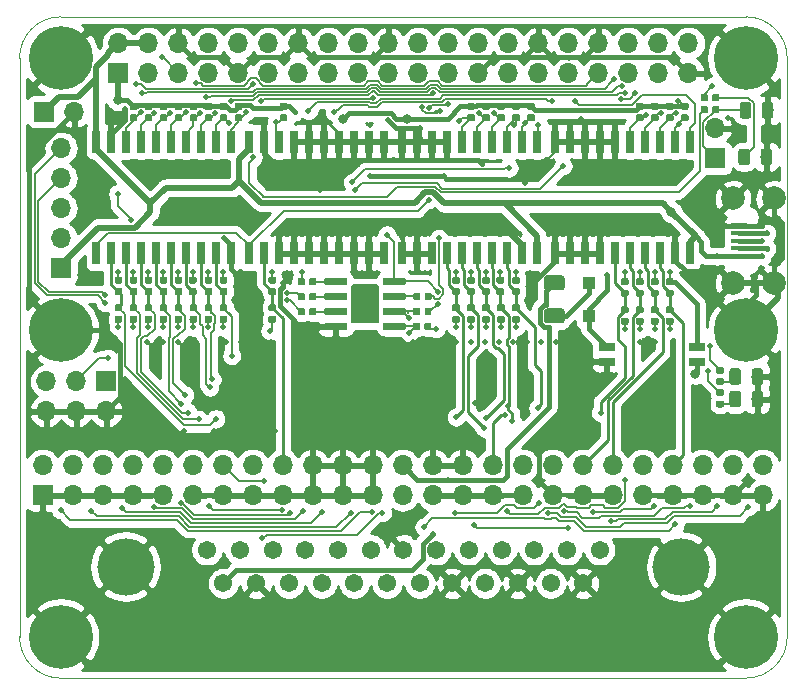
<source format=gbr>
%TF.GenerationSoftware,KiCad,Pcbnew,(5.1.4)-1*%
%TF.CreationDate,2020-09-12T17:46:14-05:00*%
%TF.ProjectId,rascsi_2p3,72617363-7369-45f3-9270-332e6b696361,rev?*%
%TF.SameCoordinates,PX59d60c0PY325aa00*%
%TF.FileFunction,Copper,L1,Top*%
%TF.FilePolarity,Positive*%
%FSLAX46Y46*%
G04 Gerber Fmt 4.6, Leading zero omitted, Abs format (unit mm)*
G04 Created by KiCad (PCBNEW (5.1.4)-1) date 2020-09-12 17:46:14*
%MOMM*%
%LPD*%
G04 APERTURE LIST*
%TA.AperFunction,NonConductor*%
%ADD10C,0.050000*%
%TD*%
%TA.AperFunction,Conductor*%
%ADD11C,0.150000*%
%TD*%
%TA.AperFunction,SMDPad,CuDef*%
%ADD12C,0.590000*%
%TD*%
%TA.AperFunction,ComponentPad*%
%ADD13C,2.000000*%
%TD*%
%TA.AperFunction,SMDPad,CuDef*%
%ADD14R,1.400000X0.400000*%
%TD*%
%TA.AperFunction,SMDPad,CuDef*%
%ADD15C,0.600000*%
%TD*%
%TA.AperFunction,SMDPad,CuDef*%
%ADD16C,2.410000*%
%TD*%
%TA.AperFunction,ComponentPad*%
%ADD17C,4.845000*%
%TD*%
%TA.AperFunction,ComponentPad*%
%ADD18C,1.545000*%
%TD*%
%TA.AperFunction,SMDPad,CuDef*%
%ADD19R,0.650000X1.950000*%
%TD*%
%TA.AperFunction,SMDPad,CuDef*%
%ADD20R,1.100000X1.100000*%
%TD*%
%TA.AperFunction,ComponentPad*%
%ADD21O,1.700000X1.700000*%
%TD*%
%TA.AperFunction,ComponentPad*%
%ADD22R,1.700000X1.700000*%
%TD*%
%TA.AperFunction,SMDPad,CuDef*%
%ADD23C,1.250000*%
%TD*%
%TA.AperFunction,ComponentPad*%
%ADD24C,0.800000*%
%TD*%
%TA.AperFunction,ComponentPad*%
%ADD25C,5.400000*%
%TD*%
%TA.AperFunction,SMDPad,CuDef*%
%ADD26C,0.975000*%
%TD*%
%TA.AperFunction,SMDPad,CuDef*%
%ADD27R,1.425000X0.750000*%
%TD*%
%TA.AperFunction,ViaPad*%
%ADD28C,0.500000*%
%TD*%
%TA.AperFunction,ViaPad*%
%ADD29C,0.800000*%
%TD*%
%TA.AperFunction,Conductor*%
%ADD30C,0.400000*%
%TD*%
%TA.AperFunction,Conductor*%
%ADD31C,0.250000*%
%TD*%
%TA.AperFunction,Conductor*%
%ADD32C,0.200000*%
%TD*%
%TA.AperFunction,Conductor*%
%ADD33C,0.500000*%
%TD*%
%TA.AperFunction,Conductor*%
%ADD34C,0.254000*%
%TD*%
G04 APERTURE END LIST*
D10*
X83800000Y-45696000D02*
X141800000Y-45696000D01*
X83800000Y-45696000D02*
G75*
G02X80300000Y-42196000I0J3500000D01*
G01*
X145300000Y-42196000D02*
G75*
G02X141800000Y-45696000I-3500000J0D01*
G01*
X80300000Y6800000D02*
X80300000Y-42196000D01*
X145300000Y6800000D02*
X145300000Y-42196000D01*
X83800000Y10300000D02*
X141800000Y10300000D01*
X80300000Y6800000D02*
G75*
G02X83800000Y10300000I3500000J0D01*
G01*
X141800000Y10300000D02*
G75*
G02X145300000Y6800000I0J-3500000D01*
G01*
D11*
%TO.N,PI_SCL*%
%TO.C,R64*%
G36*
X114076958Y-14330710D02*
G01*
X114091276Y-14332834D01*
X114105317Y-14336351D01*
X114118946Y-14341228D01*
X114132031Y-14347417D01*
X114144447Y-14354858D01*
X114156073Y-14363481D01*
X114166798Y-14373202D01*
X114176519Y-14383927D01*
X114185142Y-14395553D01*
X114192583Y-14407969D01*
X114198772Y-14421054D01*
X114203649Y-14434683D01*
X114207166Y-14448724D01*
X114209290Y-14463042D01*
X114210000Y-14477500D01*
X114210000Y-14822500D01*
X114209290Y-14836958D01*
X114207166Y-14851276D01*
X114203649Y-14865317D01*
X114198772Y-14878946D01*
X114192583Y-14892031D01*
X114185142Y-14904447D01*
X114176519Y-14916073D01*
X114166798Y-14926798D01*
X114156073Y-14936519D01*
X114144447Y-14945142D01*
X114132031Y-14952583D01*
X114118946Y-14958772D01*
X114105317Y-14963649D01*
X114091276Y-14967166D01*
X114076958Y-14969290D01*
X114062500Y-14970000D01*
X113767500Y-14970000D01*
X113753042Y-14969290D01*
X113738724Y-14967166D01*
X113724683Y-14963649D01*
X113711054Y-14958772D01*
X113697969Y-14952583D01*
X113685553Y-14945142D01*
X113673927Y-14936519D01*
X113663202Y-14926798D01*
X113653481Y-14916073D01*
X113644858Y-14904447D01*
X113637417Y-14892031D01*
X113631228Y-14878946D01*
X113626351Y-14865317D01*
X113622834Y-14851276D01*
X113620710Y-14836958D01*
X113620000Y-14822500D01*
X113620000Y-14477500D01*
X113620710Y-14463042D01*
X113622834Y-14448724D01*
X113626351Y-14434683D01*
X113631228Y-14421054D01*
X113637417Y-14407969D01*
X113644858Y-14395553D01*
X113653481Y-14383927D01*
X113663202Y-14373202D01*
X113673927Y-14363481D01*
X113685553Y-14354858D01*
X113697969Y-14347417D01*
X113711054Y-14341228D01*
X113724683Y-14336351D01*
X113738724Y-14332834D01*
X113753042Y-14330710D01*
X113767500Y-14330000D01*
X114062500Y-14330000D01*
X114076958Y-14330710D01*
X114076958Y-14330710D01*
G37*
D12*
%TD*%
%TO.P,R64,2*%
%TO.N,PI_SCL*%
X113915000Y-14650000D03*
D11*
%TO.N,+3V3*%
%TO.C,R64*%
G36*
X115046958Y-14330710D02*
G01*
X115061276Y-14332834D01*
X115075317Y-14336351D01*
X115088946Y-14341228D01*
X115102031Y-14347417D01*
X115114447Y-14354858D01*
X115126073Y-14363481D01*
X115136798Y-14373202D01*
X115146519Y-14383927D01*
X115155142Y-14395553D01*
X115162583Y-14407969D01*
X115168772Y-14421054D01*
X115173649Y-14434683D01*
X115177166Y-14448724D01*
X115179290Y-14463042D01*
X115180000Y-14477500D01*
X115180000Y-14822500D01*
X115179290Y-14836958D01*
X115177166Y-14851276D01*
X115173649Y-14865317D01*
X115168772Y-14878946D01*
X115162583Y-14892031D01*
X115155142Y-14904447D01*
X115146519Y-14916073D01*
X115136798Y-14926798D01*
X115126073Y-14936519D01*
X115114447Y-14945142D01*
X115102031Y-14952583D01*
X115088946Y-14958772D01*
X115075317Y-14963649D01*
X115061276Y-14967166D01*
X115046958Y-14969290D01*
X115032500Y-14970000D01*
X114737500Y-14970000D01*
X114723042Y-14969290D01*
X114708724Y-14967166D01*
X114694683Y-14963649D01*
X114681054Y-14958772D01*
X114667969Y-14952583D01*
X114655553Y-14945142D01*
X114643927Y-14936519D01*
X114633202Y-14926798D01*
X114623481Y-14916073D01*
X114614858Y-14904447D01*
X114607417Y-14892031D01*
X114601228Y-14878946D01*
X114596351Y-14865317D01*
X114592834Y-14851276D01*
X114590710Y-14836958D01*
X114590000Y-14822500D01*
X114590000Y-14477500D01*
X114590710Y-14463042D01*
X114592834Y-14448724D01*
X114596351Y-14434683D01*
X114601228Y-14421054D01*
X114607417Y-14407969D01*
X114614858Y-14395553D01*
X114623481Y-14383927D01*
X114633202Y-14373202D01*
X114643927Y-14363481D01*
X114655553Y-14354858D01*
X114667969Y-14347417D01*
X114681054Y-14341228D01*
X114694683Y-14336351D01*
X114708724Y-14332834D01*
X114723042Y-14330710D01*
X114737500Y-14330000D01*
X115032500Y-14330000D01*
X115046958Y-14330710D01*
X115046958Y-14330710D01*
G37*
D12*
%TD*%
%TO.P,R64,1*%
%TO.N,+3V3*%
X114885000Y-14650000D03*
D11*
%TO.N,PI_SDA*%
%TO.C,R63*%
G36*
X114066958Y-15600710D02*
G01*
X114081276Y-15602834D01*
X114095317Y-15606351D01*
X114108946Y-15611228D01*
X114122031Y-15617417D01*
X114134447Y-15624858D01*
X114146073Y-15633481D01*
X114156798Y-15643202D01*
X114166519Y-15653927D01*
X114175142Y-15665553D01*
X114182583Y-15677969D01*
X114188772Y-15691054D01*
X114193649Y-15704683D01*
X114197166Y-15718724D01*
X114199290Y-15733042D01*
X114200000Y-15747500D01*
X114200000Y-16092500D01*
X114199290Y-16106958D01*
X114197166Y-16121276D01*
X114193649Y-16135317D01*
X114188772Y-16148946D01*
X114182583Y-16162031D01*
X114175142Y-16174447D01*
X114166519Y-16186073D01*
X114156798Y-16196798D01*
X114146073Y-16206519D01*
X114134447Y-16215142D01*
X114122031Y-16222583D01*
X114108946Y-16228772D01*
X114095317Y-16233649D01*
X114081276Y-16237166D01*
X114066958Y-16239290D01*
X114052500Y-16240000D01*
X113757500Y-16240000D01*
X113743042Y-16239290D01*
X113728724Y-16237166D01*
X113714683Y-16233649D01*
X113701054Y-16228772D01*
X113687969Y-16222583D01*
X113675553Y-16215142D01*
X113663927Y-16206519D01*
X113653202Y-16196798D01*
X113643481Y-16186073D01*
X113634858Y-16174447D01*
X113627417Y-16162031D01*
X113621228Y-16148946D01*
X113616351Y-16135317D01*
X113612834Y-16121276D01*
X113610710Y-16106958D01*
X113610000Y-16092500D01*
X113610000Y-15747500D01*
X113610710Y-15733042D01*
X113612834Y-15718724D01*
X113616351Y-15704683D01*
X113621228Y-15691054D01*
X113627417Y-15677969D01*
X113634858Y-15665553D01*
X113643481Y-15653927D01*
X113653202Y-15643202D01*
X113663927Y-15633481D01*
X113675553Y-15624858D01*
X113687969Y-15617417D01*
X113701054Y-15611228D01*
X113714683Y-15606351D01*
X113728724Y-15602834D01*
X113743042Y-15600710D01*
X113757500Y-15600000D01*
X114052500Y-15600000D01*
X114066958Y-15600710D01*
X114066958Y-15600710D01*
G37*
D12*
%TD*%
%TO.P,R63,2*%
%TO.N,PI_SDA*%
X113905000Y-15920000D03*
D11*
%TO.N,+3V3*%
%TO.C,R63*%
G36*
X115036958Y-15600710D02*
G01*
X115051276Y-15602834D01*
X115065317Y-15606351D01*
X115078946Y-15611228D01*
X115092031Y-15617417D01*
X115104447Y-15624858D01*
X115116073Y-15633481D01*
X115126798Y-15643202D01*
X115136519Y-15653927D01*
X115145142Y-15665553D01*
X115152583Y-15677969D01*
X115158772Y-15691054D01*
X115163649Y-15704683D01*
X115167166Y-15718724D01*
X115169290Y-15733042D01*
X115170000Y-15747500D01*
X115170000Y-16092500D01*
X115169290Y-16106958D01*
X115167166Y-16121276D01*
X115163649Y-16135317D01*
X115158772Y-16148946D01*
X115152583Y-16162031D01*
X115145142Y-16174447D01*
X115136519Y-16186073D01*
X115126798Y-16196798D01*
X115116073Y-16206519D01*
X115104447Y-16215142D01*
X115092031Y-16222583D01*
X115078946Y-16228772D01*
X115065317Y-16233649D01*
X115051276Y-16237166D01*
X115036958Y-16239290D01*
X115022500Y-16240000D01*
X114727500Y-16240000D01*
X114713042Y-16239290D01*
X114698724Y-16237166D01*
X114684683Y-16233649D01*
X114671054Y-16228772D01*
X114657969Y-16222583D01*
X114645553Y-16215142D01*
X114633927Y-16206519D01*
X114623202Y-16196798D01*
X114613481Y-16186073D01*
X114604858Y-16174447D01*
X114597417Y-16162031D01*
X114591228Y-16148946D01*
X114586351Y-16135317D01*
X114582834Y-16121276D01*
X114580710Y-16106958D01*
X114580000Y-16092500D01*
X114580000Y-15747500D01*
X114580710Y-15733042D01*
X114582834Y-15718724D01*
X114586351Y-15704683D01*
X114591228Y-15691054D01*
X114597417Y-15677969D01*
X114604858Y-15665553D01*
X114613481Y-15653927D01*
X114623202Y-15643202D01*
X114633927Y-15633481D01*
X114645553Y-15624858D01*
X114657969Y-15617417D01*
X114671054Y-15611228D01*
X114684683Y-15606351D01*
X114698724Y-15602834D01*
X114713042Y-15600710D01*
X114727500Y-15600000D01*
X115022500Y-15600000D01*
X115036958Y-15600710D01*
X115036958Y-15600710D01*
G37*
D12*
%TD*%
%TO.P,R63,1*%
%TO.N,+3V3*%
X114875000Y-15920000D03*
D13*
%TO.P,J8,MH4*%
%TO.N,GND*%
X140705000Y-12235000D03*
%TO.P,J8,MH3*%
X140705000Y-5085000D03*
%TO.P,J8,MH2*%
X144155000Y-5085000D03*
%TO.P,J8,MH1*%
X144155000Y-12235000D03*
D14*
%TO.P,J8,5*%
X141205000Y-7360000D03*
%TO.P,J8,4*%
%TO.N,USB_Pin_4*%
X141205000Y-8010000D03*
%TO.P,J8,3*%
%TO.N,USB_Pin_3*%
X141205000Y-8660000D03*
%TO.P,J8,2*%
%TO.N,USB_Pin_2*%
X141205000Y-9310000D03*
%TO.P,J8,1*%
%TO.N,+5V*%
X141205000Y-9960000D03*
%TD*%
D11*
%TO.N,+3V3*%
%TO.C,U1*%
G36*
X112864703Y-11810722D02*
G01*
X112879264Y-11812882D01*
X112893543Y-11816459D01*
X112907403Y-11821418D01*
X112920710Y-11827712D01*
X112933336Y-11835280D01*
X112945159Y-11844048D01*
X112956066Y-11853934D01*
X112965952Y-11864841D01*
X112974720Y-11876664D01*
X112982288Y-11889290D01*
X112988582Y-11902597D01*
X112993541Y-11916457D01*
X112997118Y-11930736D01*
X112999278Y-11945297D01*
X113000000Y-11960000D01*
X113000000Y-12260000D01*
X112999278Y-12274703D01*
X112997118Y-12289264D01*
X112993541Y-12303543D01*
X112988582Y-12317403D01*
X112982288Y-12330710D01*
X112974720Y-12343336D01*
X112965952Y-12355159D01*
X112956066Y-12366066D01*
X112945159Y-12375952D01*
X112933336Y-12384720D01*
X112920710Y-12392288D01*
X112907403Y-12398582D01*
X112893543Y-12403541D01*
X112879264Y-12407118D01*
X112864703Y-12409278D01*
X112850000Y-12410000D01*
X111200000Y-12410000D01*
X111185297Y-12409278D01*
X111170736Y-12407118D01*
X111156457Y-12403541D01*
X111142597Y-12398582D01*
X111129290Y-12392288D01*
X111116664Y-12384720D01*
X111104841Y-12375952D01*
X111093934Y-12366066D01*
X111084048Y-12355159D01*
X111075280Y-12343336D01*
X111067712Y-12330710D01*
X111061418Y-12317403D01*
X111056459Y-12303543D01*
X111052882Y-12289264D01*
X111050722Y-12274703D01*
X111050000Y-12260000D01*
X111050000Y-11960000D01*
X111050722Y-11945297D01*
X111052882Y-11930736D01*
X111056459Y-11916457D01*
X111061418Y-11902597D01*
X111067712Y-11889290D01*
X111075280Y-11876664D01*
X111084048Y-11864841D01*
X111093934Y-11853934D01*
X111104841Y-11844048D01*
X111116664Y-11835280D01*
X111129290Y-11827712D01*
X111142597Y-11821418D01*
X111156457Y-11816459D01*
X111170736Y-11812882D01*
X111185297Y-11810722D01*
X111200000Y-11810000D01*
X112850000Y-11810000D01*
X112864703Y-11810722D01*
X112864703Y-11810722D01*
G37*
D15*
%TD*%
%TO.P,U1,8*%
%TO.N,+3V3*%
X112025000Y-12110000D03*
D11*
%TO.N,Net-(R62-Pad1)*%
%TO.C,U1*%
G36*
X112864703Y-13080722D02*
G01*
X112879264Y-13082882D01*
X112893543Y-13086459D01*
X112907403Y-13091418D01*
X112920710Y-13097712D01*
X112933336Y-13105280D01*
X112945159Y-13114048D01*
X112956066Y-13123934D01*
X112965952Y-13134841D01*
X112974720Y-13146664D01*
X112982288Y-13159290D01*
X112988582Y-13172597D01*
X112993541Y-13186457D01*
X112997118Y-13200736D01*
X112999278Y-13215297D01*
X113000000Y-13230000D01*
X113000000Y-13530000D01*
X112999278Y-13544703D01*
X112997118Y-13559264D01*
X112993541Y-13573543D01*
X112988582Y-13587403D01*
X112982288Y-13600710D01*
X112974720Y-13613336D01*
X112965952Y-13625159D01*
X112956066Y-13636066D01*
X112945159Y-13645952D01*
X112933336Y-13654720D01*
X112920710Y-13662288D01*
X112907403Y-13668582D01*
X112893543Y-13673541D01*
X112879264Y-13677118D01*
X112864703Y-13679278D01*
X112850000Y-13680000D01*
X111200000Y-13680000D01*
X111185297Y-13679278D01*
X111170736Y-13677118D01*
X111156457Y-13673541D01*
X111142597Y-13668582D01*
X111129290Y-13662288D01*
X111116664Y-13654720D01*
X111104841Y-13645952D01*
X111093934Y-13636066D01*
X111084048Y-13625159D01*
X111075280Y-13613336D01*
X111067712Y-13600710D01*
X111061418Y-13587403D01*
X111056459Y-13573543D01*
X111052882Y-13559264D01*
X111050722Y-13544703D01*
X111050000Y-13530000D01*
X111050000Y-13230000D01*
X111050722Y-13215297D01*
X111052882Y-13200736D01*
X111056459Y-13186457D01*
X111061418Y-13172597D01*
X111067712Y-13159290D01*
X111075280Y-13146664D01*
X111084048Y-13134841D01*
X111093934Y-13123934D01*
X111104841Y-13114048D01*
X111116664Y-13105280D01*
X111129290Y-13097712D01*
X111142597Y-13091418D01*
X111156457Y-13086459D01*
X111170736Y-13082882D01*
X111185297Y-13080722D01*
X111200000Y-13080000D01*
X112850000Y-13080000D01*
X112864703Y-13080722D01*
X112864703Y-13080722D01*
G37*
D15*
%TD*%
%TO.P,U1,7*%
%TO.N,Net-(R62-Pad1)*%
X112025000Y-13380000D03*
D11*
%TO.N,PI_SCL*%
%TO.C,U1*%
G36*
X112864703Y-14350722D02*
G01*
X112879264Y-14352882D01*
X112893543Y-14356459D01*
X112907403Y-14361418D01*
X112920710Y-14367712D01*
X112933336Y-14375280D01*
X112945159Y-14384048D01*
X112956066Y-14393934D01*
X112965952Y-14404841D01*
X112974720Y-14416664D01*
X112982288Y-14429290D01*
X112988582Y-14442597D01*
X112993541Y-14456457D01*
X112997118Y-14470736D01*
X112999278Y-14485297D01*
X113000000Y-14500000D01*
X113000000Y-14800000D01*
X112999278Y-14814703D01*
X112997118Y-14829264D01*
X112993541Y-14843543D01*
X112988582Y-14857403D01*
X112982288Y-14870710D01*
X112974720Y-14883336D01*
X112965952Y-14895159D01*
X112956066Y-14906066D01*
X112945159Y-14915952D01*
X112933336Y-14924720D01*
X112920710Y-14932288D01*
X112907403Y-14938582D01*
X112893543Y-14943541D01*
X112879264Y-14947118D01*
X112864703Y-14949278D01*
X112850000Y-14950000D01*
X111200000Y-14950000D01*
X111185297Y-14949278D01*
X111170736Y-14947118D01*
X111156457Y-14943541D01*
X111142597Y-14938582D01*
X111129290Y-14932288D01*
X111116664Y-14924720D01*
X111104841Y-14915952D01*
X111093934Y-14906066D01*
X111084048Y-14895159D01*
X111075280Y-14883336D01*
X111067712Y-14870710D01*
X111061418Y-14857403D01*
X111056459Y-14843543D01*
X111052882Y-14829264D01*
X111050722Y-14814703D01*
X111050000Y-14800000D01*
X111050000Y-14500000D01*
X111050722Y-14485297D01*
X111052882Y-14470736D01*
X111056459Y-14456457D01*
X111061418Y-14442597D01*
X111067712Y-14429290D01*
X111075280Y-14416664D01*
X111084048Y-14404841D01*
X111093934Y-14393934D01*
X111104841Y-14384048D01*
X111116664Y-14375280D01*
X111129290Y-14367712D01*
X111142597Y-14361418D01*
X111156457Y-14356459D01*
X111170736Y-14352882D01*
X111185297Y-14350722D01*
X111200000Y-14350000D01*
X112850000Y-14350000D01*
X112864703Y-14350722D01*
X112864703Y-14350722D01*
G37*
D15*
%TD*%
%TO.P,U1,6*%
%TO.N,PI_SCL*%
X112025000Y-14650000D03*
D11*
%TO.N,PI_SDA*%
%TO.C,U1*%
G36*
X112864703Y-15620722D02*
G01*
X112879264Y-15622882D01*
X112893543Y-15626459D01*
X112907403Y-15631418D01*
X112920710Y-15637712D01*
X112933336Y-15645280D01*
X112945159Y-15654048D01*
X112956066Y-15663934D01*
X112965952Y-15674841D01*
X112974720Y-15686664D01*
X112982288Y-15699290D01*
X112988582Y-15712597D01*
X112993541Y-15726457D01*
X112997118Y-15740736D01*
X112999278Y-15755297D01*
X113000000Y-15770000D01*
X113000000Y-16070000D01*
X112999278Y-16084703D01*
X112997118Y-16099264D01*
X112993541Y-16113543D01*
X112988582Y-16127403D01*
X112982288Y-16140710D01*
X112974720Y-16153336D01*
X112965952Y-16165159D01*
X112956066Y-16176066D01*
X112945159Y-16185952D01*
X112933336Y-16194720D01*
X112920710Y-16202288D01*
X112907403Y-16208582D01*
X112893543Y-16213541D01*
X112879264Y-16217118D01*
X112864703Y-16219278D01*
X112850000Y-16220000D01*
X111200000Y-16220000D01*
X111185297Y-16219278D01*
X111170736Y-16217118D01*
X111156457Y-16213541D01*
X111142597Y-16208582D01*
X111129290Y-16202288D01*
X111116664Y-16194720D01*
X111104841Y-16185952D01*
X111093934Y-16176066D01*
X111084048Y-16165159D01*
X111075280Y-16153336D01*
X111067712Y-16140710D01*
X111061418Y-16127403D01*
X111056459Y-16113543D01*
X111052882Y-16099264D01*
X111050722Y-16084703D01*
X111050000Y-16070000D01*
X111050000Y-15770000D01*
X111050722Y-15755297D01*
X111052882Y-15740736D01*
X111056459Y-15726457D01*
X111061418Y-15712597D01*
X111067712Y-15699290D01*
X111075280Y-15686664D01*
X111084048Y-15674841D01*
X111093934Y-15663934D01*
X111104841Y-15654048D01*
X111116664Y-15645280D01*
X111129290Y-15637712D01*
X111142597Y-15631418D01*
X111156457Y-15626459D01*
X111170736Y-15622882D01*
X111185297Y-15620722D01*
X111200000Y-15620000D01*
X112850000Y-15620000D01*
X112864703Y-15620722D01*
X112864703Y-15620722D01*
G37*
D15*
%TD*%
%TO.P,U1,5*%
%TO.N,PI_SDA*%
X112025000Y-15920000D03*
D11*
%TO.N,GND*%
%TO.C,U1*%
G36*
X107914703Y-15620722D02*
G01*
X107929264Y-15622882D01*
X107943543Y-15626459D01*
X107957403Y-15631418D01*
X107970710Y-15637712D01*
X107983336Y-15645280D01*
X107995159Y-15654048D01*
X108006066Y-15663934D01*
X108015952Y-15674841D01*
X108024720Y-15686664D01*
X108032288Y-15699290D01*
X108038582Y-15712597D01*
X108043541Y-15726457D01*
X108047118Y-15740736D01*
X108049278Y-15755297D01*
X108050000Y-15770000D01*
X108050000Y-16070000D01*
X108049278Y-16084703D01*
X108047118Y-16099264D01*
X108043541Y-16113543D01*
X108038582Y-16127403D01*
X108032288Y-16140710D01*
X108024720Y-16153336D01*
X108015952Y-16165159D01*
X108006066Y-16176066D01*
X107995159Y-16185952D01*
X107983336Y-16194720D01*
X107970710Y-16202288D01*
X107957403Y-16208582D01*
X107943543Y-16213541D01*
X107929264Y-16217118D01*
X107914703Y-16219278D01*
X107900000Y-16220000D01*
X106250000Y-16220000D01*
X106235297Y-16219278D01*
X106220736Y-16217118D01*
X106206457Y-16213541D01*
X106192597Y-16208582D01*
X106179290Y-16202288D01*
X106166664Y-16194720D01*
X106154841Y-16185952D01*
X106143934Y-16176066D01*
X106134048Y-16165159D01*
X106125280Y-16153336D01*
X106117712Y-16140710D01*
X106111418Y-16127403D01*
X106106459Y-16113543D01*
X106102882Y-16099264D01*
X106100722Y-16084703D01*
X106100000Y-16070000D01*
X106100000Y-15770000D01*
X106100722Y-15755297D01*
X106102882Y-15740736D01*
X106106459Y-15726457D01*
X106111418Y-15712597D01*
X106117712Y-15699290D01*
X106125280Y-15686664D01*
X106134048Y-15674841D01*
X106143934Y-15663934D01*
X106154841Y-15654048D01*
X106166664Y-15645280D01*
X106179290Y-15637712D01*
X106192597Y-15631418D01*
X106206457Y-15626459D01*
X106220736Y-15622882D01*
X106235297Y-15620722D01*
X106250000Y-15620000D01*
X107900000Y-15620000D01*
X107914703Y-15620722D01*
X107914703Y-15620722D01*
G37*
D15*
%TD*%
%TO.P,U1,4*%
%TO.N,GND*%
X107075000Y-15920000D03*
D11*
%TO.N,Net-(R61-Pad2)*%
%TO.C,U1*%
G36*
X107914703Y-14350722D02*
G01*
X107929264Y-14352882D01*
X107943543Y-14356459D01*
X107957403Y-14361418D01*
X107970710Y-14367712D01*
X107983336Y-14375280D01*
X107995159Y-14384048D01*
X108006066Y-14393934D01*
X108015952Y-14404841D01*
X108024720Y-14416664D01*
X108032288Y-14429290D01*
X108038582Y-14442597D01*
X108043541Y-14456457D01*
X108047118Y-14470736D01*
X108049278Y-14485297D01*
X108050000Y-14500000D01*
X108050000Y-14800000D01*
X108049278Y-14814703D01*
X108047118Y-14829264D01*
X108043541Y-14843543D01*
X108038582Y-14857403D01*
X108032288Y-14870710D01*
X108024720Y-14883336D01*
X108015952Y-14895159D01*
X108006066Y-14906066D01*
X107995159Y-14915952D01*
X107983336Y-14924720D01*
X107970710Y-14932288D01*
X107957403Y-14938582D01*
X107943543Y-14943541D01*
X107929264Y-14947118D01*
X107914703Y-14949278D01*
X107900000Y-14950000D01*
X106250000Y-14950000D01*
X106235297Y-14949278D01*
X106220736Y-14947118D01*
X106206457Y-14943541D01*
X106192597Y-14938582D01*
X106179290Y-14932288D01*
X106166664Y-14924720D01*
X106154841Y-14915952D01*
X106143934Y-14906066D01*
X106134048Y-14895159D01*
X106125280Y-14883336D01*
X106117712Y-14870710D01*
X106111418Y-14857403D01*
X106106459Y-14843543D01*
X106102882Y-14829264D01*
X106100722Y-14814703D01*
X106100000Y-14800000D01*
X106100000Y-14500000D01*
X106100722Y-14485297D01*
X106102882Y-14470736D01*
X106106459Y-14456457D01*
X106111418Y-14442597D01*
X106117712Y-14429290D01*
X106125280Y-14416664D01*
X106134048Y-14404841D01*
X106143934Y-14393934D01*
X106154841Y-14384048D01*
X106166664Y-14375280D01*
X106179290Y-14367712D01*
X106192597Y-14361418D01*
X106206457Y-14356459D01*
X106220736Y-14352882D01*
X106235297Y-14350722D01*
X106250000Y-14350000D01*
X107900000Y-14350000D01*
X107914703Y-14350722D01*
X107914703Y-14350722D01*
G37*
D15*
%TD*%
%TO.P,U1,3*%
%TO.N,Net-(R61-Pad2)*%
X107075000Y-14650000D03*
D11*
%TO.N,Net-(R60-Pad2)*%
%TO.C,U1*%
G36*
X107914703Y-13080722D02*
G01*
X107929264Y-13082882D01*
X107943543Y-13086459D01*
X107957403Y-13091418D01*
X107970710Y-13097712D01*
X107983336Y-13105280D01*
X107995159Y-13114048D01*
X108006066Y-13123934D01*
X108015952Y-13134841D01*
X108024720Y-13146664D01*
X108032288Y-13159290D01*
X108038582Y-13172597D01*
X108043541Y-13186457D01*
X108047118Y-13200736D01*
X108049278Y-13215297D01*
X108050000Y-13230000D01*
X108050000Y-13530000D01*
X108049278Y-13544703D01*
X108047118Y-13559264D01*
X108043541Y-13573543D01*
X108038582Y-13587403D01*
X108032288Y-13600710D01*
X108024720Y-13613336D01*
X108015952Y-13625159D01*
X108006066Y-13636066D01*
X107995159Y-13645952D01*
X107983336Y-13654720D01*
X107970710Y-13662288D01*
X107957403Y-13668582D01*
X107943543Y-13673541D01*
X107929264Y-13677118D01*
X107914703Y-13679278D01*
X107900000Y-13680000D01*
X106250000Y-13680000D01*
X106235297Y-13679278D01*
X106220736Y-13677118D01*
X106206457Y-13673541D01*
X106192597Y-13668582D01*
X106179290Y-13662288D01*
X106166664Y-13654720D01*
X106154841Y-13645952D01*
X106143934Y-13636066D01*
X106134048Y-13625159D01*
X106125280Y-13613336D01*
X106117712Y-13600710D01*
X106111418Y-13587403D01*
X106106459Y-13573543D01*
X106102882Y-13559264D01*
X106100722Y-13544703D01*
X106100000Y-13530000D01*
X106100000Y-13230000D01*
X106100722Y-13215297D01*
X106102882Y-13200736D01*
X106106459Y-13186457D01*
X106111418Y-13172597D01*
X106117712Y-13159290D01*
X106125280Y-13146664D01*
X106134048Y-13134841D01*
X106143934Y-13123934D01*
X106154841Y-13114048D01*
X106166664Y-13105280D01*
X106179290Y-13097712D01*
X106192597Y-13091418D01*
X106206457Y-13086459D01*
X106220736Y-13082882D01*
X106235297Y-13080722D01*
X106250000Y-13080000D01*
X107900000Y-13080000D01*
X107914703Y-13080722D01*
X107914703Y-13080722D01*
G37*
D15*
%TD*%
%TO.P,U1,2*%
%TO.N,Net-(R60-Pad2)*%
X107075000Y-13380000D03*
D11*
%TO.N,Net-(R59-Pad2)*%
%TO.C,U1*%
G36*
X107914703Y-11810722D02*
G01*
X107929264Y-11812882D01*
X107943543Y-11816459D01*
X107957403Y-11821418D01*
X107970710Y-11827712D01*
X107983336Y-11835280D01*
X107995159Y-11844048D01*
X108006066Y-11853934D01*
X108015952Y-11864841D01*
X108024720Y-11876664D01*
X108032288Y-11889290D01*
X108038582Y-11902597D01*
X108043541Y-11916457D01*
X108047118Y-11930736D01*
X108049278Y-11945297D01*
X108050000Y-11960000D01*
X108050000Y-12260000D01*
X108049278Y-12274703D01*
X108047118Y-12289264D01*
X108043541Y-12303543D01*
X108038582Y-12317403D01*
X108032288Y-12330710D01*
X108024720Y-12343336D01*
X108015952Y-12355159D01*
X108006066Y-12366066D01*
X107995159Y-12375952D01*
X107983336Y-12384720D01*
X107970710Y-12392288D01*
X107957403Y-12398582D01*
X107943543Y-12403541D01*
X107929264Y-12407118D01*
X107914703Y-12409278D01*
X107900000Y-12410000D01*
X106250000Y-12410000D01*
X106235297Y-12409278D01*
X106220736Y-12407118D01*
X106206457Y-12403541D01*
X106192597Y-12398582D01*
X106179290Y-12392288D01*
X106166664Y-12384720D01*
X106154841Y-12375952D01*
X106143934Y-12366066D01*
X106134048Y-12355159D01*
X106125280Y-12343336D01*
X106117712Y-12330710D01*
X106111418Y-12317403D01*
X106106459Y-12303543D01*
X106102882Y-12289264D01*
X106100722Y-12274703D01*
X106100000Y-12260000D01*
X106100000Y-11960000D01*
X106100722Y-11945297D01*
X106102882Y-11930736D01*
X106106459Y-11916457D01*
X106111418Y-11902597D01*
X106117712Y-11889290D01*
X106125280Y-11876664D01*
X106134048Y-11864841D01*
X106143934Y-11853934D01*
X106154841Y-11844048D01*
X106166664Y-11835280D01*
X106179290Y-11827712D01*
X106192597Y-11821418D01*
X106206457Y-11816459D01*
X106220736Y-11812882D01*
X106235297Y-11810722D01*
X106250000Y-11810000D01*
X107900000Y-11810000D01*
X107914703Y-11810722D01*
X107914703Y-11810722D01*
G37*
D15*
%TD*%
%TO.P,U1,1*%
%TO.N,Net-(R59-Pad2)*%
X107075000Y-12110000D03*
D11*
%TO.N,N/C*%
%TO.C,U1*%
G36*
X110529506Y-12366204D02*
G01*
X110553774Y-12369804D01*
X110577573Y-12375765D01*
X110600672Y-12384030D01*
X110622850Y-12394519D01*
X110643893Y-12407132D01*
X110663599Y-12421747D01*
X110681777Y-12438223D01*
X110698253Y-12456401D01*
X110712868Y-12476107D01*
X110725481Y-12497150D01*
X110735970Y-12519328D01*
X110744235Y-12542427D01*
X110750196Y-12566226D01*
X110753796Y-12590494D01*
X110755000Y-12614998D01*
X110755000Y-15415002D01*
X110753796Y-15439506D01*
X110750196Y-15463774D01*
X110744235Y-15487573D01*
X110735970Y-15510672D01*
X110725481Y-15532850D01*
X110712868Y-15553893D01*
X110698253Y-15573599D01*
X110681777Y-15591777D01*
X110663599Y-15608253D01*
X110643893Y-15622868D01*
X110622850Y-15635481D01*
X110600672Y-15645970D01*
X110577573Y-15654235D01*
X110553774Y-15660196D01*
X110529506Y-15663796D01*
X110505002Y-15665000D01*
X108594998Y-15665000D01*
X108570494Y-15663796D01*
X108546226Y-15660196D01*
X108522427Y-15654235D01*
X108499328Y-15645970D01*
X108477150Y-15635481D01*
X108456107Y-15622868D01*
X108436401Y-15608253D01*
X108418223Y-15591777D01*
X108401747Y-15573599D01*
X108387132Y-15553893D01*
X108374519Y-15532850D01*
X108364030Y-15510672D01*
X108355765Y-15487573D01*
X108349804Y-15463774D01*
X108346204Y-15439506D01*
X108345000Y-15415002D01*
X108345000Y-12614998D01*
X108346204Y-12590494D01*
X108349804Y-12566226D01*
X108355765Y-12542427D01*
X108364030Y-12519328D01*
X108374519Y-12497150D01*
X108387132Y-12476107D01*
X108401747Y-12456401D01*
X108418223Y-12438223D01*
X108436401Y-12421747D01*
X108456107Y-12407132D01*
X108477150Y-12394519D01*
X108499328Y-12384030D01*
X108522427Y-12375765D01*
X108546226Y-12369804D01*
X108570494Y-12366204D01*
X108594998Y-12365000D01*
X110505002Y-12365000D01*
X110529506Y-12366204D01*
X110529506Y-12366204D01*
G37*
D16*
%TD*%
%TO.P,U1,9*%
%TO.N,N/C*%
X109550000Y-14015000D03*
D11*
%TO.N,Net-(JP4-Pad2)*%
%TO.C,R62*%
G36*
X115066958Y-13060710D02*
G01*
X115081276Y-13062834D01*
X115095317Y-13066351D01*
X115108946Y-13071228D01*
X115122031Y-13077417D01*
X115134447Y-13084858D01*
X115146073Y-13093481D01*
X115156798Y-13103202D01*
X115166519Y-13113927D01*
X115175142Y-13125553D01*
X115182583Y-13137969D01*
X115188772Y-13151054D01*
X115193649Y-13164683D01*
X115197166Y-13178724D01*
X115199290Y-13193042D01*
X115200000Y-13207500D01*
X115200000Y-13552500D01*
X115199290Y-13566958D01*
X115197166Y-13581276D01*
X115193649Y-13595317D01*
X115188772Y-13608946D01*
X115182583Y-13622031D01*
X115175142Y-13634447D01*
X115166519Y-13646073D01*
X115156798Y-13656798D01*
X115146073Y-13666519D01*
X115134447Y-13675142D01*
X115122031Y-13682583D01*
X115108946Y-13688772D01*
X115095317Y-13693649D01*
X115081276Y-13697166D01*
X115066958Y-13699290D01*
X115052500Y-13700000D01*
X114757500Y-13700000D01*
X114743042Y-13699290D01*
X114728724Y-13697166D01*
X114714683Y-13693649D01*
X114701054Y-13688772D01*
X114687969Y-13682583D01*
X114675553Y-13675142D01*
X114663927Y-13666519D01*
X114653202Y-13656798D01*
X114643481Y-13646073D01*
X114634858Y-13634447D01*
X114627417Y-13622031D01*
X114621228Y-13608946D01*
X114616351Y-13595317D01*
X114612834Y-13581276D01*
X114610710Y-13566958D01*
X114610000Y-13552500D01*
X114610000Y-13207500D01*
X114610710Y-13193042D01*
X114612834Y-13178724D01*
X114616351Y-13164683D01*
X114621228Y-13151054D01*
X114627417Y-13137969D01*
X114634858Y-13125553D01*
X114643481Y-13113927D01*
X114653202Y-13103202D01*
X114663927Y-13093481D01*
X114675553Y-13084858D01*
X114687969Y-13077417D01*
X114701054Y-13071228D01*
X114714683Y-13066351D01*
X114728724Y-13062834D01*
X114743042Y-13060710D01*
X114757500Y-13060000D01*
X115052500Y-13060000D01*
X115066958Y-13060710D01*
X115066958Y-13060710D01*
G37*
D12*
%TD*%
%TO.P,R62,2*%
%TO.N,Net-(JP4-Pad2)*%
X114905000Y-13380000D03*
D11*
%TO.N,Net-(R62-Pad1)*%
%TO.C,R62*%
G36*
X114096958Y-13060710D02*
G01*
X114111276Y-13062834D01*
X114125317Y-13066351D01*
X114138946Y-13071228D01*
X114152031Y-13077417D01*
X114164447Y-13084858D01*
X114176073Y-13093481D01*
X114186798Y-13103202D01*
X114196519Y-13113927D01*
X114205142Y-13125553D01*
X114212583Y-13137969D01*
X114218772Y-13151054D01*
X114223649Y-13164683D01*
X114227166Y-13178724D01*
X114229290Y-13193042D01*
X114230000Y-13207500D01*
X114230000Y-13552500D01*
X114229290Y-13566958D01*
X114227166Y-13581276D01*
X114223649Y-13595317D01*
X114218772Y-13608946D01*
X114212583Y-13622031D01*
X114205142Y-13634447D01*
X114196519Y-13646073D01*
X114186798Y-13656798D01*
X114176073Y-13666519D01*
X114164447Y-13675142D01*
X114152031Y-13682583D01*
X114138946Y-13688772D01*
X114125317Y-13693649D01*
X114111276Y-13697166D01*
X114096958Y-13699290D01*
X114082500Y-13700000D01*
X113787500Y-13700000D01*
X113773042Y-13699290D01*
X113758724Y-13697166D01*
X113744683Y-13693649D01*
X113731054Y-13688772D01*
X113717969Y-13682583D01*
X113705553Y-13675142D01*
X113693927Y-13666519D01*
X113683202Y-13656798D01*
X113673481Y-13646073D01*
X113664858Y-13634447D01*
X113657417Y-13622031D01*
X113651228Y-13608946D01*
X113646351Y-13595317D01*
X113642834Y-13581276D01*
X113640710Y-13566958D01*
X113640000Y-13552500D01*
X113640000Y-13207500D01*
X113640710Y-13193042D01*
X113642834Y-13178724D01*
X113646351Y-13164683D01*
X113651228Y-13151054D01*
X113657417Y-13137969D01*
X113664858Y-13125553D01*
X113673481Y-13113927D01*
X113683202Y-13103202D01*
X113693927Y-13093481D01*
X113705553Y-13084858D01*
X113717969Y-13077417D01*
X113731054Y-13071228D01*
X113744683Y-13066351D01*
X113758724Y-13062834D01*
X113773042Y-13060710D01*
X113787500Y-13060000D01*
X114082500Y-13060000D01*
X114096958Y-13060710D01*
X114096958Y-13060710D01*
G37*
D12*
%TD*%
%TO.P,R62,1*%
%TO.N,Net-(R62-Pad1)*%
X113935000Y-13380000D03*
D11*
%TO.N,Net-(R61-Pad2)*%
%TO.C,R61*%
G36*
X105296958Y-14350710D02*
G01*
X105311276Y-14352834D01*
X105325317Y-14356351D01*
X105338946Y-14361228D01*
X105352031Y-14367417D01*
X105364447Y-14374858D01*
X105376073Y-14383481D01*
X105386798Y-14393202D01*
X105396519Y-14403927D01*
X105405142Y-14415553D01*
X105412583Y-14427969D01*
X105418772Y-14441054D01*
X105423649Y-14454683D01*
X105427166Y-14468724D01*
X105429290Y-14483042D01*
X105430000Y-14497500D01*
X105430000Y-14842500D01*
X105429290Y-14856958D01*
X105427166Y-14871276D01*
X105423649Y-14885317D01*
X105418772Y-14898946D01*
X105412583Y-14912031D01*
X105405142Y-14924447D01*
X105396519Y-14936073D01*
X105386798Y-14946798D01*
X105376073Y-14956519D01*
X105364447Y-14965142D01*
X105352031Y-14972583D01*
X105338946Y-14978772D01*
X105325317Y-14983649D01*
X105311276Y-14987166D01*
X105296958Y-14989290D01*
X105282500Y-14990000D01*
X104987500Y-14990000D01*
X104973042Y-14989290D01*
X104958724Y-14987166D01*
X104944683Y-14983649D01*
X104931054Y-14978772D01*
X104917969Y-14972583D01*
X104905553Y-14965142D01*
X104893927Y-14956519D01*
X104883202Y-14946798D01*
X104873481Y-14936073D01*
X104864858Y-14924447D01*
X104857417Y-14912031D01*
X104851228Y-14898946D01*
X104846351Y-14885317D01*
X104842834Y-14871276D01*
X104840710Y-14856958D01*
X104840000Y-14842500D01*
X104840000Y-14497500D01*
X104840710Y-14483042D01*
X104842834Y-14468724D01*
X104846351Y-14454683D01*
X104851228Y-14441054D01*
X104857417Y-14427969D01*
X104864858Y-14415553D01*
X104873481Y-14403927D01*
X104883202Y-14393202D01*
X104893927Y-14383481D01*
X104905553Y-14374858D01*
X104917969Y-14367417D01*
X104931054Y-14361228D01*
X104944683Y-14356351D01*
X104958724Y-14352834D01*
X104973042Y-14350710D01*
X104987500Y-14350000D01*
X105282500Y-14350000D01*
X105296958Y-14350710D01*
X105296958Y-14350710D01*
G37*
D12*
%TD*%
%TO.P,R61,2*%
%TO.N,Net-(R61-Pad2)*%
X105135000Y-14670000D03*
D11*
%TO.N,Net-(JP3-Pad2)*%
%TO.C,R61*%
G36*
X104326958Y-14350710D02*
G01*
X104341276Y-14352834D01*
X104355317Y-14356351D01*
X104368946Y-14361228D01*
X104382031Y-14367417D01*
X104394447Y-14374858D01*
X104406073Y-14383481D01*
X104416798Y-14393202D01*
X104426519Y-14403927D01*
X104435142Y-14415553D01*
X104442583Y-14427969D01*
X104448772Y-14441054D01*
X104453649Y-14454683D01*
X104457166Y-14468724D01*
X104459290Y-14483042D01*
X104460000Y-14497500D01*
X104460000Y-14842500D01*
X104459290Y-14856958D01*
X104457166Y-14871276D01*
X104453649Y-14885317D01*
X104448772Y-14898946D01*
X104442583Y-14912031D01*
X104435142Y-14924447D01*
X104426519Y-14936073D01*
X104416798Y-14946798D01*
X104406073Y-14956519D01*
X104394447Y-14965142D01*
X104382031Y-14972583D01*
X104368946Y-14978772D01*
X104355317Y-14983649D01*
X104341276Y-14987166D01*
X104326958Y-14989290D01*
X104312500Y-14990000D01*
X104017500Y-14990000D01*
X104003042Y-14989290D01*
X103988724Y-14987166D01*
X103974683Y-14983649D01*
X103961054Y-14978772D01*
X103947969Y-14972583D01*
X103935553Y-14965142D01*
X103923927Y-14956519D01*
X103913202Y-14946798D01*
X103903481Y-14936073D01*
X103894858Y-14924447D01*
X103887417Y-14912031D01*
X103881228Y-14898946D01*
X103876351Y-14885317D01*
X103872834Y-14871276D01*
X103870710Y-14856958D01*
X103870000Y-14842500D01*
X103870000Y-14497500D01*
X103870710Y-14483042D01*
X103872834Y-14468724D01*
X103876351Y-14454683D01*
X103881228Y-14441054D01*
X103887417Y-14427969D01*
X103894858Y-14415553D01*
X103903481Y-14403927D01*
X103913202Y-14393202D01*
X103923927Y-14383481D01*
X103935553Y-14374858D01*
X103947969Y-14367417D01*
X103961054Y-14361228D01*
X103974683Y-14356351D01*
X103988724Y-14352834D01*
X104003042Y-14350710D01*
X104017500Y-14350000D01*
X104312500Y-14350000D01*
X104326958Y-14350710D01*
X104326958Y-14350710D01*
G37*
D12*
%TD*%
%TO.P,R61,1*%
%TO.N,Net-(JP3-Pad2)*%
X104165000Y-14670000D03*
D11*
%TO.N,Net-(R60-Pad2)*%
%TO.C,R60*%
G36*
X105296958Y-13080710D02*
G01*
X105311276Y-13082834D01*
X105325317Y-13086351D01*
X105338946Y-13091228D01*
X105352031Y-13097417D01*
X105364447Y-13104858D01*
X105376073Y-13113481D01*
X105386798Y-13123202D01*
X105396519Y-13133927D01*
X105405142Y-13145553D01*
X105412583Y-13157969D01*
X105418772Y-13171054D01*
X105423649Y-13184683D01*
X105427166Y-13198724D01*
X105429290Y-13213042D01*
X105430000Y-13227500D01*
X105430000Y-13572500D01*
X105429290Y-13586958D01*
X105427166Y-13601276D01*
X105423649Y-13615317D01*
X105418772Y-13628946D01*
X105412583Y-13642031D01*
X105405142Y-13654447D01*
X105396519Y-13666073D01*
X105386798Y-13676798D01*
X105376073Y-13686519D01*
X105364447Y-13695142D01*
X105352031Y-13702583D01*
X105338946Y-13708772D01*
X105325317Y-13713649D01*
X105311276Y-13717166D01*
X105296958Y-13719290D01*
X105282500Y-13720000D01*
X104987500Y-13720000D01*
X104973042Y-13719290D01*
X104958724Y-13717166D01*
X104944683Y-13713649D01*
X104931054Y-13708772D01*
X104917969Y-13702583D01*
X104905553Y-13695142D01*
X104893927Y-13686519D01*
X104883202Y-13676798D01*
X104873481Y-13666073D01*
X104864858Y-13654447D01*
X104857417Y-13642031D01*
X104851228Y-13628946D01*
X104846351Y-13615317D01*
X104842834Y-13601276D01*
X104840710Y-13586958D01*
X104840000Y-13572500D01*
X104840000Y-13227500D01*
X104840710Y-13213042D01*
X104842834Y-13198724D01*
X104846351Y-13184683D01*
X104851228Y-13171054D01*
X104857417Y-13157969D01*
X104864858Y-13145553D01*
X104873481Y-13133927D01*
X104883202Y-13123202D01*
X104893927Y-13113481D01*
X104905553Y-13104858D01*
X104917969Y-13097417D01*
X104931054Y-13091228D01*
X104944683Y-13086351D01*
X104958724Y-13082834D01*
X104973042Y-13080710D01*
X104987500Y-13080000D01*
X105282500Y-13080000D01*
X105296958Y-13080710D01*
X105296958Y-13080710D01*
G37*
D12*
%TD*%
%TO.P,R60,2*%
%TO.N,Net-(R60-Pad2)*%
X105135000Y-13400000D03*
D11*
%TO.N,Net-(JP2-Pad2)*%
%TO.C,R60*%
G36*
X104326958Y-13080710D02*
G01*
X104341276Y-13082834D01*
X104355317Y-13086351D01*
X104368946Y-13091228D01*
X104382031Y-13097417D01*
X104394447Y-13104858D01*
X104406073Y-13113481D01*
X104416798Y-13123202D01*
X104426519Y-13133927D01*
X104435142Y-13145553D01*
X104442583Y-13157969D01*
X104448772Y-13171054D01*
X104453649Y-13184683D01*
X104457166Y-13198724D01*
X104459290Y-13213042D01*
X104460000Y-13227500D01*
X104460000Y-13572500D01*
X104459290Y-13586958D01*
X104457166Y-13601276D01*
X104453649Y-13615317D01*
X104448772Y-13628946D01*
X104442583Y-13642031D01*
X104435142Y-13654447D01*
X104426519Y-13666073D01*
X104416798Y-13676798D01*
X104406073Y-13686519D01*
X104394447Y-13695142D01*
X104382031Y-13702583D01*
X104368946Y-13708772D01*
X104355317Y-13713649D01*
X104341276Y-13717166D01*
X104326958Y-13719290D01*
X104312500Y-13720000D01*
X104017500Y-13720000D01*
X104003042Y-13719290D01*
X103988724Y-13717166D01*
X103974683Y-13713649D01*
X103961054Y-13708772D01*
X103947969Y-13702583D01*
X103935553Y-13695142D01*
X103923927Y-13686519D01*
X103913202Y-13676798D01*
X103903481Y-13666073D01*
X103894858Y-13654447D01*
X103887417Y-13642031D01*
X103881228Y-13628946D01*
X103876351Y-13615317D01*
X103872834Y-13601276D01*
X103870710Y-13586958D01*
X103870000Y-13572500D01*
X103870000Y-13227500D01*
X103870710Y-13213042D01*
X103872834Y-13198724D01*
X103876351Y-13184683D01*
X103881228Y-13171054D01*
X103887417Y-13157969D01*
X103894858Y-13145553D01*
X103903481Y-13133927D01*
X103913202Y-13123202D01*
X103923927Y-13113481D01*
X103935553Y-13104858D01*
X103947969Y-13097417D01*
X103961054Y-13091228D01*
X103974683Y-13086351D01*
X103988724Y-13082834D01*
X104003042Y-13080710D01*
X104017500Y-13080000D01*
X104312500Y-13080000D01*
X104326958Y-13080710D01*
X104326958Y-13080710D01*
G37*
D12*
%TD*%
%TO.P,R60,1*%
%TO.N,Net-(JP2-Pad2)*%
X104165000Y-13400000D03*
D11*
%TO.N,Net-(R59-Pad2)*%
%TO.C,R59*%
G36*
X105296958Y-11810710D02*
G01*
X105311276Y-11812834D01*
X105325317Y-11816351D01*
X105338946Y-11821228D01*
X105352031Y-11827417D01*
X105364447Y-11834858D01*
X105376073Y-11843481D01*
X105386798Y-11853202D01*
X105396519Y-11863927D01*
X105405142Y-11875553D01*
X105412583Y-11887969D01*
X105418772Y-11901054D01*
X105423649Y-11914683D01*
X105427166Y-11928724D01*
X105429290Y-11943042D01*
X105430000Y-11957500D01*
X105430000Y-12302500D01*
X105429290Y-12316958D01*
X105427166Y-12331276D01*
X105423649Y-12345317D01*
X105418772Y-12358946D01*
X105412583Y-12372031D01*
X105405142Y-12384447D01*
X105396519Y-12396073D01*
X105386798Y-12406798D01*
X105376073Y-12416519D01*
X105364447Y-12425142D01*
X105352031Y-12432583D01*
X105338946Y-12438772D01*
X105325317Y-12443649D01*
X105311276Y-12447166D01*
X105296958Y-12449290D01*
X105282500Y-12450000D01*
X104987500Y-12450000D01*
X104973042Y-12449290D01*
X104958724Y-12447166D01*
X104944683Y-12443649D01*
X104931054Y-12438772D01*
X104917969Y-12432583D01*
X104905553Y-12425142D01*
X104893927Y-12416519D01*
X104883202Y-12406798D01*
X104873481Y-12396073D01*
X104864858Y-12384447D01*
X104857417Y-12372031D01*
X104851228Y-12358946D01*
X104846351Y-12345317D01*
X104842834Y-12331276D01*
X104840710Y-12316958D01*
X104840000Y-12302500D01*
X104840000Y-11957500D01*
X104840710Y-11943042D01*
X104842834Y-11928724D01*
X104846351Y-11914683D01*
X104851228Y-11901054D01*
X104857417Y-11887969D01*
X104864858Y-11875553D01*
X104873481Y-11863927D01*
X104883202Y-11853202D01*
X104893927Y-11843481D01*
X104905553Y-11834858D01*
X104917969Y-11827417D01*
X104931054Y-11821228D01*
X104944683Y-11816351D01*
X104958724Y-11812834D01*
X104973042Y-11810710D01*
X104987500Y-11810000D01*
X105282500Y-11810000D01*
X105296958Y-11810710D01*
X105296958Y-11810710D01*
G37*
D12*
%TD*%
%TO.P,R59,2*%
%TO.N,Net-(R59-Pad2)*%
X105135000Y-12130000D03*
D11*
%TO.N,Net-(JP1-Pad2)*%
%TO.C,R59*%
G36*
X104326958Y-11810710D02*
G01*
X104341276Y-11812834D01*
X104355317Y-11816351D01*
X104368946Y-11821228D01*
X104382031Y-11827417D01*
X104394447Y-11834858D01*
X104406073Y-11843481D01*
X104416798Y-11853202D01*
X104426519Y-11863927D01*
X104435142Y-11875553D01*
X104442583Y-11887969D01*
X104448772Y-11901054D01*
X104453649Y-11914683D01*
X104457166Y-11928724D01*
X104459290Y-11943042D01*
X104460000Y-11957500D01*
X104460000Y-12302500D01*
X104459290Y-12316958D01*
X104457166Y-12331276D01*
X104453649Y-12345317D01*
X104448772Y-12358946D01*
X104442583Y-12372031D01*
X104435142Y-12384447D01*
X104426519Y-12396073D01*
X104416798Y-12406798D01*
X104406073Y-12416519D01*
X104394447Y-12425142D01*
X104382031Y-12432583D01*
X104368946Y-12438772D01*
X104355317Y-12443649D01*
X104341276Y-12447166D01*
X104326958Y-12449290D01*
X104312500Y-12450000D01*
X104017500Y-12450000D01*
X104003042Y-12449290D01*
X103988724Y-12447166D01*
X103974683Y-12443649D01*
X103961054Y-12438772D01*
X103947969Y-12432583D01*
X103935553Y-12425142D01*
X103923927Y-12416519D01*
X103913202Y-12406798D01*
X103903481Y-12396073D01*
X103894858Y-12384447D01*
X103887417Y-12372031D01*
X103881228Y-12358946D01*
X103876351Y-12345317D01*
X103872834Y-12331276D01*
X103870710Y-12316958D01*
X103870000Y-12302500D01*
X103870000Y-11957500D01*
X103870710Y-11943042D01*
X103872834Y-11928724D01*
X103876351Y-11914683D01*
X103881228Y-11901054D01*
X103887417Y-11887969D01*
X103894858Y-11875553D01*
X103903481Y-11863927D01*
X103913202Y-11853202D01*
X103923927Y-11843481D01*
X103935553Y-11834858D01*
X103947969Y-11827417D01*
X103961054Y-11821228D01*
X103974683Y-11816351D01*
X103988724Y-11812834D01*
X104003042Y-11810710D01*
X104017500Y-11810000D01*
X104312500Y-11810000D01*
X104326958Y-11810710D01*
X104326958Y-11810710D01*
G37*
D12*
%TD*%
%TO.P,R59,1*%
%TO.N,Net-(JP1-Pad2)*%
X104165000Y-12130000D03*
D17*
%TO.P,J6,MH2*%
%TO.N,GND*%
X89281600Y-36250000D03*
%TO.P,J6,MH1*%
X136321600Y-36250000D03*
D18*
%TO.P,J6,25*%
%TO.N,TERMPOW*%
X97566600Y-37670000D03*
%TO.P,J6,24*%
%TO.N,GND*%
X100336600Y-37670000D03*
%TO.P,J6,23*%
%TO.N,C-D4*%
X103106600Y-37670000D03*
%TO.P,J6,22*%
%TO.N,C-D2*%
X105876600Y-37670000D03*
%TO.P,J6,21*%
%TO.N,C-D1*%
X108646600Y-37670000D03*
%TO.P,J6,20*%
%TO.N,C-DP*%
X111416600Y-37670000D03*
%TO.P,J6,19*%
%TO.N,C-SEL*%
X114186600Y-37670000D03*
%TO.P,J6,18*%
%TO.N,GND*%
X116956600Y-37670000D03*
%TO.P,J6,17*%
%TO.N,C-ATN*%
X119726600Y-37670000D03*
%TO.P,J6,16*%
%TO.N,GND*%
X122496600Y-37670000D03*
%TO.P,J6,15*%
%TO.N,C-C_D*%
X125266600Y-37670000D03*
%TO.P,J6,14*%
%TO.N,GND*%
X128036600Y-37670000D03*
%TO.P,J6,13*%
%TO.N,C-D7*%
X96181600Y-34830000D03*
%TO.P,J6,12*%
%TO.N,C-D6*%
X98951600Y-34830000D03*
%TO.P,J6,11*%
%TO.N,C-D5*%
X101721600Y-34830000D03*
%TO.P,J6,10*%
%TO.N,C-D3*%
X104491600Y-34830000D03*
%TO.P,J6,9*%
%TO.N,GND*%
X107261600Y-34830000D03*
%TO.P,J6,8*%
%TO.N,C-D0*%
X110031600Y-34830000D03*
%TO.P,J6,7*%
%TO.N,GND*%
X112801600Y-34830000D03*
%TO.P,J6,6*%
%TO.N,C-BSY*%
X115571600Y-34830000D03*
%TO.P,J6,5*%
%TO.N,C-ACK*%
X118341600Y-34830000D03*
%TO.P,J6,4*%
%TO.N,C-RST*%
X121111600Y-34830000D03*
%TO.P,J6,3*%
%TO.N,C-I_O*%
X123881600Y-34830000D03*
%TO.P,J6,2*%
%TO.N,C-MSG*%
X126651600Y-34830000D03*
%TO.P,J6,1*%
%TO.N,C-REQ*%
X129421600Y-34830000D03*
%TD*%
D19*
%TO.P,IC4,20*%
%TO.N,+5V*%
X137067000Y-9710000D03*
%TO.P,IC4,19*%
%TO.N,GND*%
X135797000Y-9710000D03*
%TO.P,IC4,18*%
%TO.N,C-SEL*%
X134527000Y-9710000D03*
%TO.P,IC4,17*%
%TO.N,C-RST*%
X133257000Y-9710000D03*
%TO.P,IC4,16*%
%TO.N,C-ACK*%
X131987000Y-9710000D03*
%TO.P,IC4,15*%
%TO.N,C-ATN*%
X130717000Y-9710000D03*
%TO.P,IC4,14*%
%TO.N,GND*%
X129447000Y-9710000D03*
%TO.P,IC4,13*%
X128177000Y-9710000D03*
%TO.P,IC4,12*%
X126907000Y-9710000D03*
%TO.P,IC4,11*%
X125637000Y-9710000D03*
%TO.P,IC4,10*%
X125637000Y-260000D03*
%TO.P,IC4,9*%
X126907000Y-260000D03*
%TO.P,IC4,8*%
X128177000Y-260000D03*
%TO.P,IC4,7*%
X129447000Y-260000D03*
%TO.P,IC4,6*%
X130717000Y-260000D03*
%TO.P,IC4,5*%
%TO.N,PI-ATN*%
X131987000Y-260000D03*
%TO.P,IC4,4*%
%TO.N,PI-ACK*%
X133257000Y-260000D03*
%TO.P,IC4,3*%
%TO.N,PI-RST*%
X134527000Y-260000D03*
%TO.P,IC4,2*%
%TO.N,PI-SEL*%
X135797000Y-260000D03*
%TO.P,IC4,1*%
%TO.N,PI-IND*%
X137067000Y-260000D03*
%TD*%
%TO.P,IC3,20*%
%TO.N,+5V*%
X124113000Y-9710000D03*
%TO.P,IC3,19*%
%TO.N,GND*%
X122843000Y-9710000D03*
%TO.P,IC3,18*%
%TO.N,C-I_O*%
X121573000Y-9710000D03*
%TO.P,IC3,17*%
%TO.N,C-REQ*%
X120303000Y-9710000D03*
%TO.P,IC3,16*%
%TO.N,C-C_D*%
X119033000Y-9710000D03*
%TO.P,IC3,15*%
%TO.N,C-MSG*%
X117763000Y-9710000D03*
%TO.P,IC3,14*%
%TO.N,C-BSY*%
X116493000Y-9710000D03*
%TO.P,IC3,13*%
%TO.N,GND*%
X115223000Y-9710000D03*
%TO.P,IC3,12*%
X113953000Y-9710000D03*
%TO.P,IC3,11*%
X112683000Y-9710000D03*
%TO.P,IC3,10*%
X112683000Y-260000D03*
%TO.P,IC3,9*%
X113953000Y-260000D03*
%TO.P,IC3,8*%
X115223000Y-260000D03*
%TO.P,IC3,7*%
X116493000Y-260000D03*
%TO.P,IC3,6*%
%TO.N,PI-BSY*%
X117763000Y-260000D03*
%TO.P,IC3,5*%
%TO.N,PI-MSG*%
X119033000Y-260000D03*
%TO.P,IC3,4*%
%TO.N,PI-C_D*%
X120303000Y-260000D03*
%TO.P,IC3,3*%
%TO.N,PI-REQ*%
X121573000Y-260000D03*
%TO.P,IC3,2*%
%TO.N,PI-I_O*%
X122843000Y-260000D03*
%TO.P,IC3,1*%
%TO.N,PI-TAD*%
X124113000Y-260000D03*
%TD*%
%TO.P,IC2,20*%
%TO.N,+5V*%
X86775000Y-260000D03*
%TO.P,IC2,19*%
%TO.N,GND*%
X88045000Y-260000D03*
%TO.P,IC2,18*%
%TO.N,PI-D7*%
X89315000Y-260000D03*
%TO.P,IC2,17*%
%TO.N,PI-D6*%
X90585000Y-260000D03*
%TO.P,IC2,16*%
%TO.N,PI-D5*%
X91855000Y-260000D03*
%TO.P,IC2,15*%
%TO.N,PI-D4*%
X93125000Y-260000D03*
%TO.P,IC2,14*%
%TO.N,PI-D3*%
X94395000Y-260000D03*
%TO.P,IC2,13*%
%TO.N,PI-D2*%
X95665000Y-260000D03*
%TO.P,IC2,12*%
%TO.N,PI-D1*%
X96935000Y-260000D03*
%TO.P,IC2,11*%
%TO.N,PI-D0*%
X98205000Y-260000D03*
%TO.P,IC2,10*%
%TO.N,GND*%
X98205000Y-9710000D03*
%TO.P,IC2,9*%
%TO.N,C-D0*%
X96935000Y-9710000D03*
%TO.P,IC2,8*%
%TO.N,C-D1*%
X95665000Y-9710000D03*
%TO.P,IC2,7*%
%TO.N,C-D2*%
X94395000Y-9710000D03*
%TO.P,IC2,6*%
%TO.N,C-D3*%
X93125000Y-9710000D03*
%TO.P,IC2,5*%
%TO.N,C-D4*%
X91855000Y-9710000D03*
%TO.P,IC2,4*%
%TO.N,C-D5*%
X90585000Y-9710000D03*
%TO.P,IC2,3*%
%TO.N,C-D6*%
X89315000Y-9710000D03*
%TO.P,IC2,2*%
%TO.N,C-D7*%
X88045000Y-9710000D03*
%TO.P,IC2,1*%
%TO.N,PI-DTD*%
X86775000Y-9710000D03*
%TD*%
%TO.P,IC1,20*%
%TO.N,+5V*%
X99729000Y-260000D03*
%TO.P,IC1,19*%
%TO.N,GND*%
X100999000Y-260000D03*
%TO.P,IC1,18*%
%TO.N,PI-DP*%
X102269000Y-260000D03*
%TO.P,IC1,17*%
%TO.N,GND*%
X103539000Y-260000D03*
%TO.P,IC1,16*%
X104809000Y-260000D03*
%TO.P,IC1,15*%
X106079000Y-260000D03*
%TO.P,IC1,14*%
X107349000Y-260000D03*
%TO.P,IC1,13*%
X108619000Y-260000D03*
%TO.P,IC1,12*%
X109889000Y-260000D03*
%TO.P,IC1,11*%
X111159000Y-260000D03*
%TO.P,IC1,10*%
X111159000Y-9710000D03*
%TO.P,IC1,9*%
X109889000Y-9710000D03*
%TO.P,IC1,8*%
X108619000Y-9710000D03*
%TO.P,IC1,7*%
X107349000Y-9710000D03*
%TO.P,IC1,6*%
X106079000Y-9710000D03*
%TO.P,IC1,5*%
X104809000Y-9710000D03*
%TO.P,IC1,4*%
X103539000Y-9710000D03*
%TO.P,IC1,3*%
X102269000Y-9710000D03*
%TO.P,IC1,2*%
%TO.N,C-DP*%
X100999000Y-9710000D03*
%TO.P,IC1,1*%
%TO.N,PI-DTD*%
X99729000Y-9710000D03*
%TD*%
D20*
%TO.P,D5,2*%
%TO.N,+5V*%
X128494500Y-15020000D03*
%TO.P,D5,1*%
%TO.N,Net-(D5-Pad1)*%
X128494500Y-12220000D03*
%TD*%
D21*
%TO.P,J2,2*%
%TO.N,GND*%
X139226000Y857000D03*
D22*
%TO.P,J2,1*%
%TO.N,EXT-ACT-LED*%
X139226000Y-1683000D03*
%TD*%
D21*
%TO.P,J7,2*%
%TO.N,GND*%
X84920000Y2280000D03*
D22*
%TO.P,J7,1*%
%TO.N,+5V*%
X82380000Y2280000D03*
%TD*%
D21*
%TO.P,J5,6*%
%TO.N,GND*%
X82560000Y-23110000D03*
%TO.P,J5,5*%
%TO.N,PI_GPIO9*%
X82560000Y-20570000D03*
%TO.P,J5,4*%
%TO.N,GND*%
X85100000Y-23110000D03*
%TO.P,J5,3*%
%TO.N,PI_GPIO1*%
X85100000Y-20570000D03*
%TO.P,J5,2*%
%TO.N,GND*%
X87640000Y-23110000D03*
D22*
%TO.P,J5,1*%
%TO.N,PI_GPIO0*%
X87640000Y-20570000D03*
%TD*%
D11*
%TO.N,Net-(D4-Pad2)*%
%TO.C,R4*%
G36*
X139793958Y-20288710D02*
G01*
X139808276Y-20290834D01*
X139822317Y-20294351D01*
X139835946Y-20299228D01*
X139849031Y-20305417D01*
X139861447Y-20312858D01*
X139873073Y-20321481D01*
X139883798Y-20331202D01*
X139893519Y-20341927D01*
X139902142Y-20353553D01*
X139909583Y-20365969D01*
X139915772Y-20379054D01*
X139920649Y-20392683D01*
X139924166Y-20406724D01*
X139926290Y-20421042D01*
X139927000Y-20435500D01*
X139927000Y-20730500D01*
X139926290Y-20744958D01*
X139924166Y-20759276D01*
X139920649Y-20773317D01*
X139915772Y-20786946D01*
X139909583Y-20800031D01*
X139902142Y-20812447D01*
X139893519Y-20824073D01*
X139883798Y-20834798D01*
X139873073Y-20844519D01*
X139861447Y-20853142D01*
X139849031Y-20860583D01*
X139835946Y-20866772D01*
X139822317Y-20871649D01*
X139808276Y-20875166D01*
X139793958Y-20877290D01*
X139779500Y-20878000D01*
X139434500Y-20878000D01*
X139420042Y-20877290D01*
X139405724Y-20875166D01*
X139391683Y-20871649D01*
X139378054Y-20866772D01*
X139364969Y-20860583D01*
X139352553Y-20853142D01*
X139340927Y-20844519D01*
X139330202Y-20834798D01*
X139320481Y-20824073D01*
X139311858Y-20812447D01*
X139304417Y-20800031D01*
X139298228Y-20786946D01*
X139293351Y-20773317D01*
X139289834Y-20759276D01*
X139287710Y-20744958D01*
X139287000Y-20730500D01*
X139287000Y-20435500D01*
X139287710Y-20421042D01*
X139289834Y-20406724D01*
X139293351Y-20392683D01*
X139298228Y-20379054D01*
X139304417Y-20365969D01*
X139311858Y-20353553D01*
X139320481Y-20341927D01*
X139330202Y-20331202D01*
X139340927Y-20321481D01*
X139352553Y-20312858D01*
X139364969Y-20305417D01*
X139378054Y-20299228D01*
X139391683Y-20294351D01*
X139405724Y-20290834D01*
X139420042Y-20288710D01*
X139434500Y-20288000D01*
X139779500Y-20288000D01*
X139793958Y-20288710D01*
X139793958Y-20288710D01*
G37*
D12*
%TD*%
%TO.P,R4,2*%
%TO.N,Net-(D4-Pad2)*%
X139607000Y-20583000D03*
D11*
%TO.N,+3V3*%
%TO.C,R4*%
G36*
X139793958Y-19318710D02*
G01*
X139808276Y-19320834D01*
X139822317Y-19324351D01*
X139835946Y-19329228D01*
X139849031Y-19335417D01*
X139861447Y-19342858D01*
X139873073Y-19351481D01*
X139883798Y-19361202D01*
X139893519Y-19371927D01*
X139902142Y-19383553D01*
X139909583Y-19395969D01*
X139915772Y-19409054D01*
X139920649Y-19422683D01*
X139924166Y-19436724D01*
X139926290Y-19451042D01*
X139927000Y-19465500D01*
X139927000Y-19760500D01*
X139926290Y-19774958D01*
X139924166Y-19789276D01*
X139920649Y-19803317D01*
X139915772Y-19816946D01*
X139909583Y-19830031D01*
X139902142Y-19842447D01*
X139893519Y-19854073D01*
X139883798Y-19864798D01*
X139873073Y-19874519D01*
X139861447Y-19883142D01*
X139849031Y-19890583D01*
X139835946Y-19896772D01*
X139822317Y-19901649D01*
X139808276Y-19905166D01*
X139793958Y-19907290D01*
X139779500Y-19908000D01*
X139434500Y-19908000D01*
X139420042Y-19907290D01*
X139405724Y-19905166D01*
X139391683Y-19901649D01*
X139378054Y-19896772D01*
X139364969Y-19890583D01*
X139352553Y-19883142D01*
X139340927Y-19874519D01*
X139330202Y-19864798D01*
X139320481Y-19854073D01*
X139311858Y-19842447D01*
X139304417Y-19830031D01*
X139298228Y-19816946D01*
X139293351Y-19803317D01*
X139289834Y-19789276D01*
X139287710Y-19774958D01*
X139287000Y-19760500D01*
X139287000Y-19465500D01*
X139287710Y-19451042D01*
X139289834Y-19436724D01*
X139293351Y-19422683D01*
X139298228Y-19409054D01*
X139304417Y-19395969D01*
X139311858Y-19383553D01*
X139320481Y-19371927D01*
X139330202Y-19361202D01*
X139340927Y-19351481D01*
X139352553Y-19342858D01*
X139364969Y-19335417D01*
X139378054Y-19329228D01*
X139391683Y-19324351D01*
X139405724Y-19320834D01*
X139420042Y-19318710D01*
X139434500Y-19318000D01*
X139779500Y-19318000D01*
X139793958Y-19318710D01*
X139793958Y-19318710D01*
G37*
D12*
%TD*%
%TO.P,R4,1*%
%TO.N,+3V3*%
X139607000Y-19613000D03*
D11*
%TO.N,Net-(D2-Pad2)*%
%TO.C,R2*%
G36*
X139405458Y3779790D02*
G01*
X139419776Y3777666D01*
X139433817Y3774149D01*
X139447446Y3769272D01*
X139460531Y3763083D01*
X139472947Y3755642D01*
X139484573Y3747019D01*
X139495298Y3737298D01*
X139505019Y3726573D01*
X139513642Y3714947D01*
X139521083Y3702531D01*
X139527272Y3689446D01*
X139532149Y3675817D01*
X139535666Y3661776D01*
X139537790Y3647458D01*
X139538500Y3633000D01*
X139538500Y3288000D01*
X139537790Y3273542D01*
X139535666Y3259224D01*
X139532149Y3245183D01*
X139527272Y3231554D01*
X139521083Y3218469D01*
X139513642Y3206053D01*
X139505019Y3194427D01*
X139495298Y3183702D01*
X139484573Y3173981D01*
X139472947Y3165358D01*
X139460531Y3157917D01*
X139447446Y3151728D01*
X139433817Y3146851D01*
X139419776Y3143334D01*
X139405458Y3141210D01*
X139391000Y3140500D01*
X139096000Y3140500D01*
X139081542Y3141210D01*
X139067224Y3143334D01*
X139053183Y3146851D01*
X139039554Y3151728D01*
X139026469Y3157917D01*
X139014053Y3165358D01*
X139002427Y3173981D01*
X138991702Y3183702D01*
X138981981Y3194427D01*
X138973358Y3206053D01*
X138965917Y3218469D01*
X138959728Y3231554D01*
X138954851Y3245183D01*
X138951334Y3259224D01*
X138949210Y3273542D01*
X138948500Y3288000D01*
X138948500Y3633000D01*
X138949210Y3647458D01*
X138951334Y3661776D01*
X138954851Y3675817D01*
X138959728Y3689446D01*
X138965917Y3702531D01*
X138973358Y3714947D01*
X138981981Y3726573D01*
X138991702Y3737298D01*
X139002427Y3747019D01*
X139014053Y3755642D01*
X139026469Y3763083D01*
X139039554Y3769272D01*
X139053183Y3774149D01*
X139067224Y3777666D01*
X139081542Y3779790D01*
X139096000Y3780500D01*
X139391000Y3780500D01*
X139405458Y3779790D01*
X139405458Y3779790D01*
G37*
D12*
%TD*%
%TO.P,R2,2*%
%TO.N,Net-(D2-Pad2)*%
X139243500Y3460500D03*
D11*
%TO.N,DBG_LED*%
%TO.C,R2*%
G36*
X138435458Y3779790D02*
G01*
X138449776Y3777666D01*
X138463817Y3774149D01*
X138477446Y3769272D01*
X138490531Y3763083D01*
X138502947Y3755642D01*
X138514573Y3747019D01*
X138525298Y3737298D01*
X138535019Y3726573D01*
X138543642Y3714947D01*
X138551083Y3702531D01*
X138557272Y3689446D01*
X138562149Y3675817D01*
X138565666Y3661776D01*
X138567790Y3647458D01*
X138568500Y3633000D01*
X138568500Y3288000D01*
X138567790Y3273542D01*
X138565666Y3259224D01*
X138562149Y3245183D01*
X138557272Y3231554D01*
X138551083Y3218469D01*
X138543642Y3206053D01*
X138535019Y3194427D01*
X138525298Y3183702D01*
X138514573Y3173981D01*
X138502947Y3165358D01*
X138490531Y3157917D01*
X138477446Y3151728D01*
X138463817Y3146851D01*
X138449776Y3143334D01*
X138435458Y3141210D01*
X138421000Y3140500D01*
X138126000Y3140500D01*
X138111542Y3141210D01*
X138097224Y3143334D01*
X138083183Y3146851D01*
X138069554Y3151728D01*
X138056469Y3157917D01*
X138044053Y3165358D01*
X138032427Y3173981D01*
X138021702Y3183702D01*
X138011981Y3194427D01*
X138003358Y3206053D01*
X137995917Y3218469D01*
X137989728Y3231554D01*
X137984851Y3245183D01*
X137981334Y3259224D01*
X137979210Y3273542D01*
X137978500Y3288000D01*
X137978500Y3633000D01*
X137979210Y3647458D01*
X137981334Y3661776D01*
X137984851Y3675817D01*
X137989728Y3689446D01*
X137995917Y3702531D01*
X138003358Y3714947D01*
X138011981Y3726573D01*
X138021702Y3737298D01*
X138032427Y3747019D01*
X138044053Y3755642D01*
X138056469Y3763083D01*
X138069554Y3769272D01*
X138083183Y3774149D01*
X138097224Y3777666D01*
X138111542Y3779790D01*
X138126000Y3780500D01*
X138421000Y3780500D01*
X138435458Y3779790D01*
X138435458Y3779790D01*
G37*
D12*
%TD*%
%TO.P,R2,1*%
%TO.N,DBG_LED*%
X138273500Y3460500D03*
D11*
%TO.N,EXT-ACT-LED*%
%TO.C,R1*%
G36*
X139405458Y2763790D02*
G01*
X139419776Y2761666D01*
X139433817Y2758149D01*
X139447446Y2753272D01*
X139460531Y2747083D01*
X139472947Y2739642D01*
X139484573Y2731019D01*
X139495298Y2721298D01*
X139505019Y2710573D01*
X139513642Y2698947D01*
X139521083Y2686531D01*
X139527272Y2673446D01*
X139532149Y2659817D01*
X139535666Y2645776D01*
X139537790Y2631458D01*
X139538500Y2617000D01*
X139538500Y2272000D01*
X139537790Y2257542D01*
X139535666Y2243224D01*
X139532149Y2229183D01*
X139527272Y2215554D01*
X139521083Y2202469D01*
X139513642Y2190053D01*
X139505019Y2178427D01*
X139495298Y2167702D01*
X139484573Y2157981D01*
X139472947Y2149358D01*
X139460531Y2141917D01*
X139447446Y2135728D01*
X139433817Y2130851D01*
X139419776Y2127334D01*
X139405458Y2125210D01*
X139391000Y2124500D01*
X139096000Y2124500D01*
X139081542Y2125210D01*
X139067224Y2127334D01*
X139053183Y2130851D01*
X139039554Y2135728D01*
X139026469Y2141917D01*
X139014053Y2149358D01*
X139002427Y2157981D01*
X138991702Y2167702D01*
X138981981Y2178427D01*
X138973358Y2190053D01*
X138965917Y2202469D01*
X138959728Y2215554D01*
X138954851Y2229183D01*
X138951334Y2243224D01*
X138949210Y2257542D01*
X138948500Y2272000D01*
X138948500Y2617000D01*
X138949210Y2631458D01*
X138951334Y2645776D01*
X138954851Y2659817D01*
X138959728Y2673446D01*
X138965917Y2686531D01*
X138973358Y2698947D01*
X138981981Y2710573D01*
X138991702Y2721298D01*
X139002427Y2731019D01*
X139014053Y2739642D01*
X139026469Y2747083D01*
X139039554Y2753272D01*
X139053183Y2758149D01*
X139067224Y2761666D01*
X139081542Y2763790D01*
X139096000Y2764500D01*
X139391000Y2764500D01*
X139405458Y2763790D01*
X139405458Y2763790D01*
G37*
D12*
%TD*%
%TO.P,R1,2*%
%TO.N,EXT-ACT-LED*%
X139243500Y2444500D03*
D11*
%TO.N,PI-ACT*%
%TO.C,R1*%
G36*
X138435458Y2763790D02*
G01*
X138449776Y2761666D01*
X138463817Y2758149D01*
X138477446Y2753272D01*
X138490531Y2747083D01*
X138502947Y2739642D01*
X138514573Y2731019D01*
X138525298Y2721298D01*
X138535019Y2710573D01*
X138543642Y2698947D01*
X138551083Y2686531D01*
X138557272Y2673446D01*
X138562149Y2659817D01*
X138565666Y2645776D01*
X138567790Y2631458D01*
X138568500Y2617000D01*
X138568500Y2272000D01*
X138567790Y2257542D01*
X138565666Y2243224D01*
X138562149Y2229183D01*
X138557272Y2215554D01*
X138551083Y2202469D01*
X138543642Y2190053D01*
X138535019Y2178427D01*
X138525298Y2167702D01*
X138514573Y2157981D01*
X138502947Y2149358D01*
X138490531Y2141917D01*
X138477446Y2135728D01*
X138463817Y2130851D01*
X138449776Y2127334D01*
X138435458Y2125210D01*
X138421000Y2124500D01*
X138126000Y2124500D01*
X138111542Y2125210D01*
X138097224Y2127334D01*
X138083183Y2130851D01*
X138069554Y2135728D01*
X138056469Y2141917D01*
X138044053Y2149358D01*
X138032427Y2157981D01*
X138021702Y2167702D01*
X138011981Y2178427D01*
X138003358Y2190053D01*
X137995917Y2202469D01*
X137989728Y2215554D01*
X137984851Y2229183D01*
X137981334Y2243224D01*
X137979210Y2257542D01*
X137978500Y2272000D01*
X137978500Y2617000D01*
X137979210Y2631458D01*
X137981334Y2645776D01*
X137984851Y2659817D01*
X137989728Y2673446D01*
X137995917Y2686531D01*
X138003358Y2698947D01*
X138011981Y2710573D01*
X138021702Y2721298D01*
X138032427Y2731019D01*
X138044053Y2739642D01*
X138056469Y2747083D01*
X138069554Y2753272D01*
X138083183Y2758149D01*
X138097224Y2761666D01*
X138111542Y2763790D01*
X138126000Y2764500D01*
X138421000Y2764500D01*
X138435458Y2763790D01*
X138435458Y2763790D01*
G37*
D12*
%TD*%
%TO.P,R1,1*%
%TO.N,PI-ACT*%
X138273500Y2444500D03*
D21*
%TO.P,J3,50*%
%TO.N,C-I_O*%
X143226500Y-27654500D03*
%TO.P,J3,49*%
%TO.N,GND*%
X143226500Y-30194500D03*
%TO.P,J3,48*%
%TO.N,C-REQ*%
X140686500Y-27654500D03*
%TO.P,J3,47*%
%TO.N,GND*%
X140686500Y-30194500D03*
%TO.P,J3,46*%
%TO.N,C-C_D*%
X138146500Y-27654500D03*
%TO.P,J3,45*%
%TO.N,GND*%
X138146500Y-30194500D03*
%TO.P,J3,44*%
%TO.N,C-SEL*%
X135606500Y-27654500D03*
%TO.P,J3,43*%
%TO.N,GND*%
X135606500Y-30194500D03*
%TO.P,J3,42*%
%TO.N,C-MSG*%
X133066500Y-27654500D03*
%TO.P,J3,41*%
%TO.N,GND*%
X133066500Y-30194500D03*
%TO.P,J3,40*%
%TO.N,C-RST*%
X130526500Y-27654500D03*
%TO.P,J3,39*%
%TO.N,GND*%
X130526500Y-30194500D03*
%TO.P,J3,38*%
%TO.N,C-ACK*%
X127986500Y-27654500D03*
%TO.P,J3,37*%
%TO.N,GND*%
X127986500Y-30194500D03*
%TO.P,J3,36*%
%TO.N,C-BSY*%
X125446500Y-27654500D03*
%TO.P,J3,35*%
%TO.N,GND*%
X125446500Y-30194500D03*
%TO.P,J3,34*%
%TO.N,Net-(J3-Pad34)*%
X122906500Y-27654500D03*
%TO.P,J3,33*%
%TO.N,GND*%
X122906500Y-30194500D03*
%TO.P,J3,32*%
%TO.N,C-ATN*%
X120366500Y-27654500D03*
%TO.P,J3,31*%
%TO.N,GND*%
X120366500Y-30194500D03*
%TO.P,J3,30*%
X117826500Y-27654500D03*
%TO.P,J3,29*%
X117826500Y-30194500D03*
%TO.P,J3,28*%
X115286500Y-27654500D03*
%TO.P,J3,27*%
X115286500Y-30194500D03*
%TO.P,J3,26*%
%TO.N,TERMPOW*%
X112746500Y-27654500D03*
%TO.P,J3,25*%
%TO.N,Net-(J3-Pad25)*%
X112746500Y-30194500D03*
%TO.P,J3,24*%
%TO.N,GND*%
X110206500Y-27654500D03*
%TO.P,J3,23*%
X110206500Y-30194500D03*
%TO.P,J3,22*%
X107666500Y-27654500D03*
%TO.P,J3,21*%
X107666500Y-30194500D03*
%TO.P,J3,20*%
X105126500Y-27654500D03*
%TO.P,J3,19*%
X105126500Y-30194500D03*
%TO.P,J3,18*%
%TO.N,C-DP*%
X102586500Y-27654500D03*
%TO.P,J3,17*%
%TO.N,GND*%
X102586500Y-30194500D03*
%TO.P,J3,16*%
%TO.N,C-D7*%
X100046500Y-27654500D03*
%TO.P,J3,15*%
%TO.N,GND*%
X100046500Y-30194500D03*
%TO.P,J3,14*%
%TO.N,C-D6*%
X97506500Y-27654500D03*
%TO.P,J3,13*%
%TO.N,GND*%
X97506500Y-30194500D03*
%TO.P,J3,12*%
%TO.N,C-D5*%
X94966500Y-27654500D03*
%TO.P,J3,11*%
%TO.N,GND*%
X94966500Y-30194500D03*
%TO.P,J3,10*%
%TO.N,C-D4*%
X92426500Y-27654500D03*
%TO.P,J3,9*%
%TO.N,GND*%
X92426500Y-30194500D03*
%TO.P,J3,8*%
%TO.N,C-D3*%
X89886500Y-27654500D03*
%TO.P,J3,7*%
%TO.N,GND*%
X89886500Y-30194500D03*
%TO.P,J3,6*%
%TO.N,C-D2*%
X87346500Y-27654500D03*
%TO.P,J3,5*%
%TO.N,GND*%
X87346500Y-30194500D03*
%TO.P,J3,4*%
%TO.N,C-D1*%
X84806500Y-27654500D03*
%TO.P,J3,3*%
%TO.N,GND*%
X84806500Y-30194500D03*
%TO.P,J3,2*%
%TO.N,C-D0*%
X82266500Y-27654500D03*
D22*
%TO.P,J3,1*%
%TO.N,GND*%
X82266500Y-30194500D03*
%TD*%
D11*
%TO.N,C-DP*%
%TO.C,R58*%
G36*
X101884458Y-14048210D02*
G01*
X101898776Y-14050334D01*
X101912817Y-14053851D01*
X101926446Y-14058728D01*
X101939531Y-14064917D01*
X101951947Y-14072358D01*
X101963573Y-14080981D01*
X101974298Y-14090702D01*
X101984019Y-14101427D01*
X101992642Y-14113053D01*
X102000083Y-14125469D01*
X102006272Y-14138554D01*
X102011149Y-14152183D01*
X102014666Y-14166224D01*
X102016790Y-14180542D01*
X102017500Y-14195000D01*
X102017500Y-14490000D01*
X102016790Y-14504458D01*
X102014666Y-14518776D01*
X102011149Y-14532817D01*
X102006272Y-14546446D01*
X102000083Y-14559531D01*
X101992642Y-14571947D01*
X101984019Y-14583573D01*
X101974298Y-14594298D01*
X101963573Y-14604019D01*
X101951947Y-14612642D01*
X101939531Y-14620083D01*
X101926446Y-14626272D01*
X101912817Y-14631149D01*
X101898776Y-14634666D01*
X101884458Y-14636790D01*
X101870000Y-14637500D01*
X101525000Y-14637500D01*
X101510542Y-14636790D01*
X101496224Y-14634666D01*
X101482183Y-14631149D01*
X101468554Y-14626272D01*
X101455469Y-14620083D01*
X101443053Y-14612642D01*
X101431427Y-14604019D01*
X101420702Y-14594298D01*
X101410981Y-14583573D01*
X101402358Y-14571947D01*
X101394917Y-14559531D01*
X101388728Y-14546446D01*
X101383851Y-14532817D01*
X101380334Y-14518776D01*
X101378210Y-14504458D01*
X101377500Y-14490000D01*
X101377500Y-14195000D01*
X101378210Y-14180542D01*
X101380334Y-14166224D01*
X101383851Y-14152183D01*
X101388728Y-14138554D01*
X101394917Y-14125469D01*
X101402358Y-14113053D01*
X101410981Y-14101427D01*
X101420702Y-14090702D01*
X101431427Y-14080981D01*
X101443053Y-14072358D01*
X101455469Y-14064917D01*
X101468554Y-14058728D01*
X101482183Y-14053851D01*
X101496224Y-14050334D01*
X101510542Y-14048210D01*
X101525000Y-14047500D01*
X101870000Y-14047500D01*
X101884458Y-14048210D01*
X101884458Y-14048210D01*
G37*
D12*
%TD*%
%TO.P,R58,2*%
%TO.N,C-DP*%
X101697500Y-14342500D03*
D11*
%TO.N,/TERM_GND*%
%TO.C,R58*%
G36*
X101884458Y-15018210D02*
G01*
X101898776Y-15020334D01*
X101912817Y-15023851D01*
X101926446Y-15028728D01*
X101939531Y-15034917D01*
X101951947Y-15042358D01*
X101963573Y-15050981D01*
X101974298Y-15060702D01*
X101984019Y-15071427D01*
X101992642Y-15083053D01*
X102000083Y-15095469D01*
X102006272Y-15108554D01*
X102011149Y-15122183D01*
X102014666Y-15136224D01*
X102016790Y-15150542D01*
X102017500Y-15165000D01*
X102017500Y-15460000D01*
X102016790Y-15474458D01*
X102014666Y-15488776D01*
X102011149Y-15502817D01*
X102006272Y-15516446D01*
X102000083Y-15529531D01*
X101992642Y-15541947D01*
X101984019Y-15553573D01*
X101974298Y-15564298D01*
X101963573Y-15574019D01*
X101951947Y-15582642D01*
X101939531Y-15590083D01*
X101926446Y-15596272D01*
X101912817Y-15601149D01*
X101898776Y-15604666D01*
X101884458Y-15606790D01*
X101870000Y-15607500D01*
X101525000Y-15607500D01*
X101510542Y-15606790D01*
X101496224Y-15604666D01*
X101482183Y-15601149D01*
X101468554Y-15596272D01*
X101455469Y-15590083D01*
X101443053Y-15582642D01*
X101431427Y-15574019D01*
X101420702Y-15564298D01*
X101410981Y-15553573D01*
X101402358Y-15541947D01*
X101394917Y-15529531D01*
X101388728Y-15516446D01*
X101383851Y-15502817D01*
X101380334Y-15488776D01*
X101378210Y-15474458D01*
X101377500Y-15460000D01*
X101377500Y-15165000D01*
X101378210Y-15150542D01*
X101380334Y-15136224D01*
X101383851Y-15122183D01*
X101388728Y-15108554D01*
X101394917Y-15095469D01*
X101402358Y-15083053D01*
X101410981Y-15071427D01*
X101420702Y-15060702D01*
X101431427Y-15050981D01*
X101443053Y-15042358D01*
X101455469Y-15034917D01*
X101468554Y-15028728D01*
X101482183Y-15023851D01*
X101496224Y-15020334D01*
X101510542Y-15018210D01*
X101525000Y-15017500D01*
X101870000Y-15017500D01*
X101884458Y-15018210D01*
X101884458Y-15018210D01*
G37*
D12*
%TD*%
%TO.P,R58,1*%
%TO.N,/TERM_GND*%
X101697500Y-15312500D03*
D11*
%TO.N,C-D0*%
%TO.C,R57*%
G36*
X97756958Y-14048210D02*
G01*
X97771276Y-14050334D01*
X97785317Y-14053851D01*
X97798946Y-14058728D01*
X97812031Y-14064917D01*
X97824447Y-14072358D01*
X97836073Y-14080981D01*
X97846798Y-14090702D01*
X97856519Y-14101427D01*
X97865142Y-14113053D01*
X97872583Y-14125469D01*
X97878772Y-14138554D01*
X97883649Y-14152183D01*
X97887166Y-14166224D01*
X97889290Y-14180542D01*
X97890000Y-14195000D01*
X97890000Y-14490000D01*
X97889290Y-14504458D01*
X97887166Y-14518776D01*
X97883649Y-14532817D01*
X97878772Y-14546446D01*
X97872583Y-14559531D01*
X97865142Y-14571947D01*
X97856519Y-14583573D01*
X97846798Y-14594298D01*
X97836073Y-14604019D01*
X97824447Y-14612642D01*
X97812031Y-14620083D01*
X97798946Y-14626272D01*
X97785317Y-14631149D01*
X97771276Y-14634666D01*
X97756958Y-14636790D01*
X97742500Y-14637500D01*
X97397500Y-14637500D01*
X97383042Y-14636790D01*
X97368724Y-14634666D01*
X97354683Y-14631149D01*
X97341054Y-14626272D01*
X97327969Y-14620083D01*
X97315553Y-14612642D01*
X97303927Y-14604019D01*
X97293202Y-14594298D01*
X97283481Y-14583573D01*
X97274858Y-14571947D01*
X97267417Y-14559531D01*
X97261228Y-14546446D01*
X97256351Y-14532817D01*
X97252834Y-14518776D01*
X97250710Y-14504458D01*
X97250000Y-14490000D01*
X97250000Y-14195000D01*
X97250710Y-14180542D01*
X97252834Y-14166224D01*
X97256351Y-14152183D01*
X97261228Y-14138554D01*
X97267417Y-14125469D01*
X97274858Y-14113053D01*
X97283481Y-14101427D01*
X97293202Y-14090702D01*
X97303927Y-14080981D01*
X97315553Y-14072358D01*
X97327969Y-14064917D01*
X97341054Y-14058728D01*
X97354683Y-14053851D01*
X97368724Y-14050334D01*
X97383042Y-14048210D01*
X97397500Y-14047500D01*
X97742500Y-14047500D01*
X97756958Y-14048210D01*
X97756958Y-14048210D01*
G37*
D12*
%TD*%
%TO.P,R57,2*%
%TO.N,C-D0*%
X97570000Y-14342500D03*
D11*
%TO.N,/TERM_GND*%
%TO.C,R57*%
G36*
X97756958Y-15018210D02*
G01*
X97771276Y-15020334D01*
X97785317Y-15023851D01*
X97798946Y-15028728D01*
X97812031Y-15034917D01*
X97824447Y-15042358D01*
X97836073Y-15050981D01*
X97846798Y-15060702D01*
X97856519Y-15071427D01*
X97865142Y-15083053D01*
X97872583Y-15095469D01*
X97878772Y-15108554D01*
X97883649Y-15122183D01*
X97887166Y-15136224D01*
X97889290Y-15150542D01*
X97890000Y-15165000D01*
X97890000Y-15460000D01*
X97889290Y-15474458D01*
X97887166Y-15488776D01*
X97883649Y-15502817D01*
X97878772Y-15516446D01*
X97872583Y-15529531D01*
X97865142Y-15541947D01*
X97856519Y-15553573D01*
X97846798Y-15564298D01*
X97836073Y-15574019D01*
X97824447Y-15582642D01*
X97812031Y-15590083D01*
X97798946Y-15596272D01*
X97785317Y-15601149D01*
X97771276Y-15604666D01*
X97756958Y-15606790D01*
X97742500Y-15607500D01*
X97397500Y-15607500D01*
X97383042Y-15606790D01*
X97368724Y-15604666D01*
X97354683Y-15601149D01*
X97341054Y-15596272D01*
X97327969Y-15590083D01*
X97315553Y-15582642D01*
X97303927Y-15574019D01*
X97293202Y-15564298D01*
X97283481Y-15553573D01*
X97274858Y-15541947D01*
X97267417Y-15529531D01*
X97261228Y-15516446D01*
X97256351Y-15502817D01*
X97252834Y-15488776D01*
X97250710Y-15474458D01*
X97250000Y-15460000D01*
X97250000Y-15165000D01*
X97250710Y-15150542D01*
X97252834Y-15136224D01*
X97256351Y-15122183D01*
X97261228Y-15108554D01*
X97267417Y-15095469D01*
X97274858Y-15083053D01*
X97283481Y-15071427D01*
X97293202Y-15060702D01*
X97303927Y-15050981D01*
X97315553Y-15042358D01*
X97327969Y-15034917D01*
X97341054Y-15028728D01*
X97354683Y-15023851D01*
X97368724Y-15020334D01*
X97383042Y-15018210D01*
X97397500Y-15017500D01*
X97742500Y-15017500D01*
X97756958Y-15018210D01*
X97756958Y-15018210D01*
G37*
D12*
%TD*%
%TO.P,R57,1*%
%TO.N,/TERM_GND*%
X97570000Y-15312500D03*
D11*
%TO.N,C-D1*%
%TO.C,R56*%
G36*
X96486958Y-14048210D02*
G01*
X96501276Y-14050334D01*
X96515317Y-14053851D01*
X96528946Y-14058728D01*
X96542031Y-14064917D01*
X96554447Y-14072358D01*
X96566073Y-14080981D01*
X96576798Y-14090702D01*
X96586519Y-14101427D01*
X96595142Y-14113053D01*
X96602583Y-14125469D01*
X96608772Y-14138554D01*
X96613649Y-14152183D01*
X96617166Y-14166224D01*
X96619290Y-14180542D01*
X96620000Y-14195000D01*
X96620000Y-14490000D01*
X96619290Y-14504458D01*
X96617166Y-14518776D01*
X96613649Y-14532817D01*
X96608772Y-14546446D01*
X96602583Y-14559531D01*
X96595142Y-14571947D01*
X96586519Y-14583573D01*
X96576798Y-14594298D01*
X96566073Y-14604019D01*
X96554447Y-14612642D01*
X96542031Y-14620083D01*
X96528946Y-14626272D01*
X96515317Y-14631149D01*
X96501276Y-14634666D01*
X96486958Y-14636790D01*
X96472500Y-14637500D01*
X96127500Y-14637500D01*
X96113042Y-14636790D01*
X96098724Y-14634666D01*
X96084683Y-14631149D01*
X96071054Y-14626272D01*
X96057969Y-14620083D01*
X96045553Y-14612642D01*
X96033927Y-14604019D01*
X96023202Y-14594298D01*
X96013481Y-14583573D01*
X96004858Y-14571947D01*
X95997417Y-14559531D01*
X95991228Y-14546446D01*
X95986351Y-14532817D01*
X95982834Y-14518776D01*
X95980710Y-14504458D01*
X95980000Y-14490000D01*
X95980000Y-14195000D01*
X95980710Y-14180542D01*
X95982834Y-14166224D01*
X95986351Y-14152183D01*
X95991228Y-14138554D01*
X95997417Y-14125469D01*
X96004858Y-14113053D01*
X96013481Y-14101427D01*
X96023202Y-14090702D01*
X96033927Y-14080981D01*
X96045553Y-14072358D01*
X96057969Y-14064917D01*
X96071054Y-14058728D01*
X96084683Y-14053851D01*
X96098724Y-14050334D01*
X96113042Y-14048210D01*
X96127500Y-14047500D01*
X96472500Y-14047500D01*
X96486958Y-14048210D01*
X96486958Y-14048210D01*
G37*
D12*
%TD*%
%TO.P,R56,2*%
%TO.N,C-D1*%
X96300000Y-14342500D03*
D11*
%TO.N,/TERM_GND*%
%TO.C,R56*%
G36*
X96486958Y-15018210D02*
G01*
X96501276Y-15020334D01*
X96515317Y-15023851D01*
X96528946Y-15028728D01*
X96542031Y-15034917D01*
X96554447Y-15042358D01*
X96566073Y-15050981D01*
X96576798Y-15060702D01*
X96586519Y-15071427D01*
X96595142Y-15083053D01*
X96602583Y-15095469D01*
X96608772Y-15108554D01*
X96613649Y-15122183D01*
X96617166Y-15136224D01*
X96619290Y-15150542D01*
X96620000Y-15165000D01*
X96620000Y-15460000D01*
X96619290Y-15474458D01*
X96617166Y-15488776D01*
X96613649Y-15502817D01*
X96608772Y-15516446D01*
X96602583Y-15529531D01*
X96595142Y-15541947D01*
X96586519Y-15553573D01*
X96576798Y-15564298D01*
X96566073Y-15574019D01*
X96554447Y-15582642D01*
X96542031Y-15590083D01*
X96528946Y-15596272D01*
X96515317Y-15601149D01*
X96501276Y-15604666D01*
X96486958Y-15606790D01*
X96472500Y-15607500D01*
X96127500Y-15607500D01*
X96113042Y-15606790D01*
X96098724Y-15604666D01*
X96084683Y-15601149D01*
X96071054Y-15596272D01*
X96057969Y-15590083D01*
X96045553Y-15582642D01*
X96033927Y-15574019D01*
X96023202Y-15564298D01*
X96013481Y-15553573D01*
X96004858Y-15541947D01*
X95997417Y-15529531D01*
X95991228Y-15516446D01*
X95986351Y-15502817D01*
X95982834Y-15488776D01*
X95980710Y-15474458D01*
X95980000Y-15460000D01*
X95980000Y-15165000D01*
X95980710Y-15150542D01*
X95982834Y-15136224D01*
X95986351Y-15122183D01*
X95991228Y-15108554D01*
X95997417Y-15095469D01*
X96004858Y-15083053D01*
X96013481Y-15071427D01*
X96023202Y-15060702D01*
X96033927Y-15050981D01*
X96045553Y-15042358D01*
X96057969Y-15034917D01*
X96071054Y-15028728D01*
X96084683Y-15023851D01*
X96098724Y-15020334D01*
X96113042Y-15018210D01*
X96127500Y-15017500D01*
X96472500Y-15017500D01*
X96486958Y-15018210D01*
X96486958Y-15018210D01*
G37*
D12*
%TD*%
%TO.P,R56,1*%
%TO.N,/TERM_GND*%
X96300000Y-15312500D03*
D11*
%TO.N,C-D2*%
%TO.C,R55*%
G36*
X95216958Y-14048210D02*
G01*
X95231276Y-14050334D01*
X95245317Y-14053851D01*
X95258946Y-14058728D01*
X95272031Y-14064917D01*
X95284447Y-14072358D01*
X95296073Y-14080981D01*
X95306798Y-14090702D01*
X95316519Y-14101427D01*
X95325142Y-14113053D01*
X95332583Y-14125469D01*
X95338772Y-14138554D01*
X95343649Y-14152183D01*
X95347166Y-14166224D01*
X95349290Y-14180542D01*
X95350000Y-14195000D01*
X95350000Y-14490000D01*
X95349290Y-14504458D01*
X95347166Y-14518776D01*
X95343649Y-14532817D01*
X95338772Y-14546446D01*
X95332583Y-14559531D01*
X95325142Y-14571947D01*
X95316519Y-14583573D01*
X95306798Y-14594298D01*
X95296073Y-14604019D01*
X95284447Y-14612642D01*
X95272031Y-14620083D01*
X95258946Y-14626272D01*
X95245317Y-14631149D01*
X95231276Y-14634666D01*
X95216958Y-14636790D01*
X95202500Y-14637500D01*
X94857500Y-14637500D01*
X94843042Y-14636790D01*
X94828724Y-14634666D01*
X94814683Y-14631149D01*
X94801054Y-14626272D01*
X94787969Y-14620083D01*
X94775553Y-14612642D01*
X94763927Y-14604019D01*
X94753202Y-14594298D01*
X94743481Y-14583573D01*
X94734858Y-14571947D01*
X94727417Y-14559531D01*
X94721228Y-14546446D01*
X94716351Y-14532817D01*
X94712834Y-14518776D01*
X94710710Y-14504458D01*
X94710000Y-14490000D01*
X94710000Y-14195000D01*
X94710710Y-14180542D01*
X94712834Y-14166224D01*
X94716351Y-14152183D01*
X94721228Y-14138554D01*
X94727417Y-14125469D01*
X94734858Y-14113053D01*
X94743481Y-14101427D01*
X94753202Y-14090702D01*
X94763927Y-14080981D01*
X94775553Y-14072358D01*
X94787969Y-14064917D01*
X94801054Y-14058728D01*
X94814683Y-14053851D01*
X94828724Y-14050334D01*
X94843042Y-14048210D01*
X94857500Y-14047500D01*
X95202500Y-14047500D01*
X95216958Y-14048210D01*
X95216958Y-14048210D01*
G37*
D12*
%TD*%
%TO.P,R55,2*%
%TO.N,C-D2*%
X95030000Y-14342500D03*
D11*
%TO.N,/TERM_GND*%
%TO.C,R55*%
G36*
X95216958Y-15018210D02*
G01*
X95231276Y-15020334D01*
X95245317Y-15023851D01*
X95258946Y-15028728D01*
X95272031Y-15034917D01*
X95284447Y-15042358D01*
X95296073Y-15050981D01*
X95306798Y-15060702D01*
X95316519Y-15071427D01*
X95325142Y-15083053D01*
X95332583Y-15095469D01*
X95338772Y-15108554D01*
X95343649Y-15122183D01*
X95347166Y-15136224D01*
X95349290Y-15150542D01*
X95350000Y-15165000D01*
X95350000Y-15460000D01*
X95349290Y-15474458D01*
X95347166Y-15488776D01*
X95343649Y-15502817D01*
X95338772Y-15516446D01*
X95332583Y-15529531D01*
X95325142Y-15541947D01*
X95316519Y-15553573D01*
X95306798Y-15564298D01*
X95296073Y-15574019D01*
X95284447Y-15582642D01*
X95272031Y-15590083D01*
X95258946Y-15596272D01*
X95245317Y-15601149D01*
X95231276Y-15604666D01*
X95216958Y-15606790D01*
X95202500Y-15607500D01*
X94857500Y-15607500D01*
X94843042Y-15606790D01*
X94828724Y-15604666D01*
X94814683Y-15601149D01*
X94801054Y-15596272D01*
X94787969Y-15590083D01*
X94775553Y-15582642D01*
X94763927Y-15574019D01*
X94753202Y-15564298D01*
X94743481Y-15553573D01*
X94734858Y-15541947D01*
X94727417Y-15529531D01*
X94721228Y-15516446D01*
X94716351Y-15502817D01*
X94712834Y-15488776D01*
X94710710Y-15474458D01*
X94710000Y-15460000D01*
X94710000Y-15165000D01*
X94710710Y-15150542D01*
X94712834Y-15136224D01*
X94716351Y-15122183D01*
X94721228Y-15108554D01*
X94727417Y-15095469D01*
X94734858Y-15083053D01*
X94743481Y-15071427D01*
X94753202Y-15060702D01*
X94763927Y-15050981D01*
X94775553Y-15042358D01*
X94787969Y-15034917D01*
X94801054Y-15028728D01*
X94814683Y-15023851D01*
X94828724Y-15020334D01*
X94843042Y-15018210D01*
X94857500Y-15017500D01*
X95202500Y-15017500D01*
X95216958Y-15018210D01*
X95216958Y-15018210D01*
G37*
D12*
%TD*%
%TO.P,R55,1*%
%TO.N,/TERM_GND*%
X95030000Y-15312500D03*
D11*
%TO.N,C-D3*%
%TO.C,R54*%
G36*
X93946958Y-14048210D02*
G01*
X93961276Y-14050334D01*
X93975317Y-14053851D01*
X93988946Y-14058728D01*
X94002031Y-14064917D01*
X94014447Y-14072358D01*
X94026073Y-14080981D01*
X94036798Y-14090702D01*
X94046519Y-14101427D01*
X94055142Y-14113053D01*
X94062583Y-14125469D01*
X94068772Y-14138554D01*
X94073649Y-14152183D01*
X94077166Y-14166224D01*
X94079290Y-14180542D01*
X94080000Y-14195000D01*
X94080000Y-14490000D01*
X94079290Y-14504458D01*
X94077166Y-14518776D01*
X94073649Y-14532817D01*
X94068772Y-14546446D01*
X94062583Y-14559531D01*
X94055142Y-14571947D01*
X94046519Y-14583573D01*
X94036798Y-14594298D01*
X94026073Y-14604019D01*
X94014447Y-14612642D01*
X94002031Y-14620083D01*
X93988946Y-14626272D01*
X93975317Y-14631149D01*
X93961276Y-14634666D01*
X93946958Y-14636790D01*
X93932500Y-14637500D01*
X93587500Y-14637500D01*
X93573042Y-14636790D01*
X93558724Y-14634666D01*
X93544683Y-14631149D01*
X93531054Y-14626272D01*
X93517969Y-14620083D01*
X93505553Y-14612642D01*
X93493927Y-14604019D01*
X93483202Y-14594298D01*
X93473481Y-14583573D01*
X93464858Y-14571947D01*
X93457417Y-14559531D01*
X93451228Y-14546446D01*
X93446351Y-14532817D01*
X93442834Y-14518776D01*
X93440710Y-14504458D01*
X93440000Y-14490000D01*
X93440000Y-14195000D01*
X93440710Y-14180542D01*
X93442834Y-14166224D01*
X93446351Y-14152183D01*
X93451228Y-14138554D01*
X93457417Y-14125469D01*
X93464858Y-14113053D01*
X93473481Y-14101427D01*
X93483202Y-14090702D01*
X93493927Y-14080981D01*
X93505553Y-14072358D01*
X93517969Y-14064917D01*
X93531054Y-14058728D01*
X93544683Y-14053851D01*
X93558724Y-14050334D01*
X93573042Y-14048210D01*
X93587500Y-14047500D01*
X93932500Y-14047500D01*
X93946958Y-14048210D01*
X93946958Y-14048210D01*
G37*
D12*
%TD*%
%TO.P,R54,2*%
%TO.N,C-D3*%
X93760000Y-14342500D03*
D11*
%TO.N,/TERM_GND*%
%TO.C,R54*%
G36*
X93946958Y-15018210D02*
G01*
X93961276Y-15020334D01*
X93975317Y-15023851D01*
X93988946Y-15028728D01*
X94002031Y-15034917D01*
X94014447Y-15042358D01*
X94026073Y-15050981D01*
X94036798Y-15060702D01*
X94046519Y-15071427D01*
X94055142Y-15083053D01*
X94062583Y-15095469D01*
X94068772Y-15108554D01*
X94073649Y-15122183D01*
X94077166Y-15136224D01*
X94079290Y-15150542D01*
X94080000Y-15165000D01*
X94080000Y-15460000D01*
X94079290Y-15474458D01*
X94077166Y-15488776D01*
X94073649Y-15502817D01*
X94068772Y-15516446D01*
X94062583Y-15529531D01*
X94055142Y-15541947D01*
X94046519Y-15553573D01*
X94036798Y-15564298D01*
X94026073Y-15574019D01*
X94014447Y-15582642D01*
X94002031Y-15590083D01*
X93988946Y-15596272D01*
X93975317Y-15601149D01*
X93961276Y-15604666D01*
X93946958Y-15606790D01*
X93932500Y-15607500D01*
X93587500Y-15607500D01*
X93573042Y-15606790D01*
X93558724Y-15604666D01*
X93544683Y-15601149D01*
X93531054Y-15596272D01*
X93517969Y-15590083D01*
X93505553Y-15582642D01*
X93493927Y-15574019D01*
X93483202Y-15564298D01*
X93473481Y-15553573D01*
X93464858Y-15541947D01*
X93457417Y-15529531D01*
X93451228Y-15516446D01*
X93446351Y-15502817D01*
X93442834Y-15488776D01*
X93440710Y-15474458D01*
X93440000Y-15460000D01*
X93440000Y-15165000D01*
X93440710Y-15150542D01*
X93442834Y-15136224D01*
X93446351Y-15122183D01*
X93451228Y-15108554D01*
X93457417Y-15095469D01*
X93464858Y-15083053D01*
X93473481Y-15071427D01*
X93483202Y-15060702D01*
X93493927Y-15050981D01*
X93505553Y-15042358D01*
X93517969Y-15034917D01*
X93531054Y-15028728D01*
X93544683Y-15023851D01*
X93558724Y-15020334D01*
X93573042Y-15018210D01*
X93587500Y-15017500D01*
X93932500Y-15017500D01*
X93946958Y-15018210D01*
X93946958Y-15018210D01*
G37*
D12*
%TD*%
%TO.P,R54,1*%
%TO.N,/TERM_GND*%
X93760000Y-15312500D03*
D11*
%TO.N,C-D4*%
%TO.C,R53*%
G36*
X92676958Y-14048210D02*
G01*
X92691276Y-14050334D01*
X92705317Y-14053851D01*
X92718946Y-14058728D01*
X92732031Y-14064917D01*
X92744447Y-14072358D01*
X92756073Y-14080981D01*
X92766798Y-14090702D01*
X92776519Y-14101427D01*
X92785142Y-14113053D01*
X92792583Y-14125469D01*
X92798772Y-14138554D01*
X92803649Y-14152183D01*
X92807166Y-14166224D01*
X92809290Y-14180542D01*
X92810000Y-14195000D01*
X92810000Y-14490000D01*
X92809290Y-14504458D01*
X92807166Y-14518776D01*
X92803649Y-14532817D01*
X92798772Y-14546446D01*
X92792583Y-14559531D01*
X92785142Y-14571947D01*
X92776519Y-14583573D01*
X92766798Y-14594298D01*
X92756073Y-14604019D01*
X92744447Y-14612642D01*
X92732031Y-14620083D01*
X92718946Y-14626272D01*
X92705317Y-14631149D01*
X92691276Y-14634666D01*
X92676958Y-14636790D01*
X92662500Y-14637500D01*
X92317500Y-14637500D01*
X92303042Y-14636790D01*
X92288724Y-14634666D01*
X92274683Y-14631149D01*
X92261054Y-14626272D01*
X92247969Y-14620083D01*
X92235553Y-14612642D01*
X92223927Y-14604019D01*
X92213202Y-14594298D01*
X92203481Y-14583573D01*
X92194858Y-14571947D01*
X92187417Y-14559531D01*
X92181228Y-14546446D01*
X92176351Y-14532817D01*
X92172834Y-14518776D01*
X92170710Y-14504458D01*
X92170000Y-14490000D01*
X92170000Y-14195000D01*
X92170710Y-14180542D01*
X92172834Y-14166224D01*
X92176351Y-14152183D01*
X92181228Y-14138554D01*
X92187417Y-14125469D01*
X92194858Y-14113053D01*
X92203481Y-14101427D01*
X92213202Y-14090702D01*
X92223927Y-14080981D01*
X92235553Y-14072358D01*
X92247969Y-14064917D01*
X92261054Y-14058728D01*
X92274683Y-14053851D01*
X92288724Y-14050334D01*
X92303042Y-14048210D01*
X92317500Y-14047500D01*
X92662500Y-14047500D01*
X92676958Y-14048210D01*
X92676958Y-14048210D01*
G37*
D12*
%TD*%
%TO.P,R53,2*%
%TO.N,C-D4*%
X92490000Y-14342500D03*
D11*
%TO.N,/TERM_GND*%
%TO.C,R53*%
G36*
X92676958Y-15018210D02*
G01*
X92691276Y-15020334D01*
X92705317Y-15023851D01*
X92718946Y-15028728D01*
X92732031Y-15034917D01*
X92744447Y-15042358D01*
X92756073Y-15050981D01*
X92766798Y-15060702D01*
X92776519Y-15071427D01*
X92785142Y-15083053D01*
X92792583Y-15095469D01*
X92798772Y-15108554D01*
X92803649Y-15122183D01*
X92807166Y-15136224D01*
X92809290Y-15150542D01*
X92810000Y-15165000D01*
X92810000Y-15460000D01*
X92809290Y-15474458D01*
X92807166Y-15488776D01*
X92803649Y-15502817D01*
X92798772Y-15516446D01*
X92792583Y-15529531D01*
X92785142Y-15541947D01*
X92776519Y-15553573D01*
X92766798Y-15564298D01*
X92756073Y-15574019D01*
X92744447Y-15582642D01*
X92732031Y-15590083D01*
X92718946Y-15596272D01*
X92705317Y-15601149D01*
X92691276Y-15604666D01*
X92676958Y-15606790D01*
X92662500Y-15607500D01*
X92317500Y-15607500D01*
X92303042Y-15606790D01*
X92288724Y-15604666D01*
X92274683Y-15601149D01*
X92261054Y-15596272D01*
X92247969Y-15590083D01*
X92235553Y-15582642D01*
X92223927Y-15574019D01*
X92213202Y-15564298D01*
X92203481Y-15553573D01*
X92194858Y-15541947D01*
X92187417Y-15529531D01*
X92181228Y-15516446D01*
X92176351Y-15502817D01*
X92172834Y-15488776D01*
X92170710Y-15474458D01*
X92170000Y-15460000D01*
X92170000Y-15165000D01*
X92170710Y-15150542D01*
X92172834Y-15136224D01*
X92176351Y-15122183D01*
X92181228Y-15108554D01*
X92187417Y-15095469D01*
X92194858Y-15083053D01*
X92203481Y-15071427D01*
X92213202Y-15060702D01*
X92223927Y-15050981D01*
X92235553Y-15042358D01*
X92247969Y-15034917D01*
X92261054Y-15028728D01*
X92274683Y-15023851D01*
X92288724Y-15020334D01*
X92303042Y-15018210D01*
X92317500Y-15017500D01*
X92662500Y-15017500D01*
X92676958Y-15018210D01*
X92676958Y-15018210D01*
G37*
D12*
%TD*%
%TO.P,R53,1*%
%TO.N,/TERM_GND*%
X92490000Y-15312500D03*
D11*
%TO.N,C-D5*%
%TO.C,R52*%
G36*
X91406958Y-14048210D02*
G01*
X91421276Y-14050334D01*
X91435317Y-14053851D01*
X91448946Y-14058728D01*
X91462031Y-14064917D01*
X91474447Y-14072358D01*
X91486073Y-14080981D01*
X91496798Y-14090702D01*
X91506519Y-14101427D01*
X91515142Y-14113053D01*
X91522583Y-14125469D01*
X91528772Y-14138554D01*
X91533649Y-14152183D01*
X91537166Y-14166224D01*
X91539290Y-14180542D01*
X91540000Y-14195000D01*
X91540000Y-14490000D01*
X91539290Y-14504458D01*
X91537166Y-14518776D01*
X91533649Y-14532817D01*
X91528772Y-14546446D01*
X91522583Y-14559531D01*
X91515142Y-14571947D01*
X91506519Y-14583573D01*
X91496798Y-14594298D01*
X91486073Y-14604019D01*
X91474447Y-14612642D01*
X91462031Y-14620083D01*
X91448946Y-14626272D01*
X91435317Y-14631149D01*
X91421276Y-14634666D01*
X91406958Y-14636790D01*
X91392500Y-14637500D01*
X91047500Y-14637500D01*
X91033042Y-14636790D01*
X91018724Y-14634666D01*
X91004683Y-14631149D01*
X90991054Y-14626272D01*
X90977969Y-14620083D01*
X90965553Y-14612642D01*
X90953927Y-14604019D01*
X90943202Y-14594298D01*
X90933481Y-14583573D01*
X90924858Y-14571947D01*
X90917417Y-14559531D01*
X90911228Y-14546446D01*
X90906351Y-14532817D01*
X90902834Y-14518776D01*
X90900710Y-14504458D01*
X90900000Y-14490000D01*
X90900000Y-14195000D01*
X90900710Y-14180542D01*
X90902834Y-14166224D01*
X90906351Y-14152183D01*
X90911228Y-14138554D01*
X90917417Y-14125469D01*
X90924858Y-14113053D01*
X90933481Y-14101427D01*
X90943202Y-14090702D01*
X90953927Y-14080981D01*
X90965553Y-14072358D01*
X90977969Y-14064917D01*
X90991054Y-14058728D01*
X91004683Y-14053851D01*
X91018724Y-14050334D01*
X91033042Y-14048210D01*
X91047500Y-14047500D01*
X91392500Y-14047500D01*
X91406958Y-14048210D01*
X91406958Y-14048210D01*
G37*
D12*
%TD*%
%TO.P,R52,2*%
%TO.N,C-D5*%
X91220000Y-14342500D03*
D11*
%TO.N,/TERM_GND*%
%TO.C,R52*%
G36*
X91406958Y-15018210D02*
G01*
X91421276Y-15020334D01*
X91435317Y-15023851D01*
X91448946Y-15028728D01*
X91462031Y-15034917D01*
X91474447Y-15042358D01*
X91486073Y-15050981D01*
X91496798Y-15060702D01*
X91506519Y-15071427D01*
X91515142Y-15083053D01*
X91522583Y-15095469D01*
X91528772Y-15108554D01*
X91533649Y-15122183D01*
X91537166Y-15136224D01*
X91539290Y-15150542D01*
X91540000Y-15165000D01*
X91540000Y-15460000D01*
X91539290Y-15474458D01*
X91537166Y-15488776D01*
X91533649Y-15502817D01*
X91528772Y-15516446D01*
X91522583Y-15529531D01*
X91515142Y-15541947D01*
X91506519Y-15553573D01*
X91496798Y-15564298D01*
X91486073Y-15574019D01*
X91474447Y-15582642D01*
X91462031Y-15590083D01*
X91448946Y-15596272D01*
X91435317Y-15601149D01*
X91421276Y-15604666D01*
X91406958Y-15606790D01*
X91392500Y-15607500D01*
X91047500Y-15607500D01*
X91033042Y-15606790D01*
X91018724Y-15604666D01*
X91004683Y-15601149D01*
X90991054Y-15596272D01*
X90977969Y-15590083D01*
X90965553Y-15582642D01*
X90953927Y-15574019D01*
X90943202Y-15564298D01*
X90933481Y-15553573D01*
X90924858Y-15541947D01*
X90917417Y-15529531D01*
X90911228Y-15516446D01*
X90906351Y-15502817D01*
X90902834Y-15488776D01*
X90900710Y-15474458D01*
X90900000Y-15460000D01*
X90900000Y-15165000D01*
X90900710Y-15150542D01*
X90902834Y-15136224D01*
X90906351Y-15122183D01*
X90911228Y-15108554D01*
X90917417Y-15095469D01*
X90924858Y-15083053D01*
X90933481Y-15071427D01*
X90943202Y-15060702D01*
X90953927Y-15050981D01*
X90965553Y-15042358D01*
X90977969Y-15034917D01*
X90991054Y-15028728D01*
X91004683Y-15023851D01*
X91018724Y-15020334D01*
X91033042Y-15018210D01*
X91047500Y-15017500D01*
X91392500Y-15017500D01*
X91406958Y-15018210D01*
X91406958Y-15018210D01*
G37*
D12*
%TD*%
%TO.P,R52,1*%
%TO.N,/TERM_GND*%
X91220000Y-15312500D03*
D11*
%TO.N,C-D6*%
%TO.C,R51*%
G36*
X90136958Y-14048210D02*
G01*
X90151276Y-14050334D01*
X90165317Y-14053851D01*
X90178946Y-14058728D01*
X90192031Y-14064917D01*
X90204447Y-14072358D01*
X90216073Y-14080981D01*
X90226798Y-14090702D01*
X90236519Y-14101427D01*
X90245142Y-14113053D01*
X90252583Y-14125469D01*
X90258772Y-14138554D01*
X90263649Y-14152183D01*
X90267166Y-14166224D01*
X90269290Y-14180542D01*
X90270000Y-14195000D01*
X90270000Y-14490000D01*
X90269290Y-14504458D01*
X90267166Y-14518776D01*
X90263649Y-14532817D01*
X90258772Y-14546446D01*
X90252583Y-14559531D01*
X90245142Y-14571947D01*
X90236519Y-14583573D01*
X90226798Y-14594298D01*
X90216073Y-14604019D01*
X90204447Y-14612642D01*
X90192031Y-14620083D01*
X90178946Y-14626272D01*
X90165317Y-14631149D01*
X90151276Y-14634666D01*
X90136958Y-14636790D01*
X90122500Y-14637500D01*
X89777500Y-14637500D01*
X89763042Y-14636790D01*
X89748724Y-14634666D01*
X89734683Y-14631149D01*
X89721054Y-14626272D01*
X89707969Y-14620083D01*
X89695553Y-14612642D01*
X89683927Y-14604019D01*
X89673202Y-14594298D01*
X89663481Y-14583573D01*
X89654858Y-14571947D01*
X89647417Y-14559531D01*
X89641228Y-14546446D01*
X89636351Y-14532817D01*
X89632834Y-14518776D01*
X89630710Y-14504458D01*
X89630000Y-14490000D01*
X89630000Y-14195000D01*
X89630710Y-14180542D01*
X89632834Y-14166224D01*
X89636351Y-14152183D01*
X89641228Y-14138554D01*
X89647417Y-14125469D01*
X89654858Y-14113053D01*
X89663481Y-14101427D01*
X89673202Y-14090702D01*
X89683927Y-14080981D01*
X89695553Y-14072358D01*
X89707969Y-14064917D01*
X89721054Y-14058728D01*
X89734683Y-14053851D01*
X89748724Y-14050334D01*
X89763042Y-14048210D01*
X89777500Y-14047500D01*
X90122500Y-14047500D01*
X90136958Y-14048210D01*
X90136958Y-14048210D01*
G37*
D12*
%TD*%
%TO.P,R51,2*%
%TO.N,C-D6*%
X89950000Y-14342500D03*
D11*
%TO.N,/TERM_GND*%
%TO.C,R51*%
G36*
X90136958Y-15018210D02*
G01*
X90151276Y-15020334D01*
X90165317Y-15023851D01*
X90178946Y-15028728D01*
X90192031Y-15034917D01*
X90204447Y-15042358D01*
X90216073Y-15050981D01*
X90226798Y-15060702D01*
X90236519Y-15071427D01*
X90245142Y-15083053D01*
X90252583Y-15095469D01*
X90258772Y-15108554D01*
X90263649Y-15122183D01*
X90267166Y-15136224D01*
X90269290Y-15150542D01*
X90270000Y-15165000D01*
X90270000Y-15460000D01*
X90269290Y-15474458D01*
X90267166Y-15488776D01*
X90263649Y-15502817D01*
X90258772Y-15516446D01*
X90252583Y-15529531D01*
X90245142Y-15541947D01*
X90236519Y-15553573D01*
X90226798Y-15564298D01*
X90216073Y-15574019D01*
X90204447Y-15582642D01*
X90192031Y-15590083D01*
X90178946Y-15596272D01*
X90165317Y-15601149D01*
X90151276Y-15604666D01*
X90136958Y-15606790D01*
X90122500Y-15607500D01*
X89777500Y-15607500D01*
X89763042Y-15606790D01*
X89748724Y-15604666D01*
X89734683Y-15601149D01*
X89721054Y-15596272D01*
X89707969Y-15590083D01*
X89695553Y-15582642D01*
X89683927Y-15574019D01*
X89673202Y-15564298D01*
X89663481Y-15553573D01*
X89654858Y-15541947D01*
X89647417Y-15529531D01*
X89641228Y-15516446D01*
X89636351Y-15502817D01*
X89632834Y-15488776D01*
X89630710Y-15474458D01*
X89630000Y-15460000D01*
X89630000Y-15165000D01*
X89630710Y-15150542D01*
X89632834Y-15136224D01*
X89636351Y-15122183D01*
X89641228Y-15108554D01*
X89647417Y-15095469D01*
X89654858Y-15083053D01*
X89663481Y-15071427D01*
X89673202Y-15060702D01*
X89683927Y-15050981D01*
X89695553Y-15042358D01*
X89707969Y-15034917D01*
X89721054Y-15028728D01*
X89734683Y-15023851D01*
X89748724Y-15020334D01*
X89763042Y-15018210D01*
X89777500Y-15017500D01*
X90122500Y-15017500D01*
X90136958Y-15018210D01*
X90136958Y-15018210D01*
G37*
D12*
%TD*%
%TO.P,R51,1*%
%TO.N,/TERM_GND*%
X89950000Y-15312500D03*
D11*
%TO.N,C-D7*%
%TO.C,R50*%
G36*
X88866958Y-14048210D02*
G01*
X88881276Y-14050334D01*
X88895317Y-14053851D01*
X88908946Y-14058728D01*
X88922031Y-14064917D01*
X88934447Y-14072358D01*
X88946073Y-14080981D01*
X88956798Y-14090702D01*
X88966519Y-14101427D01*
X88975142Y-14113053D01*
X88982583Y-14125469D01*
X88988772Y-14138554D01*
X88993649Y-14152183D01*
X88997166Y-14166224D01*
X88999290Y-14180542D01*
X89000000Y-14195000D01*
X89000000Y-14490000D01*
X88999290Y-14504458D01*
X88997166Y-14518776D01*
X88993649Y-14532817D01*
X88988772Y-14546446D01*
X88982583Y-14559531D01*
X88975142Y-14571947D01*
X88966519Y-14583573D01*
X88956798Y-14594298D01*
X88946073Y-14604019D01*
X88934447Y-14612642D01*
X88922031Y-14620083D01*
X88908946Y-14626272D01*
X88895317Y-14631149D01*
X88881276Y-14634666D01*
X88866958Y-14636790D01*
X88852500Y-14637500D01*
X88507500Y-14637500D01*
X88493042Y-14636790D01*
X88478724Y-14634666D01*
X88464683Y-14631149D01*
X88451054Y-14626272D01*
X88437969Y-14620083D01*
X88425553Y-14612642D01*
X88413927Y-14604019D01*
X88403202Y-14594298D01*
X88393481Y-14583573D01*
X88384858Y-14571947D01*
X88377417Y-14559531D01*
X88371228Y-14546446D01*
X88366351Y-14532817D01*
X88362834Y-14518776D01*
X88360710Y-14504458D01*
X88360000Y-14490000D01*
X88360000Y-14195000D01*
X88360710Y-14180542D01*
X88362834Y-14166224D01*
X88366351Y-14152183D01*
X88371228Y-14138554D01*
X88377417Y-14125469D01*
X88384858Y-14113053D01*
X88393481Y-14101427D01*
X88403202Y-14090702D01*
X88413927Y-14080981D01*
X88425553Y-14072358D01*
X88437969Y-14064917D01*
X88451054Y-14058728D01*
X88464683Y-14053851D01*
X88478724Y-14050334D01*
X88493042Y-14048210D01*
X88507500Y-14047500D01*
X88852500Y-14047500D01*
X88866958Y-14048210D01*
X88866958Y-14048210D01*
G37*
D12*
%TD*%
%TO.P,R50,2*%
%TO.N,C-D7*%
X88680000Y-14342500D03*
D11*
%TO.N,/TERM_GND*%
%TO.C,R50*%
G36*
X88866958Y-15018210D02*
G01*
X88881276Y-15020334D01*
X88895317Y-15023851D01*
X88908946Y-15028728D01*
X88922031Y-15034917D01*
X88934447Y-15042358D01*
X88946073Y-15050981D01*
X88956798Y-15060702D01*
X88966519Y-15071427D01*
X88975142Y-15083053D01*
X88982583Y-15095469D01*
X88988772Y-15108554D01*
X88993649Y-15122183D01*
X88997166Y-15136224D01*
X88999290Y-15150542D01*
X89000000Y-15165000D01*
X89000000Y-15460000D01*
X88999290Y-15474458D01*
X88997166Y-15488776D01*
X88993649Y-15502817D01*
X88988772Y-15516446D01*
X88982583Y-15529531D01*
X88975142Y-15541947D01*
X88966519Y-15553573D01*
X88956798Y-15564298D01*
X88946073Y-15574019D01*
X88934447Y-15582642D01*
X88922031Y-15590083D01*
X88908946Y-15596272D01*
X88895317Y-15601149D01*
X88881276Y-15604666D01*
X88866958Y-15606790D01*
X88852500Y-15607500D01*
X88507500Y-15607500D01*
X88493042Y-15606790D01*
X88478724Y-15604666D01*
X88464683Y-15601149D01*
X88451054Y-15596272D01*
X88437969Y-15590083D01*
X88425553Y-15582642D01*
X88413927Y-15574019D01*
X88403202Y-15564298D01*
X88393481Y-15553573D01*
X88384858Y-15541947D01*
X88377417Y-15529531D01*
X88371228Y-15516446D01*
X88366351Y-15502817D01*
X88362834Y-15488776D01*
X88360710Y-15474458D01*
X88360000Y-15460000D01*
X88360000Y-15165000D01*
X88360710Y-15150542D01*
X88362834Y-15136224D01*
X88366351Y-15122183D01*
X88371228Y-15108554D01*
X88377417Y-15095469D01*
X88384858Y-15083053D01*
X88393481Y-15071427D01*
X88403202Y-15060702D01*
X88413927Y-15050981D01*
X88425553Y-15042358D01*
X88437969Y-15034917D01*
X88451054Y-15028728D01*
X88464683Y-15023851D01*
X88478724Y-15020334D01*
X88493042Y-15018210D01*
X88507500Y-15017500D01*
X88852500Y-15017500D01*
X88866958Y-15018210D01*
X88866958Y-15018210D01*
G37*
D12*
%TD*%
%TO.P,R50,1*%
%TO.N,/TERM_GND*%
X88680000Y-15312500D03*
D11*
%TO.N,C-I_O*%
%TO.C,R49*%
G36*
X122521958Y-14048210D02*
G01*
X122536276Y-14050334D01*
X122550317Y-14053851D01*
X122563946Y-14058728D01*
X122577031Y-14064917D01*
X122589447Y-14072358D01*
X122601073Y-14080981D01*
X122611798Y-14090702D01*
X122621519Y-14101427D01*
X122630142Y-14113053D01*
X122637583Y-14125469D01*
X122643772Y-14138554D01*
X122648649Y-14152183D01*
X122652166Y-14166224D01*
X122654290Y-14180542D01*
X122655000Y-14195000D01*
X122655000Y-14490000D01*
X122654290Y-14504458D01*
X122652166Y-14518776D01*
X122648649Y-14532817D01*
X122643772Y-14546446D01*
X122637583Y-14559531D01*
X122630142Y-14571947D01*
X122621519Y-14583573D01*
X122611798Y-14594298D01*
X122601073Y-14604019D01*
X122589447Y-14612642D01*
X122577031Y-14620083D01*
X122563946Y-14626272D01*
X122550317Y-14631149D01*
X122536276Y-14634666D01*
X122521958Y-14636790D01*
X122507500Y-14637500D01*
X122162500Y-14637500D01*
X122148042Y-14636790D01*
X122133724Y-14634666D01*
X122119683Y-14631149D01*
X122106054Y-14626272D01*
X122092969Y-14620083D01*
X122080553Y-14612642D01*
X122068927Y-14604019D01*
X122058202Y-14594298D01*
X122048481Y-14583573D01*
X122039858Y-14571947D01*
X122032417Y-14559531D01*
X122026228Y-14546446D01*
X122021351Y-14532817D01*
X122017834Y-14518776D01*
X122015710Y-14504458D01*
X122015000Y-14490000D01*
X122015000Y-14195000D01*
X122015710Y-14180542D01*
X122017834Y-14166224D01*
X122021351Y-14152183D01*
X122026228Y-14138554D01*
X122032417Y-14125469D01*
X122039858Y-14113053D01*
X122048481Y-14101427D01*
X122058202Y-14090702D01*
X122068927Y-14080981D01*
X122080553Y-14072358D01*
X122092969Y-14064917D01*
X122106054Y-14058728D01*
X122119683Y-14053851D01*
X122133724Y-14050334D01*
X122148042Y-14048210D01*
X122162500Y-14047500D01*
X122507500Y-14047500D01*
X122521958Y-14048210D01*
X122521958Y-14048210D01*
G37*
D12*
%TD*%
%TO.P,R49,2*%
%TO.N,C-I_O*%
X122335000Y-14342500D03*
D11*
%TO.N,/TERM_GND*%
%TO.C,R49*%
G36*
X122521958Y-15018210D02*
G01*
X122536276Y-15020334D01*
X122550317Y-15023851D01*
X122563946Y-15028728D01*
X122577031Y-15034917D01*
X122589447Y-15042358D01*
X122601073Y-15050981D01*
X122611798Y-15060702D01*
X122621519Y-15071427D01*
X122630142Y-15083053D01*
X122637583Y-15095469D01*
X122643772Y-15108554D01*
X122648649Y-15122183D01*
X122652166Y-15136224D01*
X122654290Y-15150542D01*
X122655000Y-15165000D01*
X122655000Y-15460000D01*
X122654290Y-15474458D01*
X122652166Y-15488776D01*
X122648649Y-15502817D01*
X122643772Y-15516446D01*
X122637583Y-15529531D01*
X122630142Y-15541947D01*
X122621519Y-15553573D01*
X122611798Y-15564298D01*
X122601073Y-15574019D01*
X122589447Y-15582642D01*
X122577031Y-15590083D01*
X122563946Y-15596272D01*
X122550317Y-15601149D01*
X122536276Y-15604666D01*
X122521958Y-15606790D01*
X122507500Y-15607500D01*
X122162500Y-15607500D01*
X122148042Y-15606790D01*
X122133724Y-15604666D01*
X122119683Y-15601149D01*
X122106054Y-15596272D01*
X122092969Y-15590083D01*
X122080553Y-15582642D01*
X122068927Y-15574019D01*
X122058202Y-15564298D01*
X122048481Y-15553573D01*
X122039858Y-15541947D01*
X122032417Y-15529531D01*
X122026228Y-15516446D01*
X122021351Y-15502817D01*
X122017834Y-15488776D01*
X122015710Y-15474458D01*
X122015000Y-15460000D01*
X122015000Y-15165000D01*
X122015710Y-15150542D01*
X122017834Y-15136224D01*
X122021351Y-15122183D01*
X122026228Y-15108554D01*
X122032417Y-15095469D01*
X122039858Y-15083053D01*
X122048481Y-15071427D01*
X122058202Y-15060702D01*
X122068927Y-15050981D01*
X122080553Y-15042358D01*
X122092969Y-15034917D01*
X122106054Y-15028728D01*
X122119683Y-15023851D01*
X122133724Y-15020334D01*
X122148042Y-15018210D01*
X122162500Y-15017500D01*
X122507500Y-15017500D01*
X122521958Y-15018210D01*
X122521958Y-15018210D01*
G37*
D12*
%TD*%
%TO.P,R49,1*%
%TO.N,/TERM_GND*%
X122335000Y-15312500D03*
D11*
%TO.N,C-REQ*%
%TO.C,R48*%
G36*
X121251958Y-14048210D02*
G01*
X121266276Y-14050334D01*
X121280317Y-14053851D01*
X121293946Y-14058728D01*
X121307031Y-14064917D01*
X121319447Y-14072358D01*
X121331073Y-14080981D01*
X121341798Y-14090702D01*
X121351519Y-14101427D01*
X121360142Y-14113053D01*
X121367583Y-14125469D01*
X121373772Y-14138554D01*
X121378649Y-14152183D01*
X121382166Y-14166224D01*
X121384290Y-14180542D01*
X121385000Y-14195000D01*
X121385000Y-14490000D01*
X121384290Y-14504458D01*
X121382166Y-14518776D01*
X121378649Y-14532817D01*
X121373772Y-14546446D01*
X121367583Y-14559531D01*
X121360142Y-14571947D01*
X121351519Y-14583573D01*
X121341798Y-14594298D01*
X121331073Y-14604019D01*
X121319447Y-14612642D01*
X121307031Y-14620083D01*
X121293946Y-14626272D01*
X121280317Y-14631149D01*
X121266276Y-14634666D01*
X121251958Y-14636790D01*
X121237500Y-14637500D01*
X120892500Y-14637500D01*
X120878042Y-14636790D01*
X120863724Y-14634666D01*
X120849683Y-14631149D01*
X120836054Y-14626272D01*
X120822969Y-14620083D01*
X120810553Y-14612642D01*
X120798927Y-14604019D01*
X120788202Y-14594298D01*
X120778481Y-14583573D01*
X120769858Y-14571947D01*
X120762417Y-14559531D01*
X120756228Y-14546446D01*
X120751351Y-14532817D01*
X120747834Y-14518776D01*
X120745710Y-14504458D01*
X120745000Y-14490000D01*
X120745000Y-14195000D01*
X120745710Y-14180542D01*
X120747834Y-14166224D01*
X120751351Y-14152183D01*
X120756228Y-14138554D01*
X120762417Y-14125469D01*
X120769858Y-14113053D01*
X120778481Y-14101427D01*
X120788202Y-14090702D01*
X120798927Y-14080981D01*
X120810553Y-14072358D01*
X120822969Y-14064917D01*
X120836054Y-14058728D01*
X120849683Y-14053851D01*
X120863724Y-14050334D01*
X120878042Y-14048210D01*
X120892500Y-14047500D01*
X121237500Y-14047500D01*
X121251958Y-14048210D01*
X121251958Y-14048210D01*
G37*
D12*
%TD*%
%TO.P,R48,2*%
%TO.N,C-REQ*%
X121065000Y-14342500D03*
D11*
%TO.N,/TERM_GND*%
%TO.C,R48*%
G36*
X121251958Y-15018210D02*
G01*
X121266276Y-15020334D01*
X121280317Y-15023851D01*
X121293946Y-15028728D01*
X121307031Y-15034917D01*
X121319447Y-15042358D01*
X121331073Y-15050981D01*
X121341798Y-15060702D01*
X121351519Y-15071427D01*
X121360142Y-15083053D01*
X121367583Y-15095469D01*
X121373772Y-15108554D01*
X121378649Y-15122183D01*
X121382166Y-15136224D01*
X121384290Y-15150542D01*
X121385000Y-15165000D01*
X121385000Y-15460000D01*
X121384290Y-15474458D01*
X121382166Y-15488776D01*
X121378649Y-15502817D01*
X121373772Y-15516446D01*
X121367583Y-15529531D01*
X121360142Y-15541947D01*
X121351519Y-15553573D01*
X121341798Y-15564298D01*
X121331073Y-15574019D01*
X121319447Y-15582642D01*
X121307031Y-15590083D01*
X121293946Y-15596272D01*
X121280317Y-15601149D01*
X121266276Y-15604666D01*
X121251958Y-15606790D01*
X121237500Y-15607500D01*
X120892500Y-15607500D01*
X120878042Y-15606790D01*
X120863724Y-15604666D01*
X120849683Y-15601149D01*
X120836054Y-15596272D01*
X120822969Y-15590083D01*
X120810553Y-15582642D01*
X120798927Y-15574019D01*
X120788202Y-15564298D01*
X120778481Y-15553573D01*
X120769858Y-15541947D01*
X120762417Y-15529531D01*
X120756228Y-15516446D01*
X120751351Y-15502817D01*
X120747834Y-15488776D01*
X120745710Y-15474458D01*
X120745000Y-15460000D01*
X120745000Y-15165000D01*
X120745710Y-15150542D01*
X120747834Y-15136224D01*
X120751351Y-15122183D01*
X120756228Y-15108554D01*
X120762417Y-15095469D01*
X120769858Y-15083053D01*
X120778481Y-15071427D01*
X120788202Y-15060702D01*
X120798927Y-15050981D01*
X120810553Y-15042358D01*
X120822969Y-15034917D01*
X120836054Y-15028728D01*
X120849683Y-15023851D01*
X120863724Y-15020334D01*
X120878042Y-15018210D01*
X120892500Y-15017500D01*
X121237500Y-15017500D01*
X121251958Y-15018210D01*
X121251958Y-15018210D01*
G37*
D12*
%TD*%
%TO.P,R48,1*%
%TO.N,/TERM_GND*%
X121065000Y-15312500D03*
D11*
%TO.N,C-C_D*%
%TO.C,R47*%
G36*
X119981958Y-14048210D02*
G01*
X119996276Y-14050334D01*
X120010317Y-14053851D01*
X120023946Y-14058728D01*
X120037031Y-14064917D01*
X120049447Y-14072358D01*
X120061073Y-14080981D01*
X120071798Y-14090702D01*
X120081519Y-14101427D01*
X120090142Y-14113053D01*
X120097583Y-14125469D01*
X120103772Y-14138554D01*
X120108649Y-14152183D01*
X120112166Y-14166224D01*
X120114290Y-14180542D01*
X120115000Y-14195000D01*
X120115000Y-14490000D01*
X120114290Y-14504458D01*
X120112166Y-14518776D01*
X120108649Y-14532817D01*
X120103772Y-14546446D01*
X120097583Y-14559531D01*
X120090142Y-14571947D01*
X120081519Y-14583573D01*
X120071798Y-14594298D01*
X120061073Y-14604019D01*
X120049447Y-14612642D01*
X120037031Y-14620083D01*
X120023946Y-14626272D01*
X120010317Y-14631149D01*
X119996276Y-14634666D01*
X119981958Y-14636790D01*
X119967500Y-14637500D01*
X119622500Y-14637500D01*
X119608042Y-14636790D01*
X119593724Y-14634666D01*
X119579683Y-14631149D01*
X119566054Y-14626272D01*
X119552969Y-14620083D01*
X119540553Y-14612642D01*
X119528927Y-14604019D01*
X119518202Y-14594298D01*
X119508481Y-14583573D01*
X119499858Y-14571947D01*
X119492417Y-14559531D01*
X119486228Y-14546446D01*
X119481351Y-14532817D01*
X119477834Y-14518776D01*
X119475710Y-14504458D01*
X119475000Y-14490000D01*
X119475000Y-14195000D01*
X119475710Y-14180542D01*
X119477834Y-14166224D01*
X119481351Y-14152183D01*
X119486228Y-14138554D01*
X119492417Y-14125469D01*
X119499858Y-14113053D01*
X119508481Y-14101427D01*
X119518202Y-14090702D01*
X119528927Y-14080981D01*
X119540553Y-14072358D01*
X119552969Y-14064917D01*
X119566054Y-14058728D01*
X119579683Y-14053851D01*
X119593724Y-14050334D01*
X119608042Y-14048210D01*
X119622500Y-14047500D01*
X119967500Y-14047500D01*
X119981958Y-14048210D01*
X119981958Y-14048210D01*
G37*
D12*
%TD*%
%TO.P,R47,2*%
%TO.N,C-C_D*%
X119795000Y-14342500D03*
D11*
%TO.N,/TERM_GND*%
%TO.C,R47*%
G36*
X119981958Y-15018210D02*
G01*
X119996276Y-15020334D01*
X120010317Y-15023851D01*
X120023946Y-15028728D01*
X120037031Y-15034917D01*
X120049447Y-15042358D01*
X120061073Y-15050981D01*
X120071798Y-15060702D01*
X120081519Y-15071427D01*
X120090142Y-15083053D01*
X120097583Y-15095469D01*
X120103772Y-15108554D01*
X120108649Y-15122183D01*
X120112166Y-15136224D01*
X120114290Y-15150542D01*
X120115000Y-15165000D01*
X120115000Y-15460000D01*
X120114290Y-15474458D01*
X120112166Y-15488776D01*
X120108649Y-15502817D01*
X120103772Y-15516446D01*
X120097583Y-15529531D01*
X120090142Y-15541947D01*
X120081519Y-15553573D01*
X120071798Y-15564298D01*
X120061073Y-15574019D01*
X120049447Y-15582642D01*
X120037031Y-15590083D01*
X120023946Y-15596272D01*
X120010317Y-15601149D01*
X119996276Y-15604666D01*
X119981958Y-15606790D01*
X119967500Y-15607500D01*
X119622500Y-15607500D01*
X119608042Y-15606790D01*
X119593724Y-15604666D01*
X119579683Y-15601149D01*
X119566054Y-15596272D01*
X119552969Y-15590083D01*
X119540553Y-15582642D01*
X119528927Y-15574019D01*
X119518202Y-15564298D01*
X119508481Y-15553573D01*
X119499858Y-15541947D01*
X119492417Y-15529531D01*
X119486228Y-15516446D01*
X119481351Y-15502817D01*
X119477834Y-15488776D01*
X119475710Y-15474458D01*
X119475000Y-15460000D01*
X119475000Y-15165000D01*
X119475710Y-15150542D01*
X119477834Y-15136224D01*
X119481351Y-15122183D01*
X119486228Y-15108554D01*
X119492417Y-15095469D01*
X119499858Y-15083053D01*
X119508481Y-15071427D01*
X119518202Y-15060702D01*
X119528927Y-15050981D01*
X119540553Y-15042358D01*
X119552969Y-15034917D01*
X119566054Y-15028728D01*
X119579683Y-15023851D01*
X119593724Y-15020334D01*
X119608042Y-15018210D01*
X119622500Y-15017500D01*
X119967500Y-15017500D01*
X119981958Y-15018210D01*
X119981958Y-15018210D01*
G37*
D12*
%TD*%
%TO.P,R47,1*%
%TO.N,/TERM_GND*%
X119795000Y-15312500D03*
D11*
%TO.N,C-MSG*%
%TO.C,R46*%
G36*
X118711958Y-14048210D02*
G01*
X118726276Y-14050334D01*
X118740317Y-14053851D01*
X118753946Y-14058728D01*
X118767031Y-14064917D01*
X118779447Y-14072358D01*
X118791073Y-14080981D01*
X118801798Y-14090702D01*
X118811519Y-14101427D01*
X118820142Y-14113053D01*
X118827583Y-14125469D01*
X118833772Y-14138554D01*
X118838649Y-14152183D01*
X118842166Y-14166224D01*
X118844290Y-14180542D01*
X118845000Y-14195000D01*
X118845000Y-14490000D01*
X118844290Y-14504458D01*
X118842166Y-14518776D01*
X118838649Y-14532817D01*
X118833772Y-14546446D01*
X118827583Y-14559531D01*
X118820142Y-14571947D01*
X118811519Y-14583573D01*
X118801798Y-14594298D01*
X118791073Y-14604019D01*
X118779447Y-14612642D01*
X118767031Y-14620083D01*
X118753946Y-14626272D01*
X118740317Y-14631149D01*
X118726276Y-14634666D01*
X118711958Y-14636790D01*
X118697500Y-14637500D01*
X118352500Y-14637500D01*
X118338042Y-14636790D01*
X118323724Y-14634666D01*
X118309683Y-14631149D01*
X118296054Y-14626272D01*
X118282969Y-14620083D01*
X118270553Y-14612642D01*
X118258927Y-14604019D01*
X118248202Y-14594298D01*
X118238481Y-14583573D01*
X118229858Y-14571947D01*
X118222417Y-14559531D01*
X118216228Y-14546446D01*
X118211351Y-14532817D01*
X118207834Y-14518776D01*
X118205710Y-14504458D01*
X118205000Y-14490000D01*
X118205000Y-14195000D01*
X118205710Y-14180542D01*
X118207834Y-14166224D01*
X118211351Y-14152183D01*
X118216228Y-14138554D01*
X118222417Y-14125469D01*
X118229858Y-14113053D01*
X118238481Y-14101427D01*
X118248202Y-14090702D01*
X118258927Y-14080981D01*
X118270553Y-14072358D01*
X118282969Y-14064917D01*
X118296054Y-14058728D01*
X118309683Y-14053851D01*
X118323724Y-14050334D01*
X118338042Y-14048210D01*
X118352500Y-14047500D01*
X118697500Y-14047500D01*
X118711958Y-14048210D01*
X118711958Y-14048210D01*
G37*
D12*
%TD*%
%TO.P,R46,2*%
%TO.N,C-MSG*%
X118525000Y-14342500D03*
D11*
%TO.N,/TERM_GND*%
%TO.C,R46*%
G36*
X118711958Y-15018210D02*
G01*
X118726276Y-15020334D01*
X118740317Y-15023851D01*
X118753946Y-15028728D01*
X118767031Y-15034917D01*
X118779447Y-15042358D01*
X118791073Y-15050981D01*
X118801798Y-15060702D01*
X118811519Y-15071427D01*
X118820142Y-15083053D01*
X118827583Y-15095469D01*
X118833772Y-15108554D01*
X118838649Y-15122183D01*
X118842166Y-15136224D01*
X118844290Y-15150542D01*
X118845000Y-15165000D01*
X118845000Y-15460000D01*
X118844290Y-15474458D01*
X118842166Y-15488776D01*
X118838649Y-15502817D01*
X118833772Y-15516446D01*
X118827583Y-15529531D01*
X118820142Y-15541947D01*
X118811519Y-15553573D01*
X118801798Y-15564298D01*
X118791073Y-15574019D01*
X118779447Y-15582642D01*
X118767031Y-15590083D01*
X118753946Y-15596272D01*
X118740317Y-15601149D01*
X118726276Y-15604666D01*
X118711958Y-15606790D01*
X118697500Y-15607500D01*
X118352500Y-15607500D01*
X118338042Y-15606790D01*
X118323724Y-15604666D01*
X118309683Y-15601149D01*
X118296054Y-15596272D01*
X118282969Y-15590083D01*
X118270553Y-15582642D01*
X118258927Y-15574019D01*
X118248202Y-15564298D01*
X118238481Y-15553573D01*
X118229858Y-15541947D01*
X118222417Y-15529531D01*
X118216228Y-15516446D01*
X118211351Y-15502817D01*
X118207834Y-15488776D01*
X118205710Y-15474458D01*
X118205000Y-15460000D01*
X118205000Y-15165000D01*
X118205710Y-15150542D01*
X118207834Y-15136224D01*
X118211351Y-15122183D01*
X118216228Y-15108554D01*
X118222417Y-15095469D01*
X118229858Y-15083053D01*
X118238481Y-15071427D01*
X118248202Y-15060702D01*
X118258927Y-15050981D01*
X118270553Y-15042358D01*
X118282969Y-15034917D01*
X118296054Y-15028728D01*
X118309683Y-15023851D01*
X118323724Y-15020334D01*
X118338042Y-15018210D01*
X118352500Y-15017500D01*
X118697500Y-15017500D01*
X118711958Y-15018210D01*
X118711958Y-15018210D01*
G37*
D12*
%TD*%
%TO.P,R46,1*%
%TO.N,/TERM_GND*%
X118525000Y-15312500D03*
D11*
%TO.N,C-BSY*%
%TO.C,R45*%
G36*
X117441958Y-14048210D02*
G01*
X117456276Y-14050334D01*
X117470317Y-14053851D01*
X117483946Y-14058728D01*
X117497031Y-14064917D01*
X117509447Y-14072358D01*
X117521073Y-14080981D01*
X117531798Y-14090702D01*
X117541519Y-14101427D01*
X117550142Y-14113053D01*
X117557583Y-14125469D01*
X117563772Y-14138554D01*
X117568649Y-14152183D01*
X117572166Y-14166224D01*
X117574290Y-14180542D01*
X117575000Y-14195000D01*
X117575000Y-14490000D01*
X117574290Y-14504458D01*
X117572166Y-14518776D01*
X117568649Y-14532817D01*
X117563772Y-14546446D01*
X117557583Y-14559531D01*
X117550142Y-14571947D01*
X117541519Y-14583573D01*
X117531798Y-14594298D01*
X117521073Y-14604019D01*
X117509447Y-14612642D01*
X117497031Y-14620083D01*
X117483946Y-14626272D01*
X117470317Y-14631149D01*
X117456276Y-14634666D01*
X117441958Y-14636790D01*
X117427500Y-14637500D01*
X117082500Y-14637500D01*
X117068042Y-14636790D01*
X117053724Y-14634666D01*
X117039683Y-14631149D01*
X117026054Y-14626272D01*
X117012969Y-14620083D01*
X117000553Y-14612642D01*
X116988927Y-14604019D01*
X116978202Y-14594298D01*
X116968481Y-14583573D01*
X116959858Y-14571947D01*
X116952417Y-14559531D01*
X116946228Y-14546446D01*
X116941351Y-14532817D01*
X116937834Y-14518776D01*
X116935710Y-14504458D01*
X116935000Y-14490000D01*
X116935000Y-14195000D01*
X116935710Y-14180542D01*
X116937834Y-14166224D01*
X116941351Y-14152183D01*
X116946228Y-14138554D01*
X116952417Y-14125469D01*
X116959858Y-14113053D01*
X116968481Y-14101427D01*
X116978202Y-14090702D01*
X116988927Y-14080981D01*
X117000553Y-14072358D01*
X117012969Y-14064917D01*
X117026054Y-14058728D01*
X117039683Y-14053851D01*
X117053724Y-14050334D01*
X117068042Y-14048210D01*
X117082500Y-14047500D01*
X117427500Y-14047500D01*
X117441958Y-14048210D01*
X117441958Y-14048210D01*
G37*
D12*
%TD*%
%TO.P,R45,2*%
%TO.N,C-BSY*%
X117255000Y-14342500D03*
D11*
%TO.N,/TERM_GND*%
%TO.C,R45*%
G36*
X117441958Y-15018210D02*
G01*
X117456276Y-15020334D01*
X117470317Y-15023851D01*
X117483946Y-15028728D01*
X117497031Y-15034917D01*
X117509447Y-15042358D01*
X117521073Y-15050981D01*
X117531798Y-15060702D01*
X117541519Y-15071427D01*
X117550142Y-15083053D01*
X117557583Y-15095469D01*
X117563772Y-15108554D01*
X117568649Y-15122183D01*
X117572166Y-15136224D01*
X117574290Y-15150542D01*
X117575000Y-15165000D01*
X117575000Y-15460000D01*
X117574290Y-15474458D01*
X117572166Y-15488776D01*
X117568649Y-15502817D01*
X117563772Y-15516446D01*
X117557583Y-15529531D01*
X117550142Y-15541947D01*
X117541519Y-15553573D01*
X117531798Y-15564298D01*
X117521073Y-15574019D01*
X117509447Y-15582642D01*
X117497031Y-15590083D01*
X117483946Y-15596272D01*
X117470317Y-15601149D01*
X117456276Y-15604666D01*
X117441958Y-15606790D01*
X117427500Y-15607500D01*
X117082500Y-15607500D01*
X117068042Y-15606790D01*
X117053724Y-15604666D01*
X117039683Y-15601149D01*
X117026054Y-15596272D01*
X117012969Y-15590083D01*
X117000553Y-15582642D01*
X116988927Y-15574019D01*
X116978202Y-15564298D01*
X116968481Y-15553573D01*
X116959858Y-15541947D01*
X116952417Y-15529531D01*
X116946228Y-15516446D01*
X116941351Y-15502817D01*
X116937834Y-15488776D01*
X116935710Y-15474458D01*
X116935000Y-15460000D01*
X116935000Y-15165000D01*
X116935710Y-15150542D01*
X116937834Y-15136224D01*
X116941351Y-15122183D01*
X116946228Y-15108554D01*
X116952417Y-15095469D01*
X116959858Y-15083053D01*
X116968481Y-15071427D01*
X116978202Y-15060702D01*
X116988927Y-15050981D01*
X117000553Y-15042358D01*
X117012969Y-15034917D01*
X117026054Y-15028728D01*
X117039683Y-15023851D01*
X117053724Y-15020334D01*
X117068042Y-15018210D01*
X117082500Y-15017500D01*
X117427500Y-15017500D01*
X117441958Y-15018210D01*
X117441958Y-15018210D01*
G37*
D12*
%TD*%
%TO.P,R45,1*%
%TO.N,/TERM_GND*%
X117255000Y-15312500D03*
D11*
%TO.N,C-SEL*%
%TO.C,R44*%
G36*
X135539458Y-14223211D02*
G01*
X135553776Y-14225335D01*
X135567817Y-14228852D01*
X135581446Y-14233729D01*
X135594531Y-14239918D01*
X135606947Y-14247359D01*
X135618573Y-14255982D01*
X135629298Y-14265703D01*
X135639019Y-14276428D01*
X135647642Y-14288054D01*
X135655083Y-14300470D01*
X135661272Y-14313555D01*
X135666149Y-14327184D01*
X135669666Y-14341225D01*
X135671790Y-14355543D01*
X135672500Y-14370001D01*
X135672500Y-14665001D01*
X135671790Y-14679459D01*
X135669666Y-14693777D01*
X135666149Y-14707818D01*
X135661272Y-14721447D01*
X135655083Y-14734532D01*
X135647642Y-14746948D01*
X135639019Y-14758574D01*
X135629298Y-14769299D01*
X135618573Y-14779020D01*
X135606947Y-14787643D01*
X135594531Y-14795084D01*
X135581446Y-14801273D01*
X135567817Y-14806150D01*
X135553776Y-14809667D01*
X135539458Y-14811791D01*
X135525000Y-14812501D01*
X135180000Y-14812501D01*
X135165542Y-14811791D01*
X135151224Y-14809667D01*
X135137183Y-14806150D01*
X135123554Y-14801273D01*
X135110469Y-14795084D01*
X135098053Y-14787643D01*
X135086427Y-14779020D01*
X135075702Y-14769299D01*
X135065981Y-14758574D01*
X135057358Y-14746948D01*
X135049917Y-14734532D01*
X135043728Y-14721447D01*
X135038851Y-14707818D01*
X135035334Y-14693777D01*
X135033210Y-14679459D01*
X135032500Y-14665001D01*
X135032500Y-14370001D01*
X135033210Y-14355543D01*
X135035334Y-14341225D01*
X135038851Y-14327184D01*
X135043728Y-14313555D01*
X135049917Y-14300470D01*
X135057358Y-14288054D01*
X135065981Y-14276428D01*
X135075702Y-14265703D01*
X135086427Y-14255982D01*
X135098053Y-14247359D01*
X135110469Y-14239918D01*
X135123554Y-14233729D01*
X135137183Y-14228852D01*
X135151224Y-14225335D01*
X135165542Y-14223211D01*
X135180000Y-14222501D01*
X135525000Y-14222501D01*
X135539458Y-14223211D01*
X135539458Y-14223211D01*
G37*
D12*
%TD*%
%TO.P,R44,2*%
%TO.N,C-SEL*%
X135352500Y-14517501D03*
D11*
%TO.N,/TERM_GND*%
%TO.C,R44*%
G36*
X135539458Y-15193211D02*
G01*
X135553776Y-15195335D01*
X135567817Y-15198852D01*
X135581446Y-15203729D01*
X135594531Y-15209918D01*
X135606947Y-15217359D01*
X135618573Y-15225982D01*
X135629298Y-15235703D01*
X135639019Y-15246428D01*
X135647642Y-15258054D01*
X135655083Y-15270470D01*
X135661272Y-15283555D01*
X135666149Y-15297184D01*
X135669666Y-15311225D01*
X135671790Y-15325543D01*
X135672500Y-15340001D01*
X135672500Y-15635001D01*
X135671790Y-15649459D01*
X135669666Y-15663777D01*
X135666149Y-15677818D01*
X135661272Y-15691447D01*
X135655083Y-15704532D01*
X135647642Y-15716948D01*
X135639019Y-15728574D01*
X135629298Y-15739299D01*
X135618573Y-15749020D01*
X135606947Y-15757643D01*
X135594531Y-15765084D01*
X135581446Y-15771273D01*
X135567817Y-15776150D01*
X135553776Y-15779667D01*
X135539458Y-15781791D01*
X135525000Y-15782501D01*
X135180000Y-15782501D01*
X135165542Y-15781791D01*
X135151224Y-15779667D01*
X135137183Y-15776150D01*
X135123554Y-15771273D01*
X135110469Y-15765084D01*
X135098053Y-15757643D01*
X135086427Y-15749020D01*
X135075702Y-15739299D01*
X135065981Y-15728574D01*
X135057358Y-15716948D01*
X135049917Y-15704532D01*
X135043728Y-15691447D01*
X135038851Y-15677818D01*
X135035334Y-15663777D01*
X135033210Y-15649459D01*
X135032500Y-15635001D01*
X135032500Y-15340001D01*
X135033210Y-15325543D01*
X135035334Y-15311225D01*
X135038851Y-15297184D01*
X135043728Y-15283555D01*
X135049917Y-15270470D01*
X135057358Y-15258054D01*
X135065981Y-15246428D01*
X135075702Y-15235703D01*
X135086427Y-15225982D01*
X135098053Y-15217359D01*
X135110469Y-15209918D01*
X135123554Y-15203729D01*
X135137183Y-15198852D01*
X135151224Y-15195335D01*
X135165542Y-15193211D01*
X135180000Y-15192501D01*
X135525000Y-15192501D01*
X135539458Y-15193211D01*
X135539458Y-15193211D01*
G37*
D12*
%TD*%
%TO.P,R44,1*%
%TO.N,/TERM_GND*%
X135352500Y-15487501D03*
D11*
%TO.N,C-RST*%
%TO.C,R43*%
G36*
X134269458Y-14223211D02*
G01*
X134283776Y-14225335D01*
X134297817Y-14228852D01*
X134311446Y-14233729D01*
X134324531Y-14239918D01*
X134336947Y-14247359D01*
X134348573Y-14255982D01*
X134359298Y-14265703D01*
X134369019Y-14276428D01*
X134377642Y-14288054D01*
X134385083Y-14300470D01*
X134391272Y-14313555D01*
X134396149Y-14327184D01*
X134399666Y-14341225D01*
X134401790Y-14355543D01*
X134402500Y-14370001D01*
X134402500Y-14665001D01*
X134401790Y-14679459D01*
X134399666Y-14693777D01*
X134396149Y-14707818D01*
X134391272Y-14721447D01*
X134385083Y-14734532D01*
X134377642Y-14746948D01*
X134369019Y-14758574D01*
X134359298Y-14769299D01*
X134348573Y-14779020D01*
X134336947Y-14787643D01*
X134324531Y-14795084D01*
X134311446Y-14801273D01*
X134297817Y-14806150D01*
X134283776Y-14809667D01*
X134269458Y-14811791D01*
X134255000Y-14812501D01*
X133910000Y-14812501D01*
X133895542Y-14811791D01*
X133881224Y-14809667D01*
X133867183Y-14806150D01*
X133853554Y-14801273D01*
X133840469Y-14795084D01*
X133828053Y-14787643D01*
X133816427Y-14779020D01*
X133805702Y-14769299D01*
X133795981Y-14758574D01*
X133787358Y-14746948D01*
X133779917Y-14734532D01*
X133773728Y-14721447D01*
X133768851Y-14707818D01*
X133765334Y-14693777D01*
X133763210Y-14679459D01*
X133762500Y-14665001D01*
X133762500Y-14370001D01*
X133763210Y-14355543D01*
X133765334Y-14341225D01*
X133768851Y-14327184D01*
X133773728Y-14313555D01*
X133779917Y-14300470D01*
X133787358Y-14288054D01*
X133795981Y-14276428D01*
X133805702Y-14265703D01*
X133816427Y-14255982D01*
X133828053Y-14247359D01*
X133840469Y-14239918D01*
X133853554Y-14233729D01*
X133867183Y-14228852D01*
X133881224Y-14225335D01*
X133895542Y-14223211D01*
X133910000Y-14222501D01*
X134255000Y-14222501D01*
X134269458Y-14223211D01*
X134269458Y-14223211D01*
G37*
D12*
%TD*%
%TO.P,R43,2*%
%TO.N,C-RST*%
X134082500Y-14517501D03*
D11*
%TO.N,/TERM_GND*%
%TO.C,R43*%
G36*
X134269458Y-15193211D02*
G01*
X134283776Y-15195335D01*
X134297817Y-15198852D01*
X134311446Y-15203729D01*
X134324531Y-15209918D01*
X134336947Y-15217359D01*
X134348573Y-15225982D01*
X134359298Y-15235703D01*
X134369019Y-15246428D01*
X134377642Y-15258054D01*
X134385083Y-15270470D01*
X134391272Y-15283555D01*
X134396149Y-15297184D01*
X134399666Y-15311225D01*
X134401790Y-15325543D01*
X134402500Y-15340001D01*
X134402500Y-15635001D01*
X134401790Y-15649459D01*
X134399666Y-15663777D01*
X134396149Y-15677818D01*
X134391272Y-15691447D01*
X134385083Y-15704532D01*
X134377642Y-15716948D01*
X134369019Y-15728574D01*
X134359298Y-15739299D01*
X134348573Y-15749020D01*
X134336947Y-15757643D01*
X134324531Y-15765084D01*
X134311446Y-15771273D01*
X134297817Y-15776150D01*
X134283776Y-15779667D01*
X134269458Y-15781791D01*
X134255000Y-15782501D01*
X133910000Y-15782501D01*
X133895542Y-15781791D01*
X133881224Y-15779667D01*
X133867183Y-15776150D01*
X133853554Y-15771273D01*
X133840469Y-15765084D01*
X133828053Y-15757643D01*
X133816427Y-15749020D01*
X133805702Y-15739299D01*
X133795981Y-15728574D01*
X133787358Y-15716948D01*
X133779917Y-15704532D01*
X133773728Y-15691447D01*
X133768851Y-15677818D01*
X133765334Y-15663777D01*
X133763210Y-15649459D01*
X133762500Y-15635001D01*
X133762500Y-15340001D01*
X133763210Y-15325543D01*
X133765334Y-15311225D01*
X133768851Y-15297184D01*
X133773728Y-15283555D01*
X133779917Y-15270470D01*
X133787358Y-15258054D01*
X133795981Y-15246428D01*
X133805702Y-15235703D01*
X133816427Y-15225982D01*
X133828053Y-15217359D01*
X133840469Y-15209918D01*
X133853554Y-15203729D01*
X133867183Y-15198852D01*
X133881224Y-15195335D01*
X133895542Y-15193211D01*
X133910000Y-15192501D01*
X134255000Y-15192501D01*
X134269458Y-15193211D01*
X134269458Y-15193211D01*
G37*
D12*
%TD*%
%TO.P,R43,1*%
%TO.N,/TERM_GND*%
X134082500Y-15487501D03*
D11*
%TO.N,C-ACK*%
%TO.C,R42*%
G36*
X132999458Y-14223211D02*
G01*
X133013776Y-14225335D01*
X133027817Y-14228852D01*
X133041446Y-14233729D01*
X133054531Y-14239918D01*
X133066947Y-14247359D01*
X133078573Y-14255982D01*
X133089298Y-14265703D01*
X133099019Y-14276428D01*
X133107642Y-14288054D01*
X133115083Y-14300470D01*
X133121272Y-14313555D01*
X133126149Y-14327184D01*
X133129666Y-14341225D01*
X133131790Y-14355543D01*
X133132500Y-14370001D01*
X133132500Y-14665001D01*
X133131790Y-14679459D01*
X133129666Y-14693777D01*
X133126149Y-14707818D01*
X133121272Y-14721447D01*
X133115083Y-14734532D01*
X133107642Y-14746948D01*
X133099019Y-14758574D01*
X133089298Y-14769299D01*
X133078573Y-14779020D01*
X133066947Y-14787643D01*
X133054531Y-14795084D01*
X133041446Y-14801273D01*
X133027817Y-14806150D01*
X133013776Y-14809667D01*
X132999458Y-14811791D01*
X132985000Y-14812501D01*
X132640000Y-14812501D01*
X132625542Y-14811791D01*
X132611224Y-14809667D01*
X132597183Y-14806150D01*
X132583554Y-14801273D01*
X132570469Y-14795084D01*
X132558053Y-14787643D01*
X132546427Y-14779020D01*
X132535702Y-14769299D01*
X132525981Y-14758574D01*
X132517358Y-14746948D01*
X132509917Y-14734532D01*
X132503728Y-14721447D01*
X132498851Y-14707818D01*
X132495334Y-14693777D01*
X132493210Y-14679459D01*
X132492500Y-14665001D01*
X132492500Y-14370001D01*
X132493210Y-14355543D01*
X132495334Y-14341225D01*
X132498851Y-14327184D01*
X132503728Y-14313555D01*
X132509917Y-14300470D01*
X132517358Y-14288054D01*
X132525981Y-14276428D01*
X132535702Y-14265703D01*
X132546427Y-14255982D01*
X132558053Y-14247359D01*
X132570469Y-14239918D01*
X132583554Y-14233729D01*
X132597183Y-14228852D01*
X132611224Y-14225335D01*
X132625542Y-14223211D01*
X132640000Y-14222501D01*
X132985000Y-14222501D01*
X132999458Y-14223211D01*
X132999458Y-14223211D01*
G37*
D12*
%TD*%
%TO.P,R42,2*%
%TO.N,C-ACK*%
X132812500Y-14517501D03*
D11*
%TO.N,/TERM_GND*%
%TO.C,R42*%
G36*
X132999458Y-15193211D02*
G01*
X133013776Y-15195335D01*
X133027817Y-15198852D01*
X133041446Y-15203729D01*
X133054531Y-15209918D01*
X133066947Y-15217359D01*
X133078573Y-15225982D01*
X133089298Y-15235703D01*
X133099019Y-15246428D01*
X133107642Y-15258054D01*
X133115083Y-15270470D01*
X133121272Y-15283555D01*
X133126149Y-15297184D01*
X133129666Y-15311225D01*
X133131790Y-15325543D01*
X133132500Y-15340001D01*
X133132500Y-15635001D01*
X133131790Y-15649459D01*
X133129666Y-15663777D01*
X133126149Y-15677818D01*
X133121272Y-15691447D01*
X133115083Y-15704532D01*
X133107642Y-15716948D01*
X133099019Y-15728574D01*
X133089298Y-15739299D01*
X133078573Y-15749020D01*
X133066947Y-15757643D01*
X133054531Y-15765084D01*
X133041446Y-15771273D01*
X133027817Y-15776150D01*
X133013776Y-15779667D01*
X132999458Y-15781791D01*
X132985000Y-15782501D01*
X132640000Y-15782501D01*
X132625542Y-15781791D01*
X132611224Y-15779667D01*
X132597183Y-15776150D01*
X132583554Y-15771273D01*
X132570469Y-15765084D01*
X132558053Y-15757643D01*
X132546427Y-15749020D01*
X132535702Y-15739299D01*
X132525981Y-15728574D01*
X132517358Y-15716948D01*
X132509917Y-15704532D01*
X132503728Y-15691447D01*
X132498851Y-15677818D01*
X132495334Y-15663777D01*
X132493210Y-15649459D01*
X132492500Y-15635001D01*
X132492500Y-15340001D01*
X132493210Y-15325543D01*
X132495334Y-15311225D01*
X132498851Y-15297184D01*
X132503728Y-15283555D01*
X132509917Y-15270470D01*
X132517358Y-15258054D01*
X132525981Y-15246428D01*
X132535702Y-15235703D01*
X132546427Y-15225982D01*
X132558053Y-15217359D01*
X132570469Y-15209918D01*
X132583554Y-15203729D01*
X132597183Y-15198852D01*
X132611224Y-15195335D01*
X132625542Y-15193211D01*
X132640000Y-15192501D01*
X132985000Y-15192501D01*
X132999458Y-15193211D01*
X132999458Y-15193211D01*
G37*
D12*
%TD*%
%TO.P,R42,1*%
%TO.N,/TERM_GND*%
X132812500Y-15487501D03*
D11*
%TO.N,C-ATN*%
%TO.C,R41*%
G36*
X131729458Y-14223211D02*
G01*
X131743776Y-14225335D01*
X131757817Y-14228852D01*
X131771446Y-14233729D01*
X131784531Y-14239918D01*
X131796947Y-14247359D01*
X131808573Y-14255982D01*
X131819298Y-14265703D01*
X131829019Y-14276428D01*
X131837642Y-14288054D01*
X131845083Y-14300470D01*
X131851272Y-14313555D01*
X131856149Y-14327184D01*
X131859666Y-14341225D01*
X131861790Y-14355543D01*
X131862500Y-14370001D01*
X131862500Y-14665001D01*
X131861790Y-14679459D01*
X131859666Y-14693777D01*
X131856149Y-14707818D01*
X131851272Y-14721447D01*
X131845083Y-14734532D01*
X131837642Y-14746948D01*
X131829019Y-14758574D01*
X131819298Y-14769299D01*
X131808573Y-14779020D01*
X131796947Y-14787643D01*
X131784531Y-14795084D01*
X131771446Y-14801273D01*
X131757817Y-14806150D01*
X131743776Y-14809667D01*
X131729458Y-14811791D01*
X131715000Y-14812501D01*
X131370000Y-14812501D01*
X131355542Y-14811791D01*
X131341224Y-14809667D01*
X131327183Y-14806150D01*
X131313554Y-14801273D01*
X131300469Y-14795084D01*
X131288053Y-14787643D01*
X131276427Y-14779020D01*
X131265702Y-14769299D01*
X131255981Y-14758574D01*
X131247358Y-14746948D01*
X131239917Y-14734532D01*
X131233728Y-14721447D01*
X131228851Y-14707818D01*
X131225334Y-14693777D01*
X131223210Y-14679459D01*
X131222500Y-14665001D01*
X131222500Y-14370001D01*
X131223210Y-14355543D01*
X131225334Y-14341225D01*
X131228851Y-14327184D01*
X131233728Y-14313555D01*
X131239917Y-14300470D01*
X131247358Y-14288054D01*
X131255981Y-14276428D01*
X131265702Y-14265703D01*
X131276427Y-14255982D01*
X131288053Y-14247359D01*
X131300469Y-14239918D01*
X131313554Y-14233729D01*
X131327183Y-14228852D01*
X131341224Y-14225335D01*
X131355542Y-14223211D01*
X131370000Y-14222501D01*
X131715000Y-14222501D01*
X131729458Y-14223211D01*
X131729458Y-14223211D01*
G37*
D12*
%TD*%
%TO.P,R41,2*%
%TO.N,C-ATN*%
X131542500Y-14517501D03*
D11*
%TO.N,/TERM_GND*%
%TO.C,R41*%
G36*
X131729458Y-15193211D02*
G01*
X131743776Y-15195335D01*
X131757817Y-15198852D01*
X131771446Y-15203729D01*
X131784531Y-15209918D01*
X131796947Y-15217359D01*
X131808573Y-15225982D01*
X131819298Y-15235703D01*
X131829019Y-15246428D01*
X131837642Y-15258054D01*
X131845083Y-15270470D01*
X131851272Y-15283555D01*
X131856149Y-15297184D01*
X131859666Y-15311225D01*
X131861790Y-15325543D01*
X131862500Y-15340001D01*
X131862500Y-15635001D01*
X131861790Y-15649459D01*
X131859666Y-15663777D01*
X131856149Y-15677818D01*
X131851272Y-15691447D01*
X131845083Y-15704532D01*
X131837642Y-15716948D01*
X131829019Y-15728574D01*
X131819298Y-15739299D01*
X131808573Y-15749020D01*
X131796947Y-15757643D01*
X131784531Y-15765084D01*
X131771446Y-15771273D01*
X131757817Y-15776150D01*
X131743776Y-15779667D01*
X131729458Y-15781791D01*
X131715000Y-15782501D01*
X131370000Y-15782501D01*
X131355542Y-15781791D01*
X131341224Y-15779667D01*
X131327183Y-15776150D01*
X131313554Y-15771273D01*
X131300469Y-15765084D01*
X131288053Y-15757643D01*
X131276427Y-15749020D01*
X131265702Y-15739299D01*
X131255981Y-15728574D01*
X131247358Y-15716948D01*
X131239917Y-15704532D01*
X131233728Y-15691447D01*
X131228851Y-15677818D01*
X131225334Y-15663777D01*
X131223210Y-15649459D01*
X131222500Y-15635001D01*
X131222500Y-15340001D01*
X131223210Y-15325543D01*
X131225334Y-15311225D01*
X131228851Y-15297184D01*
X131233728Y-15283555D01*
X131239917Y-15270470D01*
X131247358Y-15258054D01*
X131255981Y-15246428D01*
X131265702Y-15235703D01*
X131276427Y-15225982D01*
X131288053Y-15217359D01*
X131300469Y-15209918D01*
X131313554Y-15203729D01*
X131327183Y-15198852D01*
X131341224Y-15195335D01*
X131355542Y-15193211D01*
X131370000Y-15192501D01*
X131715000Y-15192501D01*
X131729458Y-15193211D01*
X131729458Y-15193211D01*
G37*
D12*
%TD*%
%TO.P,R41,1*%
%TO.N,/TERM_GND*%
X131542500Y-15487501D03*
D11*
%TO.N,C-DP*%
%TO.C,R40*%
G36*
X101884458Y-12668710D02*
G01*
X101898776Y-12670834D01*
X101912817Y-12674351D01*
X101926446Y-12679228D01*
X101939531Y-12685417D01*
X101951947Y-12692858D01*
X101963573Y-12701481D01*
X101974298Y-12711202D01*
X101984019Y-12721927D01*
X101992642Y-12733553D01*
X102000083Y-12745969D01*
X102006272Y-12759054D01*
X102011149Y-12772683D01*
X102014666Y-12786724D01*
X102016790Y-12801042D01*
X102017500Y-12815500D01*
X102017500Y-13110500D01*
X102016790Y-13124958D01*
X102014666Y-13139276D01*
X102011149Y-13153317D01*
X102006272Y-13166946D01*
X102000083Y-13180031D01*
X101992642Y-13192447D01*
X101984019Y-13204073D01*
X101974298Y-13214798D01*
X101963573Y-13224519D01*
X101951947Y-13233142D01*
X101939531Y-13240583D01*
X101926446Y-13246772D01*
X101912817Y-13251649D01*
X101898776Y-13255166D01*
X101884458Y-13257290D01*
X101870000Y-13258000D01*
X101525000Y-13258000D01*
X101510542Y-13257290D01*
X101496224Y-13255166D01*
X101482183Y-13251649D01*
X101468554Y-13246772D01*
X101455469Y-13240583D01*
X101443053Y-13233142D01*
X101431427Y-13224519D01*
X101420702Y-13214798D01*
X101410981Y-13204073D01*
X101402358Y-13192447D01*
X101394917Y-13180031D01*
X101388728Y-13166946D01*
X101383851Y-13153317D01*
X101380334Y-13139276D01*
X101378210Y-13124958D01*
X101377500Y-13110500D01*
X101377500Y-12815500D01*
X101378210Y-12801042D01*
X101380334Y-12786724D01*
X101383851Y-12772683D01*
X101388728Y-12759054D01*
X101394917Y-12745969D01*
X101402358Y-12733553D01*
X101410981Y-12721927D01*
X101420702Y-12711202D01*
X101431427Y-12701481D01*
X101443053Y-12692858D01*
X101455469Y-12685417D01*
X101468554Y-12679228D01*
X101482183Y-12674351D01*
X101496224Y-12670834D01*
X101510542Y-12668710D01*
X101525000Y-12668000D01*
X101870000Y-12668000D01*
X101884458Y-12668710D01*
X101884458Y-12668710D01*
G37*
D12*
%TD*%
%TO.P,R40,2*%
%TO.N,C-DP*%
X101697500Y-12963000D03*
D11*
%TO.N,/TERM_5v*%
%TO.C,R40*%
G36*
X101884458Y-11698710D02*
G01*
X101898776Y-11700834D01*
X101912817Y-11704351D01*
X101926446Y-11709228D01*
X101939531Y-11715417D01*
X101951947Y-11722858D01*
X101963573Y-11731481D01*
X101974298Y-11741202D01*
X101984019Y-11751927D01*
X101992642Y-11763553D01*
X102000083Y-11775969D01*
X102006272Y-11789054D01*
X102011149Y-11802683D01*
X102014666Y-11816724D01*
X102016790Y-11831042D01*
X102017500Y-11845500D01*
X102017500Y-12140500D01*
X102016790Y-12154958D01*
X102014666Y-12169276D01*
X102011149Y-12183317D01*
X102006272Y-12196946D01*
X102000083Y-12210031D01*
X101992642Y-12222447D01*
X101984019Y-12234073D01*
X101974298Y-12244798D01*
X101963573Y-12254519D01*
X101951947Y-12263142D01*
X101939531Y-12270583D01*
X101926446Y-12276772D01*
X101912817Y-12281649D01*
X101898776Y-12285166D01*
X101884458Y-12287290D01*
X101870000Y-12288000D01*
X101525000Y-12288000D01*
X101510542Y-12287290D01*
X101496224Y-12285166D01*
X101482183Y-12281649D01*
X101468554Y-12276772D01*
X101455469Y-12270583D01*
X101443053Y-12263142D01*
X101431427Y-12254519D01*
X101420702Y-12244798D01*
X101410981Y-12234073D01*
X101402358Y-12222447D01*
X101394917Y-12210031D01*
X101388728Y-12196946D01*
X101383851Y-12183317D01*
X101380334Y-12169276D01*
X101378210Y-12154958D01*
X101377500Y-12140500D01*
X101377500Y-11845500D01*
X101378210Y-11831042D01*
X101380334Y-11816724D01*
X101383851Y-11802683D01*
X101388728Y-11789054D01*
X101394917Y-11775969D01*
X101402358Y-11763553D01*
X101410981Y-11751927D01*
X101420702Y-11741202D01*
X101431427Y-11731481D01*
X101443053Y-11722858D01*
X101455469Y-11715417D01*
X101468554Y-11709228D01*
X101482183Y-11704351D01*
X101496224Y-11700834D01*
X101510542Y-11698710D01*
X101525000Y-11698000D01*
X101870000Y-11698000D01*
X101884458Y-11698710D01*
X101884458Y-11698710D01*
G37*
D12*
%TD*%
%TO.P,R40,1*%
%TO.N,/TERM_5v*%
X101697500Y-11993000D03*
D11*
%TO.N,C-D0*%
%TO.C,R39*%
G36*
X97756958Y-12668710D02*
G01*
X97771276Y-12670834D01*
X97785317Y-12674351D01*
X97798946Y-12679228D01*
X97812031Y-12685417D01*
X97824447Y-12692858D01*
X97836073Y-12701481D01*
X97846798Y-12711202D01*
X97856519Y-12721927D01*
X97865142Y-12733553D01*
X97872583Y-12745969D01*
X97878772Y-12759054D01*
X97883649Y-12772683D01*
X97887166Y-12786724D01*
X97889290Y-12801042D01*
X97890000Y-12815500D01*
X97890000Y-13110500D01*
X97889290Y-13124958D01*
X97887166Y-13139276D01*
X97883649Y-13153317D01*
X97878772Y-13166946D01*
X97872583Y-13180031D01*
X97865142Y-13192447D01*
X97856519Y-13204073D01*
X97846798Y-13214798D01*
X97836073Y-13224519D01*
X97824447Y-13233142D01*
X97812031Y-13240583D01*
X97798946Y-13246772D01*
X97785317Y-13251649D01*
X97771276Y-13255166D01*
X97756958Y-13257290D01*
X97742500Y-13258000D01*
X97397500Y-13258000D01*
X97383042Y-13257290D01*
X97368724Y-13255166D01*
X97354683Y-13251649D01*
X97341054Y-13246772D01*
X97327969Y-13240583D01*
X97315553Y-13233142D01*
X97303927Y-13224519D01*
X97293202Y-13214798D01*
X97283481Y-13204073D01*
X97274858Y-13192447D01*
X97267417Y-13180031D01*
X97261228Y-13166946D01*
X97256351Y-13153317D01*
X97252834Y-13139276D01*
X97250710Y-13124958D01*
X97250000Y-13110500D01*
X97250000Y-12815500D01*
X97250710Y-12801042D01*
X97252834Y-12786724D01*
X97256351Y-12772683D01*
X97261228Y-12759054D01*
X97267417Y-12745969D01*
X97274858Y-12733553D01*
X97283481Y-12721927D01*
X97293202Y-12711202D01*
X97303927Y-12701481D01*
X97315553Y-12692858D01*
X97327969Y-12685417D01*
X97341054Y-12679228D01*
X97354683Y-12674351D01*
X97368724Y-12670834D01*
X97383042Y-12668710D01*
X97397500Y-12668000D01*
X97742500Y-12668000D01*
X97756958Y-12668710D01*
X97756958Y-12668710D01*
G37*
D12*
%TD*%
%TO.P,R39,2*%
%TO.N,C-D0*%
X97570000Y-12963000D03*
D11*
%TO.N,/TERM_5v*%
%TO.C,R39*%
G36*
X97756958Y-11698710D02*
G01*
X97771276Y-11700834D01*
X97785317Y-11704351D01*
X97798946Y-11709228D01*
X97812031Y-11715417D01*
X97824447Y-11722858D01*
X97836073Y-11731481D01*
X97846798Y-11741202D01*
X97856519Y-11751927D01*
X97865142Y-11763553D01*
X97872583Y-11775969D01*
X97878772Y-11789054D01*
X97883649Y-11802683D01*
X97887166Y-11816724D01*
X97889290Y-11831042D01*
X97890000Y-11845500D01*
X97890000Y-12140500D01*
X97889290Y-12154958D01*
X97887166Y-12169276D01*
X97883649Y-12183317D01*
X97878772Y-12196946D01*
X97872583Y-12210031D01*
X97865142Y-12222447D01*
X97856519Y-12234073D01*
X97846798Y-12244798D01*
X97836073Y-12254519D01*
X97824447Y-12263142D01*
X97812031Y-12270583D01*
X97798946Y-12276772D01*
X97785317Y-12281649D01*
X97771276Y-12285166D01*
X97756958Y-12287290D01*
X97742500Y-12288000D01*
X97397500Y-12288000D01*
X97383042Y-12287290D01*
X97368724Y-12285166D01*
X97354683Y-12281649D01*
X97341054Y-12276772D01*
X97327969Y-12270583D01*
X97315553Y-12263142D01*
X97303927Y-12254519D01*
X97293202Y-12244798D01*
X97283481Y-12234073D01*
X97274858Y-12222447D01*
X97267417Y-12210031D01*
X97261228Y-12196946D01*
X97256351Y-12183317D01*
X97252834Y-12169276D01*
X97250710Y-12154958D01*
X97250000Y-12140500D01*
X97250000Y-11845500D01*
X97250710Y-11831042D01*
X97252834Y-11816724D01*
X97256351Y-11802683D01*
X97261228Y-11789054D01*
X97267417Y-11775969D01*
X97274858Y-11763553D01*
X97283481Y-11751927D01*
X97293202Y-11741202D01*
X97303927Y-11731481D01*
X97315553Y-11722858D01*
X97327969Y-11715417D01*
X97341054Y-11709228D01*
X97354683Y-11704351D01*
X97368724Y-11700834D01*
X97383042Y-11698710D01*
X97397500Y-11698000D01*
X97742500Y-11698000D01*
X97756958Y-11698710D01*
X97756958Y-11698710D01*
G37*
D12*
%TD*%
%TO.P,R39,1*%
%TO.N,/TERM_5v*%
X97570000Y-11993000D03*
D11*
%TO.N,C-D1*%
%TO.C,R38*%
G36*
X96486958Y-12668710D02*
G01*
X96501276Y-12670834D01*
X96515317Y-12674351D01*
X96528946Y-12679228D01*
X96542031Y-12685417D01*
X96554447Y-12692858D01*
X96566073Y-12701481D01*
X96576798Y-12711202D01*
X96586519Y-12721927D01*
X96595142Y-12733553D01*
X96602583Y-12745969D01*
X96608772Y-12759054D01*
X96613649Y-12772683D01*
X96617166Y-12786724D01*
X96619290Y-12801042D01*
X96620000Y-12815500D01*
X96620000Y-13110500D01*
X96619290Y-13124958D01*
X96617166Y-13139276D01*
X96613649Y-13153317D01*
X96608772Y-13166946D01*
X96602583Y-13180031D01*
X96595142Y-13192447D01*
X96586519Y-13204073D01*
X96576798Y-13214798D01*
X96566073Y-13224519D01*
X96554447Y-13233142D01*
X96542031Y-13240583D01*
X96528946Y-13246772D01*
X96515317Y-13251649D01*
X96501276Y-13255166D01*
X96486958Y-13257290D01*
X96472500Y-13258000D01*
X96127500Y-13258000D01*
X96113042Y-13257290D01*
X96098724Y-13255166D01*
X96084683Y-13251649D01*
X96071054Y-13246772D01*
X96057969Y-13240583D01*
X96045553Y-13233142D01*
X96033927Y-13224519D01*
X96023202Y-13214798D01*
X96013481Y-13204073D01*
X96004858Y-13192447D01*
X95997417Y-13180031D01*
X95991228Y-13166946D01*
X95986351Y-13153317D01*
X95982834Y-13139276D01*
X95980710Y-13124958D01*
X95980000Y-13110500D01*
X95980000Y-12815500D01*
X95980710Y-12801042D01*
X95982834Y-12786724D01*
X95986351Y-12772683D01*
X95991228Y-12759054D01*
X95997417Y-12745969D01*
X96004858Y-12733553D01*
X96013481Y-12721927D01*
X96023202Y-12711202D01*
X96033927Y-12701481D01*
X96045553Y-12692858D01*
X96057969Y-12685417D01*
X96071054Y-12679228D01*
X96084683Y-12674351D01*
X96098724Y-12670834D01*
X96113042Y-12668710D01*
X96127500Y-12668000D01*
X96472500Y-12668000D01*
X96486958Y-12668710D01*
X96486958Y-12668710D01*
G37*
D12*
%TD*%
%TO.P,R38,2*%
%TO.N,C-D1*%
X96300000Y-12963000D03*
D11*
%TO.N,/TERM_5v*%
%TO.C,R38*%
G36*
X96486958Y-11698710D02*
G01*
X96501276Y-11700834D01*
X96515317Y-11704351D01*
X96528946Y-11709228D01*
X96542031Y-11715417D01*
X96554447Y-11722858D01*
X96566073Y-11731481D01*
X96576798Y-11741202D01*
X96586519Y-11751927D01*
X96595142Y-11763553D01*
X96602583Y-11775969D01*
X96608772Y-11789054D01*
X96613649Y-11802683D01*
X96617166Y-11816724D01*
X96619290Y-11831042D01*
X96620000Y-11845500D01*
X96620000Y-12140500D01*
X96619290Y-12154958D01*
X96617166Y-12169276D01*
X96613649Y-12183317D01*
X96608772Y-12196946D01*
X96602583Y-12210031D01*
X96595142Y-12222447D01*
X96586519Y-12234073D01*
X96576798Y-12244798D01*
X96566073Y-12254519D01*
X96554447Y-12263142D01*
X96542031Y-12270583D01*
X96528946Y-12276772D01*
X96515317Y-12281649D01*
X96501276Y-12285166D01*
X96486958Y-12287290D01*
X96472500Y-12288000D01*
X96127500Y-12288000D01*
X96113042Y-12287290D01*
X96098724Y-12285166D01*
X96084683Y-12281649D01*
X96071054Y-12276772D01*
X96057969Y-12270583D01*
X96045553Y-12263142D01*
X96033927Y-12254519D01*
X96023202Y-12244798D01*
X96013481Y-12234073D01*
X96004858Y-12222447D01*
X95997417Y-12210031D01*
X95991228Y-12196946D01*
X95986351Y-12183317D01*
X95982834Y-12169276D01*
X95980710Y-12154958D01*
X95980000Y-12140500D01*
X95980000Y-11845500D01*
X95980710Y-11831042D01*
X95982834Y-11816724D01*
X95986351Y-11802683D01*
X95991228Y-11789054D01*
X95997417Y-11775969D01*
X96004858Y-11763553D01*
X96013481Y-11751927D01*
X96023202Y-11741202D01*
X96033927Y-11731481D01*
X96045553Y-11722858D01*
X96057969Y-11715417D01*
X96071054Y-11709228D01*
X96084683Y-11704351D01*
X96098724Y-11700834D01*
X96113042Y-11698710D01*
X96127500Y-11698000D01*
X96472500Y-11698000D01*
X96486958Y-11698710D01*
X96486958Y-11698710D01*
G37*
D12*
%TD*%
%TO.P,R38,1*%
%TO.N,/TERM_5v*%
X96300000Y-11993000D03*
D11*
%TO.N,C-D2*%
%TO.C,R37*%
G36*
X95153458Y-12668710D02*
G01*
X95167776Y-12670834D01*
X95181817Y-12674351D01*
X95195446Y-12679228D01*
X95208531Y-12685417D01*
X95220947Y-12692858D01*
X95232573Y-12701481D01*
X95243298Y-12711202D01*
X95253019Y-12721927D01*
X95261642Y-12733553D01*
X95269083Y-12745969D01*
X95275272Y-12759054D01*
X95280149Y-12772683D01*
X95283666Y-12786724D01*
X95285790Y-12801042D01*
X95286500Y-12815500D01*
X95286500Y-13110500D01*
X95285790Y-13124958D01*
X95283666Y-13139276D01*
X95280149Y-13153317D01*
X95275272Y-13166946D01*
X95269083Y-13180031D01*
X95261642Y-13192447D01*
X95253019Y-13204073D01*
X95243298Y-13214798D01*
X95232573Y-13224519D01*
X95220947Y-13233142D01*
X95208531Y-13240583D01*
X95195446Y-13246772D01*
X95181817Y-13251649D01*
X95167776Y-13255166D01*
X95153458Y-13257290D01*
X95139000Y-13258000D01*
X94794000Y-13258000D01*
X94779542Y-13257290D01*
X94765224Y-13255166D01*
X94751183Y-13251649D01*
X94737554Y-13246772D01*
X94724469Y-13240583D01*
X94712053Y-13233142D01*
X94700427Y-13224519D01*
X94689702Y-13214798D01*
X94679981Y-13204073D01*
X94671358Y-13192447D01*
X94663917Y-13180031D01*
X94657728Y-13166946D01*
X94652851Y-13153317D01*
X94649334Y-13139276D01*
X94647210Y-13124958D01*
X94646500Y-13110500D01*
X94646500Y-12815500D01*
X94647210Y-12801042D01*
X94649334Y-12786724D01*
X94652851Y-12772683D01*
X94657728Y-12759054D01*
X94663917Y-12745969D01*
X94671358Y-12733553D01*
X94679981Y-12721927D01*
X94689702Y-12711202D01*
X94700427Y-12701481D01*
X94712053Y-12692858D01*
X94724469Y-12685417D01*
X94737554Y-12679228D01*
X94751183Y-12674351D01*
X94765224Y-12670834D01*
X94779542Y-12668710D01*
X94794000Y-12668000D01*
X95139000Y-12668000D01*
X95153458Y-12668710D01*
X95153458Y-12668710D01*
G37*
D12*
%TD*%
%TO.P,R37,2*%
%TO.N,C-D2*%
X94966500Y-12963000D03*
D11*
%TO.N,/TERM_5v*%
%TO.C,R37*%
G36*
X95153458Y-11698710D02*
G01*
X95167776Y-11700834D01*
X95181817Y-11704351D01*
X95195446Y-11709228D01*
X95208531Y-11715417D01*
X95220947Y-11722858D01*
X95232573Y-11731481D01*
X95243298Y-11741202D01*
X95253019Y-11751927D01*
X95261642Y-11763553D01*
X95269083Y-11775969D01*
X95275272Y-11789054D01*
X95280149Y-11802683D01*
X95283666Y-11816724D01*
X95285790Y-11831042D01*
X95286500Y-11845500D01*
X95286500Y-12140500D01*
X95285790Y-12154958D01*
X95283666Y-12169276D01*
X95280149Y-12183317D01*
X95275272Y-12196946D01*
X95269083Y-12210031D01*
X95261642Y-12222447D01*
X95253019Y-12234073D01*
X95243298Y-12244798D01*
X95232573Y-12254519D01*
X95220947Y-12263142D01*
X95208531Y-12270583D01*
X95195446Y-12276772D01*
X95181817Y-12281649D01*
X95167776Y-12285166D01*
X95153458Y-12287290D01*
X95139000Y-12288000D01*
X94794000Y-12288000D01*
X94779542Y-12287290D01*
X94765224Y-12285166D01*
X94751183Y-12281649D01*
X94737554Y-12276772D01*
X94724469Y-12270583D01*
X94712053Y-12263142D01*
X94700427Y-12254519D01*
X94689702Y-12244798D01*
X94679981Y-12234073D01*
X94671358Y-12222447D01*
X94663917Y-12210031D01*
X94657728Y-12196946D01*
X94652851Y-12183317D01*
X94649334Y-12169276D01*
X94647210Y-12154958D01*
X94646500Y-12140500D01*
X94646500Y-11845500D01*
X94647210Y-11831042D01*
X94649334Y-11816724D01*
X94652851Y-11802683D01*
X94657728Y-11789054D01*
X94663917Y-11775969D01*
X94671358Y-11763553D01*
X94679981Y-11751927D01*
X94689702Y-11741202D01*
X94700427Y-11731481D01*
X94712053Y-11722858D01*
X94724469Y-11715417D01*
X94737554Y-11709228D01*
X94751183Y-11704351D01*
X94765224Y-11700834D01*
X94779542Y-11698710D01*
X94794000Y-11698000D01*
X95139000Y-11698000D01*
X95153458Y-11698710D01*
X95153458Y-11698710D01*
G37*
D12*
%TD*%
%TO.P,R37,1*%
%TO.N,/TERM_5v*%
X94966500Y-11993000D03*
D11*
%TO.N,C-D3*%
%TO.C,R36*%
G36*
X93946958Y-12668710D02*
G01*
X93961276Y-12670834D01*
X93975317Y-12674351D01*
X93988946Y-12679228D01*
X94002031Y-12685417D01*
X94014447Y-12692858D01*
X94026073Y-12701481D01*
X94036798Y-12711202D01*
X94046519Y-12721927D01*
X94055142Y-12733553D01*
X94062583Y-12745969D01*
X94068772Y-12759054D01*
X94073649Y-12772683D01*
X94077166Y-12786724D01*
X94079290Y-12801042D01*
X94080000Y-12815500D01*
X94080000Y-13110500D01*
X94079290Y-13124958D01*
X94077166Y-13139276D01*
X94073649Y-13153317D01*
X94068772Y-13166946D01*
X94062583Y-13180031D01*
X94055142Y-13192447D01*
X94046519Y-13204073D01*
X94036798Y-13214798D01*
X94026073Y-13224519D01*
X94014447Y-13233142D01*
X94002031Y-13240583D01*
X93988946Y-13246772D01*
X93975317Y-13251649D01*
X93961276Y-13255166D01*
X93946958Y-13257290D01*
X93932500Y-13258000D01*
X93587500Y-13258000D01*
X93573042Y-13257290D01*
X93558724Y-13255166D01*
X93544683Y-13251649D01*
X93531054Y-13246772D01*
X93517969Y-13240583D01*
X93505553Y-13233142D01*
X93493927Y-13224519D01*
X93483202Y-13214798D01*
X93473481Y-13204073D01*
X93464858Y-13192447D01*
X93457417Y-13180031D01*
X93451228Y-13166946D01*
X93446351Y-13153317D01*
X93442834Y-13139276D01*
X93440710Y-13124958D01*
X93440000Y-13110500D01*
X93440000Y-12815500D01*
X93440710Y-12801042D01*
X93442834Y-12786724D01*
X93446351Y-12772683D01*
X93451228Y-12759054D01*
X93457417Y-12745969D01*
X93464858Y-12733553D01*
X93473481Y-12721927D01*
X93483202Y-12711202D01*
X93493927Y-12701481D01*
X93505553Y-12692858D01*
X93517969Y-12685417D01*
X93531054Y-12679228D01*
X93544683Y-12674351D01*
X93558724Y-12670834D01*
X93573042Y-12668710D01*
X93587500Y-12668000D01*
X93932500Y-12668000D01*
X93946958Y-12668710D01*
X93946958Y-12668710D01*
G37*
D12*
%TD*%
%TO.P,R36,2*%
%TO.N,C-D3*%
X93760000Y-12963000D03*
D11*
%TO.N,/TERM_5v*%
%TO.C,R36*%
G36*
X93946958Y-11698710D02*
G01*
X93961276Y-11700834D01*
X93975317Y-11704351D01*
X93988946Y-11709228D01*
X94002031Y-11715417D01*
X94014447Y-11722858D01*
X94026073Y-11731481D01*
X94036798Y-11741202D01*
X94046519Y-11751927D01*
X94055142Y-11763553D01*
X94062583Y-11775969D01*
X94068772Y-11789054D01*
X94073649Y-11802683D01*
X94077166Y-11816724D01*
X94079290Y-11831042D01*
X94080000Y-11845500D01*
X94080000Y-12140500D01*
X94079290Y-12154958D01*
X94077166Y-12169276D01*
X94073649Y-12183317D01*
X94068772Y-12196946D01*
X94062583Y-12210031D01*
X94055142Y-12222447D01*
X94046519Y-12234073D01*
X94036798Y-12244798D01*
X94026073Y-12254519D01*
X94014447Y-12263142D01*
X94002031Y-12270583D01*
X93988946Y-12276772D01*
X93975317Y-12281649D01*
X93961276Y-12285166D01*
X93946958Y-12287290D01*
X93932500Y-12288000D01*
X93587500Y-12288000D01*
X93573042Y-12287290D01*
X93558724Y-12285166D01*
X93544683Y-12281649D01*
X93531054Y-12276772D01*
X93517969Y-12270583D01*
X93505553Y-12263142D01*
X93493927Y-12254519D01*
X93483202Y-12244798D01*
X93473481Y-12234073D01*
X93464858Y-12222447D01*
X93457417Y-12210031D01*
X93451228Y-12196946D01*
X93446351Y-12183317D01*
X93442834Y-12169276D01*
X93440710Y-12154958D01*
X93440000Y-12140500D01*
X93440000Y-11845500D01*
X93440710Y-11831042D01*
X93442834Y-11816724D01*
X93446351Y-11802683D01*
X93451228Y-11789054D01*
X93457417Y-11775969D01*
X93464858Y-11763553D01*
X93473481Y-11751927D01*
X93483202Y-11741202D01*
X93493927Y-11731481D01*
X93505553Y-11722858D01*
X93517969Y-11715417D01*
X93531054Y-11709228D01*
X93544683Y-11704351D01*
X93558724Y-11700834D01*
X93573042Y-11698710D01*
X93587500Y-11698000D01*
X93932500Y-11698000D01*
X93946958Y-11698710D01*
X93946958Y-11698710D01*
G37*
D12*
%TD*%
%TO.P,R36,1*%
%TO.N,/TERM_5v*%
X93760000Y-11993000D03*
D11*
%TO.N,C-D4*%
%TO.C,R35*%
G36*
X92676958Y-12668710D02*
G01*
X92691276Y-12670834D01*
X92705317Y-12674351D01*
X92718946Y-12679228D01*
X92732031Y-12685417D01*
X92744447Y-12692858D01*
X92756073Y-12701481D01*
X92766798Y-12711202D01*
X92776519Y-12721927D01*
X92785142Y-12733553D01*
X92792583Y-12745969D01*
X92798772Y-12759054D01*
X92803649Y-12772683D01*
X92807166Y-12786724D01*
X92809290Y-12801042D01*
X92810000Y-12815500D01*
X92810000Y-13110500D01*
X92809290Y-13124958D01*
X92807166Y-13139276D01*
X92803649Y-13153317D01*
X92798772Y-13166946D01*
X92792583Y-13180031D01*
X92785142Y-13192447D01*
X92776519Y-13204073D01*
X92766798Y-13214798D01*
X92756073Y-13224519D01*
X92744447Y-13233142D01*
X92732031Y-13240583D01*
X92718946Y-13246772D01*
X92705317Y-13251649D01*
X92691276Y-13255166D01*
X92676958Y-13257290D01*
X92662500Y-13258000D01*
X92317500Y-13258000D01*
X92303042Y-13257290D01*
X92288724Y-13255166D01*
X92274683Y-13251649D01*
X92261054Y-13246772D01*
X92247969Y-13240583D01*
X92235553Y-13233142D01*
X92223927Y-13224519D01*
X92213202Y-13214798D01*
X92203481Y-13204073D01*
X92194858Y-13192447D01*
X92187417Y-13180031D01*
X92181228Y-13166946D01*
X92176351Y-13153317D01*
X92172834Y-13139276D01*
X92170710Y-13124958D01*
X92170000Y-13110500D01*
X92170000Y-12815500D01*
X92170710Y-12801042D01*
X92172834Y-12786724D01*
X92176351Y-12772683D01*
X92181228Y-12759054D01*
X92187417Y-12745969D01*
X92194858Y-12733553D01*
X92203481Y-12721927D01*
X92213202Y-12711202D01*
X92223927Y-12701481D01*
X92235553Y-12692858D01*
X92247969Y-12685417D01*
X92261054Y-12679228D01*
X92274683Y-12674351D01*
X92288724Y-12670834D01*
X92303042Y-12668710D01*
X92317500Y-12668000D01*
X92662500Y-12668000D01*
X92676958Y-12668710D01*
X92676958Y-12668710D01*
G37*
D12*
%TD*%
%TO.P,R35,2*%
%TO.N,C-D4*%
X92490000Y-12963000D03*
D11*
%TO.N,/TERM_5v*%
%TO.C,R35*%
G36*
X92676958Y-11698710D02*
G01*
X92691276Y-11700834D01*
X92705317Y-11704351D01*
X92718946Y-11709228D01*
X92732031Y-11715417D01*
X92744447Y-11722858D01*
X92756073Y-11731481D01*
X92766798Y-11741202D01*
X92776519Y-11751927D01*
X92785142Y-11763553D01*
X92792583Y-11775969D01*
X92798772Y-11789054D01*
X92803649Y-11802683D01*
X92807166Y-11816724D01*
X92809290Y-11831042D01*
X92810000Y-11845500D01*
X92810000Y-12140500D01*
X92809290Y-12154958D01*
X92807166Y-12169276D01*
X92803649Y-12183317D01*
X92798772Y-12196946D01*
X92792583Y-12210031D01*
X92785142Y-12222447D01*
X92776519Y-12234073D01*
X92766798Y-12244798D01*
X92756073Y-12254519D01*
X92744447Y-12263142D01*
X92732031Y-12270583D01*
X92718946Y-12276772D01*
X92705317Y-12281649D01*
X92691276Y-12285166D01*
X92676958Y-12287290D01*
X92662500Y-12288000D01*
X92317500Y-12288000D01*
X92303042Y-12287290D01*
X92288724Y-12285166D01*
X92274683Y-12281649D01*
X92261054Y-12276772D01*
X92247969Y-12270583D01*
X92235553Y-12263142D01*
X92223927Y-12254519D01*
X92213202Y-12244798D01*
X92203481Y-12234073D01*
X92194858Y-12222447D01*
X92187417Y-12210031D01*
X92181228Y-12196946D01*
X92176351Y-12183317D01*
X92172834Y-12169276D01*
X92170710Y-12154958D01*
X92170000Y-12140500D01*
X92170000Y-11845500D01*
X92170710Y-11831042D01*
X92172834Y-11816724D01*
X92176351Y-11802683D01*
X92181228Y-11789054D01*
X92187417Y-11775969D01*
X92194858Y-11763553D01*
X92203481Y-11751927D01*
X92213202Y-11741202D01*
X92223927Y-11731481D01*
X92235553Y-11722858D01*
X92247969Y-11715417D01*
X92261054Y-11709228D01*
X92274683Y-11704351D01*
X92288724Y-11700834D01*
X92303042Y-11698710D01*
X92317500Y-11698000D01*
X92662500Y-11698000D01*
X92676958Y-11698710D01*
X92676958Y-11698710D01*
G37*
D12*
%TD*%
%TO.P,R35,1*%
%TO.N,/TERM_5v*%
X92490000Y-11993000D03*
D11*
%TO.N,C-D5*%
%TO.C,R34*%
G36*
X91406958Y-12668710D02*
G01*
X91421276Y-12670834D01*
X91435317Y-12674351D01*
X91448946Y-12679228D01*
X91462031Y-12685417D01*
X91474447Y-12692858D01*
X91486073Y-12701481D01*
X91496798Y-12711202D01*
X91506519Y-12721927D01*
X91515142Y-12733553D01*
X91522583Y-12745969D01*
X91528772Y-12759054D01*
X91533649Y-12772683D01*
X91537166Y-12786724D01*
X91539290Y-12801042D01*
X91540000Y-12815500D01*
X91540000Y-13110500D01*
X91539290Y-13124958D01*
X91537166Y-13139276D01*
X91533649Y-13153317D01*
X91528772Y-13166946D01*
X91522583Y-13180031D01*
X91515142Y-13192447D01*
X91506519Y-13204073D01*
X91496798Y-13214798D01*
X91486073Y-13224519D01*
X91474447Y-13233142D01*
X91462031Y-13240583D01*
X91448946Y-13246772D01*
X91435317Y-13251649D01*
X91421276Y-13255166D01*
X91406958Y-13257290D01*
X91392500Y-13258000D01*
X91047500Y-13258000D01*
X91033042Y-13257290D01*
X91018724Y-13255166D01*
X91004683Y-13251649D01*
X90991054Y-13246772D01*
X90977969Y-13240583D01*
X90965553Y-13233142D01*
X90953927Y-13224519D01*
X90943202Y-13214798D01*
X90933481Y-13204073D01*
X90924858Y-13192447D01*
X90917417Y-13180031D01*
X90911228Y-13166946D01*
X90906351Y-13153317D01*
X90902834Y-13139276D01*
X90900710Y-13124958D01*
X90900000Y-13110500D01*
X90900000Y-12815500D01*
X90900710Y-12801042D01*
X90902834Y-12786724D01*
X90906351Y-12772683D01*
X90911228Y-12759054D01*
X90917417Y-12745969D01*
X90924858Y-12733553D01*
X90933481Y-12721927D01*
X90943202Y-12711202D01*
X90953927Y-12701481D01*
X90965553Y-12692858D01*
X90977969Y-12685417D01*
X90991054Y-12679228D01*
X91004683Y-12674351D01*
X91018724Y-12670834D01*
X91033042Y-12668710D01*
X91047500Y-12668000D01*
X91392500Y-12668000D01*
X91406958Y-12668710D01*
X91406958Y-12668710D01*
G37*
D12*
%TD*%
%TO.P,R34,2*%
%TO.N,C-D5*%
X91220000Y-12963000D03*
D11*
%TO.N,/TERM_5v*%
%TO.C,R34*%
G36*
X91406958Y-11698710D02*
G01*
X91421276Y-11700834D01*
X91435317Y-11704351D01*
X91448946Y-11709228D01*
X91462031Y-11715417D01*
X91474447Y-11722858D01*
X91486073Y-11731481D01*
X91496798Y-11741202D01*
X91506519Y-11751927D01*
X91515142Y-11763553D01*
X91522583Y-11775969D01*
X91528772Y-11789054D01*
X91533649Y-11802683D01*
X91537166Y-11816724D01*
X91539290Y-11831042D01*
X91540000Y-11845500D01*
X91540000Y-12140500D01*
X91539290Y-12154958D01*
X91537166Y-12169276D01*
X91533649Y-12183317D01*
X91528772Y-12196946D01*
X91522583Y-12210031D01*
X91515142Y-12222447D01*
X91506519Y-12234073D01*
X91496798Y-12244798D01*
X91486073Y-12254519D01*
X91474447Y-12263142D01*
X91462031Y-12270583D01*
X91448946Y-12276772D01*
X91435317Y-12281649D01*
X91421276Y-12285166D01*
X91406958Y-12287290D01*
X91392500Y-12288000D01*
X91047500Y-12288000D01*
X91033042Y-12287290D01*
X91018724Y-12285166D01*
X91004683Y-12281649D01*
X90991054Y-12276772D01*
X90977969Y-12270583D01*
X90965553Y-12263142D01*
X90953927Y-12254519D01*
X90943202Y-12244798D01*
X90933481Y-12234073D01*
X90924858Y-12222447D01*
X90917417Y-12210031D01*
X90911228Y-12196946D01*
X90906351Y-12183317D01*
X90902834Y-12169276D01*
X90900710Y-12154958D01*
X90900000Y-12140500D01*
X90900000Y-11845500D01*
X90900710Y-11831042D01*
X90902834Y-11816724D01*
X90906351Y-11802683D01*
X90911228Y-11789054D01*
X90917417Y-11775969D01*
X90924858Y-11763553D01*
X90933481Y-11751927D01*
X90943202Y-11741202D01*
X90953927Y-11731481D01*
X90965553Y-11722858D01*
X90977969Y-11715417D01*
X90991054Y-11709228D01*
X91004683Y-11704351D01*
X91018724Y-11700834D01*
X91033042Y-11698710D01*
X91047500Y-11698000D01*
X91392500Y-11698000D01*
X91406958Y-11698710D01*
X91406958Y-11698710D01*
G37*
D12*
%TD*%
%TO.P,R34,1*%
%TO.N,/TERM_5v*%
X91220000Y-11993000D03*
D11*
%TO.N,C-D6*%
%TO.C,R33*%
G36*
X90136958Y-12668710D02*
G01*
X90151276Y-12670834D01*
X90165317Y-12674351D01*
X90178946Y-12679228D01*
X90192031Y-12685417D01*
X90204447Y-12692858D01*
X90216073Y-12701481D01*
X90226798Y-12711202D01*
X90236519Y-12721927D01*
X90245142Y-12733553D01*
X90252583Y-12745969D01*
X90258772Y-12759054D01*
X90263649Y-12772683D01*
X90267166Y-12786724D01*
X90269290Y-12801042D01*
X90270000Y-12815500D01*
X90270000Y-13110500D01*
X90269290Y-13124958D01*
X90267166Y-13139276D01*
X90263649Y-13153317D01*
X90258772Y-13166946D01*
X90252583Y-13180031D01*
X90245142Y-13192447D01*
X90236519Y-13204073D01*
X90226798Y-13214798D01*
X90216073Y-13224519D01*
X90204447Y-13233142D01*
X90192031Y-13240583D01*
X90178946Y-13246772D01*
X90165317Y-13251649D01*
X90151276Y-13255166D01*
X90136958Y-13257290D01*
X90122500Y-13258000D01*
X89777500Y-13258000D01*
X89763042Y-13257290D01*
X89748724Y-13255166D01*
X89734683Y-13251649D01*
X89721054Y-13246772D01*
X89707969Y-13240583D01*
X89695553Y-13233142D01*
X89683927Y-13224519D01*
X89673202Y-13214798D01*
X89663481Y-13204073D01*
X89654858Y-13192447D01*
X89647417Y-13180031D01*
X89641228Y-13166946D01*
X89636351Y-13153317D01*
X89632834Y-13139276D01*
X89630710Y-13124958D01*
X89630000Y-13110500D01*
X89630000Y-12815500D01*
X89630710Y-12801042D01*
X89632834Y-12786724D01*
X89636351Y-12772683D01*
X89641228Y-12759054D01*
X89647417Y-12745969D01*
X89654858Y-12733553D01*
X89663481Y-12721927D01*
X89673202Y-12711202D01*
X89683927Y-12701481D01*
X89695553Y-12692858D01*
X89707969Y-12685417D01*
X89721054Y-12679228D01*
X89734683Y-12674351D01*
X89748724Y-12670834D01*
X89763042Y-12668710D01*
X89777500Y-12668000D01*
X90122500Y-12668000D01*
X90136958Y-12668710D01*
X90136958Y-12668710D01*
G37*
D12*
%TD*%
%TO.P,R33,2*%
%TO.N,C-D6*%
X89950000Y-12963000D03*
D11*
%TO.N,/TERM_5v*%
%TO.C,R33*%
G36*
X90136958Y-11698710D02*
G01*
X90151276Y-11700834D01*
X90165317Y-11704351D01*
X90178946Y-11709228D01*
X90192031Y-11715417D01*
X90204447Y-11722858D01*
X90216073Y-11731481D01*
X90226798Y-11741202D01*
X90236519Y-11751927D01*
X90245142Y-11763553D01*
X90252583Y-11775969D01*
X90258772Y-11789054D01*
X90263649Y-11802683D01*
X90267166Y-11816724D01*
X90269290Y-11831042D01*
X90270000Y-11845500D01*
X90270000Y-12140500D01*
X90269290Y-12154958D01*
X90267166Y-12169276D01*
X90263649Y-12183317D01*
X90258772Y-12196946D01*
X90252583Y-12210031D01*
X90245142Y-12222447D01*
X90236519Y-12234073D01*
X90226798Y-12244798D01*
X90216073Y-12254519D01*
X90204447Y-12263142D01*
X90192031Y-12270583D01*
X90178946Y-12276772D01*
X90165317Y-12281649D01*
X90151276Y-12285166D01*
X90136958Y-12287290D01*
X90122500Y-12288000D01*
X89777500Y-12288000D01*
X89763042Y-12287290D01*
X89748724Y-12285166D01*
X89734683Y-12281649D01*
X89721054Y-12276772D01*
X89707969Y-12270583D01*
X89695553Y-12263142D01*
X89683927Y-12254519D01*
X89673202Y-12244798D01*
X89663481Y-12234073D01*
X89654858Y-12222447D01*
X89647417Y-12210031D01*
X89641228Y-12196946D01*
X89636351Y-12183317D01*
X89632834Y-12169276D01*
X89630710Y-12154958D01*
X89630000Y-12140500D01*
X89630000Y-11845500D01*
X89630710Y-11831042D01*
X89632834Y-11816724D01*
X89636351Y-11802683D01*
X89641228Y-11789054D01*
X89647417Y-11775969D01*
X89654858Y-11763553D01*
X89663481Y-11751927D01*
X89673202Y-11741202D01*
X89683927Y-11731481D01*
X89695553Y-11722858D01*
X89707969Y-11715417D01*
X89721054Y-11709228D01*
X89734683Y-11704351D01*
X89748724Y-11700834D01*
X89763042Y-11698710D01*
X89777500Y-11698000D01*
X90122500Y-11698000D01*
X90136958Y-11698710D01*
X90136958Y-11698710D01*
G37*
D12*
%TD*%
%TO.P,R33,1*%
%TO.N,/TERM_5v*%
X89950000Y-11993000D03*
D11*
%TO.N,C-D7*%
%TO.C,R32*%
G36*
X88866958Y-12668710D02*
G01*
X88881276Y-12670834D01*
X88895317Y-12674351D01*
X88908946Y-12679228D01*
X88922031Y-12685417D01*
X88934447Y-12692858D01*
X88946073Y-12701481D01*
X88956798Y-12711202D01*
X88966519Y-12721927D01*
X88975142Y-12733553D01*
X88982583Y-12745969D01*
X88988772Y-12759054D01*
X88993649Y-12772683D01*
X88997166Y-12786724D01*
X88999290Y-12801042D01*
X89000000Y-12815500D01*
X89000000Y-13110500D01*
X88999290Y-13124958D01*
X88997166Y-13139276D01*
X88993649Y-13153317D01*
X88988772Y-13166946D01*
X88982583Y-13180031D01*
X88975142Y-13192447D01*
X88966519Y-13204073D01*
X88956798Y-13214798D01*
X88946073Y-13224519D01*
X88934447Y-13233142D01*
X88922031Y-13240583D01*
X88908946Y-13246772D01*
X88895317Y-13251649D01*
X88881276Y-13255166D01*
X88866958Y-13257290D01*
X88852500Y-13258000D01*
X88507500Y-13258000D01*
X88493042Y-13257290D01*
X88478724Y-13255166D01*
X88464683Y-13251649D01*
X88451054Y-13246772D01*
X88437969Y-13240583D01*
X88425553Y-13233142D01*
X88413927Y-13224519D01*
X88403202Y-13214798D01*
X88393481Y-13204073D01*
X88384858Y-13192447D01*
X88377417Y-13180031D01*
X88371228Y-13166946D01*
X88366351Y-13153317D01*
X88362834Y-13139276D01*
X88360710Y-13124958D01*
X88360000Y-13110500D01*
X88360000Y-12815500D01*
X88360710Y-12801042D01*
X88362834Y-12786724D01*
X88366351Y-12772683D01*
X88371228Y-12759054D01*
X88377417Y-12745969D01*
X88384858Y-12733553D01*
X88393481Y-12721927D01*
X88403202Y-12711202D01*
X88413927Y-12701481D01*
X88425553Y-12692858D01*
X88437969Y-12685417D01*
X88451054Y-12679228D01*
X88464683Y-12674351D01*
X88478724Y-12670834D01*
X88493042Y-12668710D01*
X88507500Y-12668000D01*
X88852500Y-12668000D01*
X88866958Y-12668710D01*
X88866958Y-12668710D01*
G37*
D12*
%TD*%
%TO.P,R32,2*%
%TO.N,C-D7*%
X88680000Y-12963000D03*
D11*
%TO.N,/TERM_5v*%
%TO.C,R32*%
G36*
X88866958Y-11698710D02*
G01*
X88881276Y-11700834D01*
X88895317Y-11704351D01*
X88908946Y-11709228D01*
X88922031Y-11715417D01*
X88934447Y-11722858D01*
X88946073Y-11731481D01*
X88956798Y-11741202D01*
X88966519Y-11751927D01*
X88975142Y-11763553D01*
X88982583Y-11775969D01*
X88988772Y-11789054D01*
X88993649Y-11802683D01*
X88997166Y-11816724D01*
X88999290Y-11831042D01*
X89000000Y-11845500D01*
X89000000Y-12140500D01*
X88999290Y-12154958D01*
X88997166Y-12169276D01*
X88993649Y-12183317D01*
X88988772Y-12196946D01*
X88982583Y-12210031D01*
X88975142Y-12222447D01*
X88966519Y-12234073D01*
X88956798Y-12244798D01*
X88946073Y-12254519D01*
X88934447Y-12263142D01*
X88922031Y-12270583D01*
X88908946Y-12276772D01*
X88895317Y-12281649D01*
X88881276Y-12285166D01*
X88866958Y-12287290D01*
X88852500Y-12288000D01*
X88507500Y-12288000D01*
X88493042Y-12287290D01*
X88478724Y-12285166D01*
X88464683Y-12281649D01*
X88451054Y-12276772D01*
X88437969Y-12270583D01*
X88425553Y-12263142D01*
X88413927Y-12254519D01*
X88403202Y-12244798D01*
X88393481Y-12234073D01*
X88384858Y-12222447D01*
X88377417Y-12210031D01*
X88371228Y-12196946D01*
X88366351Y-12183317D01*
X88362834Y-12169276D01*
X88360710Y-12154958D01*
X88360000Y-12140500D01*
X88360000Y-11845500D01*
X88360710Y-11831042D01*
X88362834Y-11816724D01*
X88366351Y-11802683D01*
X88371228Y-11789054D01*
X88377417Y-11775969D01*
X88384858Y-11763553D01*
X88393481Y-11751927D01*
X88403202Y-11741202D01*
X88413927Y-11731481D01*
X88425553Y-11722858D01*
X88437969Y-11715417D01*
X88451054Y-11709228D01*
X88464683Y-11704351D01*
X88478724Y-11700834D01*
X88493042Y-11698710D01*
X88507500Y-11698000D01*
X88852500Y-11698000D01*
X88866958Y-11698710D01*
X88866958Y-11698710D01*
G37*
D12*
%TD*%
%TO.P,R32,1*%
%TO.N,/TERM_5v*%
X88680000Y-11993000D03*
D11*
%TO.N,C-REQ*%
%TO.C,R30*%
G36*
X121188458Y-12668710D02*
G01*
X121202776Y-12670834D01*
X121216817Y-12674351D01*
X121230446Y-12679228D01*
X121243531Y-12685417D01*
X121255947Y-12692858D01*
X121267573Y-12701481D01*
X121278298Y-12711202D01*
X121288019Y-12721927D01*
X121296642Y-12733553D01*
X121304083Y-12745969D01*
X121310272Y-12759054D01*
X121315149Y-12772683D01*
X121318666Y-12786724D01*
X121320790Y-12801042D01*
X121321500Y-12815500D01*
X121321500Y-13110500D01*
X121320790Y-13124958D01*
X121318666Y-13139276D01*
X121315149Y-13153317D01*
X121310272Y-13166946D01*
X121304083Y-13180031D01*
X121296642Y-13192447D01*
X121288019Y-13204073D01*
X121278298Y-13214798D01*
X121267573Y-13224519D01*
X121255947Y-13233142D01*
X121243531Y-13240583D01*
X121230446Y-13246772D01*
X121216817Y-13251649D01*
X121202776Y-13255166D01*
X121188458Y-13257290D01*
X121174000Y-13258000D01*
X120829000Y-13258000D01*
X120814542Y-13257290D01*
X120800224Y-13255166D01*
X120786183Y-13251649D01*
X120772554Y-13246772D01*
X120759469Y-13240583D01*
X120747053Y-13233142D01*
X120735427Y-13224519D01*
X120724702Y-13214798D01*
X120714981Y-13204073D01*
X120706358Y-13192447D01*
X120698917Y-13180031D01*
X120692728Y-13166946D01*
X120687851Y-13153317D01*
X120684334Y-13139276D01*
X120682210Y-13124958D01*
X120681500Y-13110500D01*
X120681500Y-12815500D01*
X120682210Y-12801042D01*
X120684334Y-12786724D01*
X120687851Y-12772683D01*
X120692728Y-12759054D01*
X120698917Y-12745969D01*
X120706358Y-12733553D01*
X120714981Y-12721927D01*
X120724702Y-12711202D01*
X120735427Y-12701481D01*
X120747053Y-12692858D01*
X120759469Y-12685417D01*
X120772554Y-12679228D01*
X120786183Y-12674351D01*
X120800224Y-12670834D01*
X120814542Y-12668710D01*
X120829000Y-12668000D01*
X121174000Y-12668000D01*
X121188458Y-12668710D01*
X121188458Y-12668710D01*
G37*
D12*
%TD*%
%TO.P,R30,2*%
%TO.N,C-REQ*%
X121001500Y-12963000D03*
D11*
%TO.N,/TERM_5v*%
%TO.C,R30*%
G36*
X121188458Y-11698710D02*
G01*
X121202776Y-11700834D01*
X121216817Y-11704351D01*
X121230446Y-11709228D01*
X121243531Y-11715417D01*
X121255947Y-11722858D01*
X121267573Y-11731481D01*
X121278298Y-11741202D01*
X121288019Y-11751927D01*
X121296642Y-11763553D01*
X121304083Y-11775969D01*
X121310272Y-11789054D01*
X121315149Y-11802683D01*
X121318666Y-11816724D01*
X121320790Y-11831042D01*
X121321500Y-11845500D01*
X121321500Y-12140500D01*
X121320790Y-12154958D01*
X121318666Y-12169276D01*
X121315149Y-12183317D01*
X121310272Y-12196946D01*
X121304083Y-12210031D01*
X121296642Y-12222447D01*
X121288019Y-12234073D01*
X121278298Y-12244798D01*
X121267573Y-12254519D01*
X121255947Y-12263142D01*
X121243531Y-12270583D01*
X121230446Y-12276772D01*
X121216817Y-12281649D01*
X121202776Y-12285166D01*
X121188458Y-12287290D01*
X121174000Y-12288000D01*
X120829000Y-12288000D01*
X120814542Y-12287290D01*
X120800224Y-12285166D01*
X120786183Y-12281649D01*
X120772554Y-12276772D01*
X120759469Y-12270583D01*
X120747053Y-12263142D01*
X120735427Y-12254519D01*
X120724702Y-12244798D01*
X120714981Y-12234073D01*
X120706358Y-12222447D01*
X120698917Y-12210031D01*
X120692728Y-12196946D01*
X120687851Y-12183317D01*
X120684334Y-12169276D01*
X120682210Y-12154958D01*
X120681500Y-12140500D01*
X120681500Y-11845500D01*
X120682210Y-11831042D01*
X120684334Y-11816724D01*
X120687851Y-11802683D01*
X120692728Y-11789054D01*
X120698917Y-11775969D01*
X120706358Y-11763553D01*
X120714981Y-11751927D01*
X120724702Y-11741202D01*
X120735427Y-11731481D01*
X120747053Y-11722858D01*
X120759469Y-11715417D01*
X120772554Y-11709228D01*
X120786183Y-11704351D01*
X120800224Y-11700834D01*
X120814542Y-11698710D01*
X120829000Y-11698000D01*
X121174000Y-11698000D01*
X121188458Y-11698710D01*
X121188458Y-11698710D01*
G37*
D12*
%TD*%
%TO.P,R30,1*%
%TO.N,/TERM_5v*%
X121001500Y-11993000D03*
D11*
%TO.N,C-C_D*%
%TO.C,R29*%
G36*
X119981958Y-12668710D02*
G01*
X119996276Y-12670834D01*
X120010317Y-12674351D01*
X120023946Y-12679228D01*
X120037031Y-12685417D01*
X120049447Y-12692858D01*
X120061073Y-12701481D01*
X120071798Y-12711202D01*
X120081519Y-12721927D01*
X120090142Y-12733553D01*
X120097583Y-12745969D01*
X120103772Y-12759054D01*
X120108649Y-12772683D01*
X120112166Y-12786724D01*
X120114290Y-12801042D01*
X120115000Y-12815500D01*
X120115000Y-13110500D01*
X120114290Y-13124958D01*
X120112166Y-13139276D01*
X120108649Y-13153317D01*
X120103772Y-13166946D01*
X120097583Y-13180031D01*
X120090142Y-13192447D01*
X120081519Y-13204073D01*
X120071798Y-13214798D01*
X120061073Y-13224519D01*
X120049447Y-13233142D01*
X120037031Y-13240583D01*
X120023946Y-13246772D01*
X120010317Y-13251649D01*
X119996276Y-13255166D01*
X119981958Y-13257290D01*
X119967500Y-13258000D01*
X119622500Y-13258000D01*
X119608042Y-13257290D01*
X119593724Y-13255166D01*
X119579683Y-13251649D01*
X119566054Y-13246772D01*
X119552969Y-13240583D01*
X119540553Y-13233142D01*
X119528927Y-13224519D01*
X119518202Y-13214798D01*
X119508481Y-13204073D01*
X119499858Y-13192447D01*
X119492417Y-13180031D01*
X119486228Y-13166946D01*
X119481351Y-13153317D01*
X119477834Y-13139276D01*
X119475710Y-13124958D01*
X119475000Y-13110500D01*
X119475000Y-12815500D01*
X119475710Y-12801042D01*
X119477834Y-12786724D01*
X119481351Y-12772683D01*
X119486228Y-12759054D01*
X119492417Y-12745969D01*
X119499858Y-12733553D01*
X119508481Y-12721927D01*
X119518202Y-12711202D01*
X119528927Y-12701481D01*
X119540553Y-12692858D01*
X119552969Y-12685417D01*
X119566054Y-12679228D01*
X119579683Y-12674351D01*
X119593724Y-12670834D01*
X119608042Y-12668710D01*
X119622500Y-12668000D01*
X119967500Y-12668000D01*
X119981958Y-12668710D01*
X119981958Y-12668710D01*
G37*
D12*
%TD*%
%TO.P,R29,2*%
%TO.N,C-C_D*%
X119795000Y-12963000D03*
D11*
%TO.N,/TERM_5v*%
%TO.C,R29*%
G36*
X119981958Y-11698710D02*
G01*
X119996276Y-11700834D01*
X120010317Y-11704351D01*
X120023946Y-11709228D01*
X120037031Y-11715417D01*
X120049447Y-11722858D01*
X120061073Y-11731481D01*
X120071798Y-11741202D01*
X120081519Y-11751927D01*
X120090142Y-11763553D01*
X120097583Y-11775969D01*
X120103772Y-11789054D01*
X120108649Y-11802683D01*
X120112166Y-11816724D01*
X120114290Y-11831042D01*
X120115000Y-11845500D01*
X120115000Y-12140500D01*
X120114290Y-12154958D01*
X120112166Y-12169276D01*
X120108649Y-12183317D01*
X120103772Y-12196946D01*
X120097583Y-12210031D01*
X120090142Y-12222447D01*
X120081519Y-12234073D01*
X120071798Y-12244798D01*
X120061073Y-12254519D01*
X120049447Y-12263142D01*
X120037031Y-12270583D01*
X120023946Y-12276772D01*
X120010317Y-12281649D01*
X119996276Y-12285166D01*
X119981958Y-12287290D01*
X119967500Y-12288000D01*
X119622500Y-12288000D01*
X119608042Y-12287290D01*
X119593724Y-12285166D01*
X119579683Y-12281649D01*
X119566054Y-12276772D01*
X119552969Y-12270583D01*
X119540553Y-12263142D01*
X119528927Y-12254519D01*
X119518202Y-12244798D01*
X119508481Y-12234073D01*
X119499858Y-12222447D01*
X119492417Y-12210031D01*
X119486228Y-12196946D01*
X119481351Y-12183317D01*
X119477834Y-12169276D01*
X119475710Y-12154958D01*
X119475000Y-12140500D01*
X119475000Y-11845500D01*
X119475710Y-11831042D01*
X119477834Y-11816724D01*
X119481351Y-11802683D01*
X119486228Y-11789054D01*
X119492417Y-11775969D01*
X119499858Y-11763553D01*
X119508481Y-11751927D01*
X119518202Y-11741202D01*
X119528927Y-11731481D01*
X119540553Y-11722858D01*
X119552969Y-11715417D01*
X119566054Y-11709228D01*
X119579683Y-11704351D01*
X119593724Y-11700834D01*
X119608042Y-11698710D01*
X119622500Y-11698000D01*
X119967500Y-11698000D01*
X119981958Y-11698710D01*
X119981958Y-11698710D01*
G37*
D12*
%TD*%
%TO.P,R29,1*%
%TO.N,/TERM_5v*%
X119795000Y-11993000D03*
D11*
%TO.N,C-MSG*%
%TO.C,R28*%
G36*
X118711958Y-12668710D02*
G01*
X118726276Y-12670834D01*
X118740317Y-12674351D01*
X118753946Y-12679228D01*
X118767031Y-12685417D01*
X118779447Y-12692858D01*
X118791073Y-12701481D01*
X118801798Y-12711202D01*
X118811519Y-12721927D01*
X118820142Y-12733553D01*
X118827583Y-12745969D01*
X118833772Y-12759054D01*
X118838649Y-12772683D01*
X118842166Y-12786724D01*
X118844290Y-12801042D01*
X118845000Y-12815500D01*
X118845000Y-13110500D01*
X118844290Y-13124958D01*
X118842166Y-13139276D01*
X118838649Y-13153317D01*
X118833772Y-13166946D01*
X118827583Y-13180031D01*
X118820142Y-13192447D01*
X118811519Y-13204073D01*
X118801798Y-13214798D01*
X118791073Y-13224519D01*
X118779447Y-13233142D01*
X118767031Y-13240583D01*
X118753946Y-13246772D01*
X118740317Y-13251649D01*
X118726276Y-13255166D01*
X118711958Y-13257290D01*
X118697500Y-13258000D01*
X118352500Y-13258000D01*
X118338042Y-13257290D01*
X118323724Y-13255166D01*
X118309683Y-13251649D01*
X118296054Y-13246772D01*
X118282969Y-13240583D01*
X118270553Y-13233142D01*
X118258927Y-13224519D01*
X118248202Y-13214798D01*
X118238481Y-13204073D01*
X118229858Y-13192447D01*
X118222417Y-13180031D01*
X118216228Y-13166946D01*
X118211351Y-13153317D01*
X118207834Y-13139276D01*
X118205710Y-13124958D01*
X118205000Y-13110500D01*
X118205000Y-12815500D01*
X118205710Y-12801042D01*
X118207834Y-12786724D01*
X118211351Y-12772683D01*
X118216228Y-12759054D01*
X118222417Y-12745969D01*
X118229858Y-12733553D01*
X118238481Y-12721927D01*
X118248202Y-12711202D01*
X118258927Y-12701481D01*
X118270553Y-12692858D01*
X118282969Y-12685417D01*
X118296054Y-12679228D01*
X118309683Y-12674351D01*
X118323724Y-12670834D01*
X118338042Y-12668710D01*
X118352500Y-12668000D01*
X118697500Y-12668000D01*
X118711958Y-12668710D01*
X118711958Y-12668710D01*
G37*
D12*
%TD*%
%TO.P,R28,2*%
%TO.N,C-MSG*%
X118525000Y-12963000D03*
D11*
%TO.N,/TERM_5v*%
%TO.C,R28*%
G36*
X118711958Y-11698710D02*
G01*
X118726276Y-11700834D01*
X118740317Y-11704351D01*
X118753946Y-11709228D01*
X118767031Y-11715417D01*
X118779447Y-11722858D01*
X118791073Y-11731481D01*
X118801798Y-11741202D01*
X118811519Y-11751927D01*
X118820142Y-11763553D01*
X118827583Y-11775969D01*
X118833772Y-11789054D01*
X118838649Y-11802683D01*
X118842166Y-11816724D01*
X118844290Y-11831042D01*
X118845000Y-11845500D01*
X118845000Y-12140500D01*
X118844290Y-12154958D01*
X118842166Y-12169276D01*
X118838649Y-12183317D01*
X118833772Y-12196946D01*
X118827583Y-12210031D01*
X118820142Y-12222447D01*
X118811519Y-12234073D01*
X118801798Y-12244798D01*
X118791073Y-12254519D01*
X118779447Y-12263142D01*
X118767031Y-12270583D01*
X118753946Y-12276772D01*
X118740317Y-12281649D01*
X118726276Y-12285166D01*
X118711958Y-12287290D01*
X118697500Y-12288000D01*
X118352500Y-12288000D01*
X118338042Y-12287290D01*
X118323724Y-12285166D01*
X118309683Y-12281649D01*
X118296054Y-12276772D01*
X118282969Y-12270583D01*
X118270553Y-12263142D01*
X118258927Y-12254519D01*
X118248202Y-12244798D01*
X118238481Y-12234073D01*
X118229858Y-12222447D01*
X118222417Y-12210031D01*
X118216228Y-12196946D01*
X118211351Y-12183317D01*
X118207834Y-12169276D01*
X118205710Y-12154958D01*
X118205000Y-12140500D01*
X118205000Y-11845500D01*
X118205710Y-11831042D01*
X118207834Y-11816724D01*
X118211351Y-11802683D01*
X118216228Y-11789054D01*
X118222417Y-11775969D01*
X118229858Y-11763553D01*
X118238481Y-11751927D01*
X118248202Y-11741202D01*
X118258927Y-11731481D01*
X118270553Y-11722858D01*
X118282969Y-11715417D01*
X118296054Y-11709228D01*
X118309683Y-11704351D01*
X118323724Y-11700834D01*
X118338042Y-11698710D01*
X118352500Y-11698000D01*
X118697500Y-11698000D01*
X118711958Y-11698710D01*
X118711958Y-11698710D01*
G37*
D12*
%TD*%
%TO.P,R28,1*%
%TO.N,/TERM_5v*%
X118525000Y-11993000D03*
D11*
%TO.N,C-BSY*%
%TO.C,R27*%
G36*
X117441958Y-12668710D02*
G01*
X117456276Y-12670834D01*
X117470317Y-12674351D01*
X117483946Y-12679228D01*
X117497031Y-12685417D01*
X117509447Y-12692858D01*
X117521073Y-12701481D01*
X117531798Y-12711202D01*
X117541519Y-12721927D01*
X117550142Y-12733553D01*
X117557583Y-12745969D01*
X117563772Y-12759054D01*
X117568649Y-12772683D01*
X117572166Y-12786724D01*
X117574290Y-12801042D01*
X117575000Y-12815500D01*
X117575000Y-13110500D01*
X117574290Y-13124958D01*
X117572166Y-13139276D01*
X117568649Y-13153317D01*
X117563772Y-13166946D01*
X117557583Y-13180031D01*
X117550142Y-13192447D01*
X117541519Y-13204073D01*
X117531798Y-13214798D01*
X117521073Y-13224519D01*
X117509447Y-13233142D01*
X117497031Y-13240583D01*
X117483946Y-13246772D01*
X117470317Y-13251649D01*
X117456276Y-13255166D01*
X117441958Y-13257290D01*
X117427500Y-13258000D01*
X117082500Y-13258000D01*
X117068042Y-13257290D01*
X117053724Y-13255166D01*
X117039683Y-13251649D01*
X117026054Y-13246772D01*
X117012969Y-13240583D01*
X117000553Y-13233142D01*
X116988927Y-13224519D01*
X116978202Y-13214798D01*
X116968481Y-13204073D01*
X116959858Y-13192447D01*
X116952417Y-13180031D01*
X116946228Y-13166946D01*
X116941351Y-13153317D01*
X116937834Y-13139276D01*
X116935710Y-13124958D01*
X116935000Y-13110500D01*
X116935000Y-12815500D01*
X116935710Y-12801042D01*
X116937834Y-12786724D01*
X116941351Y-12772683D01*
X116946228Y-12759054D01*
X116952417Y-12745969D01*
X116959858Y-12733553D01*
X116968481Y-12721927D01*
X116978202Y-12711202D01*
X116988927Y-12701481D01*
X117000553Y-12692858D01*
X117012969Y-12685417D01*
X117026054Y-12679228D01*
X117039683Y-12674351D01*
X117053724Y-12670834D01*
X117068042Y-12668710D01*
X117082500Y-12668000D01*
X117427500Y-12668000D01*
X117441958Y-12668710D01*
X117441958Y-12668710D01*
G37*
D12*
%TD*%
%TO.P,R27,2*%
%TO.N,C-BSY*%
X117255000Y-12963000D03*
D11*
%TO.N,/TERM_5v*%
%TO.C,R27*%
G36*
X117441958Y-11698710D02*
G01*
X117456276Y-11700834D01*
X117470317Y-11704351D01*
X117483946Y-11709228D01*
X117497031Y-11715417D01*
X117509447Y-11722858D01*
X117521073Y-11731481D01*
X117531798Y-11741202D01*
X117541519Y-11751927D01*
X117550142Y-11763553D01*
X117557583Y-11775969D01*
X117563772Y-11789054D01*
X117568649Y-11802683D01*
X117572166Y-11816724D01*
X117574290Y-11831042D01*
X117575000Y-11845500D01*
X117575000Y-12140500D01*
X117574290Y-12154958D01*
X117572166Y-12169276D01*
X117568649Y-12183317D01*
X117563772Y-12196946D01*
X117557583Y-12210031D01*
X117550142Y-12222447D01*
X117541519Y-12234073D01*
X117531798Y-12244798D01*
X117521073Y-12254519D01*
X117509447Y-12263142D01*
X117497031Y-12270583D01*
X117483946Y-12276772D01*
X117470317Y-12281649D01*
X117456276Y-12285166D01*
X117441958Y-12287290D01*
X117427500Y-12288000D01*
X117082500Y-12288000D01*
X117068042Y-12287290D01*
X117053724Y-12285166D01*
X117039683Y-12281649D01*
X117026054Y-12276772D01*
X117012969Y-12270583D01*
X117000553Y-12263142D01*
X116988927Y-12254519D01*
X116978202Y-12244798D01*
X116968481Y-12234073D01*
X116959858Y-12222447D01*
X116952417Y-12210031D01*
X116946228Y-12196946D01*
X116941351Y-12183317D01*
X116937834Y-12169276D01*
X116935710Y-12154958D01*
X116935000Y-12140500D01*
X116935000Y-11845500D01*
X116935710Y-11831042D01*
X116937834Y-11816724D01*
X116941351Y-11802683D01*
X116946228Y-11789054D01*
X116952417Y-11775969D01*
X116959858Y-11763553D01*
X116968481Y-11751927D01*
X116978202Y-11741202D01*
X116988927Y-11731481D01*
X117000553Y-11722858D01*
X117012969Y-11715417D01*
X117026054Y-11709228D01*
X117039683Y-11704351D01*
X117053724Y-11700834D01*
X117068042Y-11698710D01*
X117082500Y-11698000D01*
X117427500Y-11698000D01*
X117441958Y-11698710D01*
X117441958Y-11698710D01*
G37*
D12*
%TD*%
%TO.P,R27,1*%
%TO.N,/TERM_5v*%
X117255000Y-11993000D03*
D11*
%TO.N,C-SEL*%
%TO.C,R26*%
G36*
X135539458Y-12795710D02*
G01*
X135553776Y-12797834D01*
X135567817Y-12801351D01*
X135581446Y-12806228D01*
X135594531Y-12812417D01*
X135606947Y-12819858D01*
X135618573Y-12828481D01*
X135629298Y-12838202D01*
X135639019Y-12848927D01*
X135647642Y-12860553D01*
X135655083Y-12872969D01*
X135661272Y-12886054D01*
X135666149Y-12899683D01*
X135669666Y-12913724D01*
X135671790Y-12928042D01*
X135672500Y-12942500D01*
X135672500Y-13237500D01*
X135671790Y-13251958D01*
X135669666Y-13266276D01*
X135666149Y-13280317D01*
X135661272Y-13293946D01*
X135655083Y-13307031D01*
X135647642Y-13319447D01*
X135639019Y-13331073D01*
X135629298Y-13341798D01*
X135618573Y-13351519D01*
X135606947Y-13360142D01*
X135594531Y-13367583D01*
X135581446Y-13373772D01*
X135567817Y-13378649D01*
X135553776Y-13382166D01*
X135539458Y-13384290D01*
X135525000Y-13385000D01*
X135180000Y-13385000D01*
X135165542Y-13384290D01*
X135151224Y-13382166D01*
X135137183Y-13378649D01*
X135123554Y-13373772D01*
X135110469Y-13367583D01*
X135098053Y-13360142D01*
X135086427Y-13351519D01*
X135075702Y-13341798D01*
X135065981Y-13331073D01*
X135057358Y-13319447D01*
X135049917Y-13307031D01*
X135043728Y-13293946D01*
X135038851Y-13280317D01*
X135035334Y-13266276D01*
X135033210Y-13251958D01*
X135032500Y-13237500D01*
X135032500Y-12942500D01*
X135033210Y-12928042D01*
X135035334Y-12913724D01*
X135038851Y-12899683D01*
X135043728Y-12886054D01*
X135049917Y-12872969D01*
X135057358Y-12860553D01*
X135065981Y-12848927D01*
X135075702Y-12838202D01*
X135086427Y-12828481D01*
X135098053Y-12819858D01*
X135110469Y-12812417D01*
X135123554Y-12806228D01*
X135137183Y-12801351D01*
X135151224Y-12797834D01*
X135165542Y-12795710D01*
X135180000Y-12795000D01*
X135525000Y-12795000D01*
X135539458Y-12795710D01*
X135539458Y-12795710D01*
G37*
D12*
%TD*%
%TO.P,R26,2*%
%TO.N,C-SEL*%
X135352500Y-13090000D03*
D11*
%TO.N,/TERM_5v*%
%TO.C,R26*%
G36*
X135539458Y-11825710D02*
G01*
X135553776Y-11827834D01*
X135567817Y-11831351D01*
X135581446Y-11836228D01*
X135594531Y-11842417D01*
X135606947Y-11849858D01*
X135618573Y-11858481D01*
X135629298Y-11868202D01*
X135639019Y-11878927D01*
X135647642Y-11890553D01*
X135655083Y-11902969D01*
X135661272Y-11916054D01*
X135666149Y-11929683D01*
X135669666Y-11943724D01*
X135671790Y-11958042D01*
X135672500Y-11972500D01*
X135672500Y-12267500D01*
X135671790Y-12281958D01*
X135669666Y-12296276D01*
X135666149Y-12310317D01*
X135661272Y-12323946D01*
X135655083Y-12337031D01*
X135647642Y-12349447D01*
X135639019Y-12361073D01*
X135629298Y-12371798D01*
X135618573Y-12381519D01*
X135606947Y-12390142D01*
X135594531Y-12397583D01*
X135581446Y-12403772D01*
X135567817Y-12408649D01*
X135553776Y-12412166D01*
X135539458Y-12414290D01*
X135525000Y-12415000D01*
X135180000Y-12415000D01*
X135165542Y-12414290D01*
X135151224Y-12412166D01*
X135137183Y-12408649D01*
X135123554Y-12403772D01*
X135110469Y-12397583D01*
X135098053Y-12390142D01*
X135086427Y-12381519D01*
X135075702Y-12371798D01*
X135065981Y-12361073D01*
X135057358Y-12349447D01*
X135049917Y-12337031D01*
X135043728Y-12323946D01*
X135038851Y-12310317D01*
X135035334Y-12296276D01*
X135033210Y-12281958D01*
X135032500Y-12267500D01*
X135032500Y-11972500D01*
X135033210Y-11958042D01*
X135035334Y-11943724D01*
X135038851Y-11929683D01*
X135043728Y-11916054D01*
X135049917Y-11902969D01*
X135057358Y-11890553D01*
X135065981Y-11878927D01*
X135075702Y-11868202D01*
X135086427Y-11858481D01*
X135098053Y-11849858D01*
X135110469Y-11842417D01*
X135123554Y-11836228D01*
X135137183Y-11831351D01*
X135151224Y-11827834D01*
X135165542Y-11825710D01*
X135180000Y-11825000D01*
X135525000Y-11825000D01*
X135539458Y-11825710D01*
X135539458Y-11825710D01*
G37*
D12*
%TD*%
%TO.P,R26,1*%
%TO.N,/TERM_5v*%
X135352500Y-12120000D03*
D11*
%TO.N,C-RST*%
%TO.C,R25*%
G36*
X134269458Y-12795710D02*
G01*
X134283776Y-12797834D01*
X134297817Y-12801351D01*
X134311446Y-12806228D01*
X134324531Y-12812417D01*
X134336947Y-12819858D01*
X134348573Y-12828481D01*
X134359298Y-12838202D01*
X134369019Y-12848927D01*
X134377642Y-12860553D01*
X134385083Y-12872969D01*
X134391272Y-12886054D01*
X134396149Y-12899683D01*
X134399666Y-12913724D01*
X134401790Y-12928042D01*
X134402500Y-12942500D01*
X134402500Y-13237500D01*
X134401790Y-13251958D01*
X134399666Y-13266276D01*
X134396149Y-13280317D01*
X134391272Y-13293946D01*
X134385083Y-13307031D01*
X134377642Y-13319447D01*
X134369019Y-13331073D01*
X134359298Y-13341798D01*
X134348573Y-13351519D01*
X134336947Y-13360142D01*
X134324531Y-13367583D01*
X134311446Y-13373772D01*
X134297817Y-13378649D01*
X134283776Y-13382166D01*
X134269458Y-13384290D01*
X134255000Y-13385000D01*
X133910000Y-13385000D01*
X133895542Y-13384290D01*
X133881224Y-13382166D01*
X133867183Y-13378649D01*
X133853554Y-13373772D01*
X133840469Y-13367583D01*
X133828053Y-13360142D01*
X133816427Y-13351519D01*
X133805702Y-13341798D01*
X133795981Y-13331073D01*
X133787358Y-13319447D01*
X133779917Y-13307031D01*
X133773728Y-13293946D01*
X133768851Y-13280317D01*
X133765334Y-13266276D01*
X133763210Y-13251958D01*
X133762500Y-13237500D01*
X133762500Y-12942500D01*
X133763210Y-12928042D01*
X133765334Y-12913724D01*
X133768851Y-12899683D01*
X133773728Y-12886054D01*
X133779917Y-12872969D01*
X133787358Y-12860553D01*
X133795981Y-12848927D01*
X133805702Y-12838202D01*
X133816427Y-12828481D01*
X133828053Y-12819858D01*
X133840469Y-12812417D01*
X133853554Y-12806228D01*
X133867183Y-12801351D01*
X133881224Y-12797834D01*
X133895542Y-12795710D01*
X133910000Y-12795000D01*
X134255000Y-12795000D01*
X134269458Y-12795710D01*
X134269458Y-12795710D01*
G37*
D12*
%TD*%
%TO.P,R25,2*%
%TO.N,C-RST*%
X134082500Y-13090000D03*
D11*
%TO.N,/TERM_5v*%
%TO.C,R25*%
G36*
X134269458Y-11825710D02*
G01*
X134283776Y-11827834D01*
X134297817Y-11831351D01*
X134311446Y-11836228D01*
X134324531Y-11842417D01*
X134336947Y-11849858D01*
X134348573Y-11858481D01*
X134359298Y-11868202D01*
X134369019Y-11878927D01*
X134377642Y-11890553D01*
X134385083Y-11902969D01*
X134391272Y-11916054D01*
X134396149Y-11929683D01*
X134399666Y-11943724D01*
X134401790Y-11958042D01*
X134402500Y-11972500D01*
X134402500Y-12267500D01*
X134401790Y-12281958D01*
X134399666Y-12296276D01*
X134396149Y-12310317D01*
X134391272Y-12323946D01*
X134385083Y-12337031D01*
X134377642Y-12349447D01*
X134369019Y-12361073D01*
X134359298Y-12371798D01*
X134348573Y-12381519D01*
X134336947Y-12390142D01*
X134324531Y-12397583D01*
X134311446Y-12403772D01*
X134297817Y-12408649D01*
X134283776Y-12412166D01*
X134269458Y-12414290D01*
X134255000Y-12415000D01*
X133910000Y-12415000D01*
X133895542Y-12414290D01*
X133881224Y-12412166D01*
X133867183Y-12408649D01*
X133853554Y-12403772D01*
X133840469Y-12397583D01*
X133828053Y-12390142D01*
X133816427Y-12381519D01*
X133805702Y-12371798D01*
X133795981Y-12361073D01*
X133787358Y-12349447D01*
X133779917Y-12337031D01*
X133773728Y-12323946D01*
X133768851Y-12310317D01*
X133765334Y-12296276D01*
X133763210Y-12281958D01*
X133762500Y-12267500D01*
X133762500Y-11972500D01*
X133763210Y-11958042D01*
X133765334Y-11943724D01*
X133768851Y-11929683D01*
X133773728Y-11916054D01*
X133779917Y-11902969D01*
X133787358Y-11890553D01*
X133795981Y-11878927D01*
X133805702Y-11868202D01*
X133816427Y-11858481D01*
X133828053Y-11849858D01*
X133840469Y-11842417D01*
X133853554Y-11836228D01*
X133867183Y-11831351D01*
X133881224Y-11827834D01*
X133895542Y-11825710D01*
X133910000Y-11825000D01*
X134255000Y-11825000D01*
X134269458Y-11825710D01*
X134269458Y-11825710D01*
G37*
D12*
%TD*%
%TO.P,R25,1*%
%TO.N,/TERM_5v*%
X134082500Y-12120000D03*
D11*
%TO.N,C-ACK*%
%TO.C,R24*%
G36*
X132999458Y-12795710D02*
G01*
X133013776Y-12797834D01*
X133027817Y-12801351D01*
X133041446Y-12806228D01*
X133054531Y-12812417D01*
X133066947Y-12819858D01*
X133078573Y-12828481D01*
X133089298Y-12838202D01*
X133099019Y-12848927D01*
X133107642Y-12860553D01*
X133115083Y-12872969D01*
X133121272Y-12886054D01*
X133126149Y-12899683D01*
X133129666Y-12913724D01*
X133131790Y-12928042D01*
X133132500Y-12942500D01*
X133132500Y-13237500D01*
X133131790Y-13251958D01*
X133129666Y-13266276D01*
X133126149Y-13280317D01*
X133121272Y-13293946D01*
X133115083Y-13307031D01*
X133107642Y-13319447D01*
X133099019Y-13331073D01*
X133089298Y-13341798D01*
X133078573Y-13351519D01*
X133066947Y-13360142D01*
X133054531Y-13367583D01*
X133041446Y-13373772D01*
X133027817Y-13378649D01*
X133013776Y-13382166D01*
X132999458Y-13384290D01*
X132985000Y-13385000D01*
X132640000Y-13385000D01*
X132625542Y-13384290D01*
X132611224Y-13382166D01*
X132597183Y-13378649D01*
X132583554Y-13373772D01*
X132570469Y-13367583D01*
X132558053Y-13360142D01*
X132546427Y-13351519D01*
X132535702Y-13341798D01*
X132525981Y-13331073D01*
X132517358Y-13319447D01*
X132509917Y-13307031D01*
X132503728Y-13293946D01*
X132498851Y-13280317D01*
X132495334Y-13266276D01*
X132493210Y-13251958D01*
X132492500Y-13237500D01*
X132492500Y-12942500D01*
X132493210Y-12928042D01*
X132495334Y-12913724D01*
X132498851Y-12899683D01*
X132503728Y-12886054D01*
X132509917Y-12872969D01*
X132517358Y-12860553D01*
X132525981Y-12848927D01*
X132535702Y-12838202D01*
X132546427Y-12828481D01*
X132558053Y-12819858D01*
X132570469Y-12812417D01*
X132583554Y-12806228D01*
X132597183Y-12801351D01*
X132611224Y-12797834D01*
X132625542Y-12795710D01*
X132640000Y-12795000D01*
X132985000Y-12795000D01*
X132999458Y-12795710D01*
X132999458Y-12795710D01*
G37*
D12*
%TD*%
%TO.P,R24,2*%
%TO.N,C-ACK*%
X132812500Y-13090000D03*
D11*
%TO.N,/TERM_5v*%
%TO.C,R24*%
G36*
X132999458Y-11825710D02*
G01*
X133013776Y-11827834D01*
X133027817Y-11831351D01*
X133041446Y-11836228D01*
X133054531Y-11842417D01*
X133066947Y-11849858D01*
X133078573Y-11858481D01*
X133089298Y-11868202D01*
X133099019Y-11878927D01*
X133107642Y-11890553D01*
X133115083Y-11902969D01*
X133121272Y-11916054D01*
X133126149Y-11929683D01*
X133129666Y-11943724D01*
X133131790Y-11958042D01*
X133132500Y-11972500D01*
X133132500Y-12267500D01*
X133131790Y-12281958D01*
X133129666Y-12296276D01*
X133126149Y-12310317D01*
X133121272Y-12323946D01*
X133115083Y-12337031D01*
X133107642Y-12349447D01*
X133099019Y-12361073D01*
X133089298Y-12371798D01*
X133078573Y-12381519D01*
X133066947Y-12390142D01*
X133054531Y-12397583D01*
X133041446Y-12403772D01*
X133027817Y-12408649D01*
X133013776Y-12412166D01*
X132999458Y-12414290D01*
X132985000Y-12415000D01*
X132640000Y-12415000D01*
X132625542Y-12414290D01*
X132611224Y-12412166D01*
X132597183Y-12408649D01*
X132583554Y-12403772D01*
X132570469Y-12397583D01*
X132558053Y-12390142D01*
X132546427Y-12381519D01*
X132535702Y-12371798D01*
X132525981Y-12361073D01*
X132517358Y-12349447D01*
X132509917Y-12337031D01*
X132503728Y-12323946D01*
X132498851Y-12310317D01*
X132495334Y-12296276D01*
X132493210Y-12281958D01*
X132492500Y-12267500D01*
X132492500Y-11972500D01*
X132493210Y-11958042D01*
X132495334Y-11943724D01*
X132498851Y-11929683D01*
X132503728Y-11916054D01*
X132509917Y-11902969D01*
X132517358Y-11890553D01*
X132525981Y-11878927D01*
X132535702Y-11868202D01*
X132546427Y-11858481D01*
X132558053Y-11849858D01*
X132570469Y-11842417D01*
X132583554Y-11836228D01*
X132597183Y-11831351D01*
X132611224Y-11827834D01*
X132625542Y-11825710D01*
X132640000Y-11825000D01*
X132985000Y-11825000D01*
X132999458Y-11825710D01*
X132999458Y-11825710D01*
G37*
D12*
%TD*%
%TO.P,R24,1*%
%TO.N,/TERM_5v*%
X132812500Y-12120000D03*
D11*
%TO.N,C-ATN*%
%TO.C,R23*%
G36*
X131729458Y-12795710D02*
G01*
X131743776Y-12797834D01*
X131757817Y-12801351D01*
X131771446Y-12806228D01*
X131784531Y-12812417D01*
X131796947Y-12819858D01*
X131808573Y-12828481D01*
X131819298Y-12838202D01*
X131829019Y-12848927D01*
X131837642Y-12860553D01*
X131845083Y-12872969D01*
X131851272Y-12886054D01*
X131856149Y-12899683D01*
X131859666Y-12913724D01*
X131861790Y-12928042D01*
X131862500Y-12942500D01*
X131862500Y-13237500D01*
X131861790Y-13251958D01*
X131859666Y-13266276D01*
X131856149Y-13280317D01*
X131851272Y-13293946D01*
X131845083Y-13307031D01*
X131837642Y-13319447D01*
X131829019Y-13331073D01*
X131819298Y-13341798D01*
X131808573Y-13351519D01*
X131796947Y-13360142D01*
X131784531Y-13367583D01*
X131771446Y-13373772D01*
X131757817Y-13378649D01*
X131743776Y-13382166D01*
X131729458Y-13384290D01*
X131715000Y-13385000D01*
X131370000Y-13385000D01*
X131355542Y-13384290D01*
X131341224Y-13382166D01*
X131327183Y-13378649D01*
X131313554Y-13373772D01*
X131300469Y-13367583D01*
X131288053Y-13360142D01*
X131276427Y-13351519D01*
X131265702Y-13341798D01*
X131255981Y-13331073D01*
X131247358Y-13319447D01*
X131239917Y-13307031D01*
X131233728Y-13293946D01*
X131228851Y-13280317D01*
X131225334Y-13266276D01*
X131223210Y-13251958D01*
X131222500Y-13237500D01*
X131222500Y-12942500D01*
X131223210Y-12928042D01*
X131225334Y-12913724D01*
X131228851Y-12899683D01*
X131233728Y-12886054D01*
X131239917Y-12872969D01*
X131247358Y-12860553D01*
X131255981Y-12848927D01*
X131265702Y-12838202D01*
X131276427Y-12828481D01*
X131288053Y-12819858D01*
X131300469Y-12812417D01*
X131313554Y-12806228D01*
X131327183Y-12801351D01*
X131341224Y-12797834D01*
X131355542Y-12795710D01*
X131370000Y-12795000D01*
X131715000Y-12795000D01*
X131729458Y-12795710D01*
X131729458Y-12795710D01*
G37*
D12*
%TD*%
%TO.P,R23,2*%
%TO.N,C-ATN*%
X131542500Y-13090000D03*
D11*
%TO.N,/TERM_5v*%
%TO.C,R23*%
G36*
X131729458Y-11825710D02*
G01*
X131743776Y-11827834D01*
X131757817Y-11831351D01*
X131771446Y-11836228D01*
X131784531Y-11842417D01*
X131796947Y-11849858D01*
X131808573Y-11858481D01*
X131819298Y-11868202D01*
X131829019Y-11878927D01*
X131837642Y-11890553D01*
X131845083Y-11902969D01*
X131851272Y-11916054D01*
X131856149Y-11929683D01*
X131859666Y-11943724D01*
X131861790Y-11958042D01*
X131862500Y-11972500D01*
X131862500Y-12267500D01*
X131861790Y-12281958D01*
X131859666Y-12296276D01*
X131856149Y-12310317D01*
X131851272Y-12323946D01*
X131845083Y-12337031D01*
X131837642Y-12349447D01*
X131829019Y-12361073D01*
X131819298Y-12371798D01*
X131808573Y-12381519D01*
X131796947Y-12390142D01*
X131784531Y-12397583D01*
X131771446Y-12403772D01*
X131757817Y-12408649D01*
X131743776Y-12412166D01*
X131729458Y-12414290D01*
X131715000Y-12415000D01*
X131370000Y-12415000D01*
X131355542Y-12414290D01*
X131341224Y-12412166D01*
X131327183Y-12408649D01*
X131313554Y-12403772D01*
X131300469Y-12397583D01*
X131288053Y-12390142D01*
X131276427Y-12381519D01*
X131265702Y-12371798D01*
X131255981Y-12361073D01*
X131247358Y-12349447D01*
X131239917Y-12337031D01*
X131233728Y-12323946D01*
X131228851Y-12310317D01*
X131225334Y-12296276D01*
X131223210Y-12281958D01*
X131222500Y-12267500D01*
X131222500Y-11972500D01*
X131223210Y-11958042D01*
X131225334Y-11943724D01*
X131228851Y-11929683D01*
X131233728Y-11916054D01*
X131239917Y-11902969D01*
X131247358Y-11890553D01*
X131255981Y-11878927D01*
X131265702Y-11868202D01*
X131276427Y-11858481D01*
X131288053Y-11849858D01*
X131300469Y-11842417D01*
X131313554Y-11836228D01*
X131327183Y-11831351D01*
X131341224Y-11827834D01*
X131355542Y-11825710D01*
X131370000Y-11825000D01*
X131715000Y-11825000D01*
X131729458Y-11825710D01*
X131729458Y-11825710D01*
G37*
D12*
%TD*%
%TO.P,R23,1*%
%TO.N,/TERM_5v*%
X131542500Y-12120000D03*
D11*
%TO.N,PI-DP*%
%TO.C,R22*%
G36*
X102836958Y2040290D02*
G01*
X102851276Y2038166D01*
X102865317Y2034649D01*
X102878946Y2029772D01*
X102892031Y2023583D01*
X102904447Y2016142D01*
X102916073Y2007519D01*
X102926798Y1997798D01*
X102936519Y1987073D01*
X102945142Y1975447D01*
X102952583Y1963031D01*
X102958772Y1949946D01*
X102963649Y1936317D01*
X102967166Y1922276D01*
X102969290Y1907958D01*
X102970000Y1893500D01*
X102970000Y1598500D01*
X102969290Y1584042D01*
X102967166Y1569724D01*
X102963649Y1555683D01*
X102958772Y1542054D01*
X102952583Y1528969D01*
X102945142Y1516553D01*
X102936519Y1504927D01*
X102926798Y1494202D01*
X102916073Y1484481D01*
X102904447Y1475858D01*
X102892031Y1468417D01*
X102878946Y1462228D01*
X102865317Y1457351D01*
X102851276Y1453834D01*
X102836958Y1451710D01*
X102822500Y1451000D01*
X102477500Y1451000D01*
X102463042Y1451710D01*
X102448724Y1453834D01*
X102434683Y1457351D01*
X102421054Y1462228D01*
X102407969Y1468417D01*
X102395553Y1475858D01*
X102383927Y1484481D01*
X102373202Y1494202D01*
X102363481Y1504927D01*
X102354858Y1516553D01*
X102347417Y1528969D01*
X102341228Y1542054D01*
X102336351Y1555683D01*
X102332834Y1569724D01*
X102330710Y1584042D01*
X102330000Y1598500D01*
X102330000Y1893500D01*
X102330710Y1907958D01*
X102332834Y1922276D01*
X102336351Y1936317D01*
X102341228Y1949946D01*
X102347417Y1963031D01*
X102354858Y1975447D01*
X102363481Y1987073D01*
X102373202Y1997798D01*
X102383927Y2007519D01*
X102395553Y2016142D01*
X102407969Y2023583D01*
X102421054Y2029772D01*
X102434683Y2034649D01*
X102448724Y2038166D01*
X102463042Y2040290D01*
X102477500Y2041000D01*
X102822500Y2041000D01*
X102836958Y2040290D01*
X102836958Y2040290D01*
G37*
D12*
%TD*%
%TO.P,R22,2*%
%TO.N,PI-DP*%
X102650000Y1746000D03*
D11*
%TO.N,+3V3*%
%TO.C,R22*%
G36*
X102836958Y3010290D02*
G01*
X102851276Y3008166D01*
X102865317Y3004649D01*
X102878946Y2999772D01*
X102892031Y2993583D01*
X102904447Y2986142D01*
X102916073Y2977519D01*
X102926798Y2967798D01*
X102936519Y2957073D01*
X102945142Y2945447D01*
X102952583Y2933031D01*
X102958772Y2919946D01*
X102963649Y2906317D01*
X102967166Y2892276D01*
X102969290Y2877958D01*
X102970000Y2863500D01*
X102970000Y2568500D01*
X102969290Y2554042D01*
X102967166Y2539724D01*
X102963649Y2525683D01*
X102958772Y2512054D01*
X102952583Y2498969D01*
X102945142Y2486553D01*
X102936519Y2474927D01*
X102926798Y2464202D01*
X102916073Y2454481D01*
X102904447Y2445858D01*
X102892031Y2438417D01*
X102878946Y2432228D01*
X102865317Y2427351D01*
X102851276Y2423834D01*
X102836958Y2421710D01*
X102822500Y2421000D01*
X102477500Y2421000D01*
X102463042Y2421710D01*
X102448724Y2423834D01*
X102434683Y2427351D01*
X102421054Y2432228D01*
X102407969Y2438417D01*
X102395553Y2445858D01*
X102383927Y2454481D01*
X102373202Y2464202D01*
X102363481Y2474927D01*
X102354858Y2486553D01*
X102347417Y2498969D01*
X102341228Y2512054D01*
X102336351Y2525683D01*
X102332834Y2539724D01*
X102330710Y2554042D01*
X102330000Y2568500D01*
X102330000Y2863500D01*
X102330710Y2877958D01*
X102332834Y2892276D01*
X102336351Y2906317D01*
X102341228Y2919946D01*
X102347417Y2933031D01*
X102354858Y2945447D01*
X102363481Y2957073D01*
X102373202Y2967798D01*
X102383927Y2977519D01*
X102395553Y2986142D01*
X102407969Y2993583D01*
X102421054Y2999772D01*
X102434683Y3004649D01*
X102448724Y3008166D01*
X102463042Y3010290D01*
X102477500Y3011000D01*
X102822500Y3011000D01*
X102836958Y3010290D01*
X102836958Y3010290D01*
G37*
D12*
%TD*%
%TO.P,R22,1*%
%TO.N,+3V3*%
X102650000Y2716000D03*
D11*
%TO.N,PI-D0*%
%TO.C,R21*%
G36*
X99026958Y2040290D02*
G01*
X99041276Y2038166D01*
X99055317Y2034649D01*
X99068946Y2029772D01*
X99082031Y2023583D01*
X99094447Y2016142D01*
X99106073Y2007519D01*
X99116798Y1997798D01*
X99126519Y1987073D01*
X99135142Y1975447D01*
X99142583Y1963031D01*
X99148772Y1949946D01*
X99153649Y1936317D01*
X99157166Y1922276D01*
X99159290Y1907958D01*
X99160000Y1893500D01*
X99160000Y1598500D01*
X99159290Y1584042D01*
X99157166Y1569724D01*
X99153649Y1555683D01*
X99148772Y1542054D01*
X99142583Y1528969D01*
X99135142Y1516553D01*
X99126519Y1504927D01*
X99116798Y1494202D01*
X99106073Y1484481D01*
X99094447Y1475858D01*
X99082031Y1468417D01*
X99068946Y1462228D01*
X99055317Y1457351D01*
X99041276Y1453834D01*
X99026958Y1451710D01*
X99012500Y1451000D01*
X98667500Y1451000D01*
X98653042Y1451710D01*
X98638724Y1453834D01*
X98624683Y1457351D01*
X98611054Y1462228D01*
X98597969Y1468417D01*
X98585553Y1475858D01*
X98573927Y1484481D01*
X98563202Y1494202D01*
X98553481Y1504927D01*
X98544858Y1516553D01*
X98537417Y1528969D01*
X98531228Y1542054D01*
X98526351Y1555683D01*
X98522834Y1569724D01*
X98520710Y1584042D01*
X98520000Y1598500D01*
X98520000Y1893500D01*
X98520710Y1907958D01*
X98522834Y1922276D01*
X98526351Y1936317D01*
X98531228Y1949946D01*
X98537417Y1963031D01*
X98544858Y1975447D01*
X98553481Y1987073D01*
X98563202Y1997798D01*
X98573927Y2007519D01*
X98585553Y2016142D01*
X98597969Y2023583D01*
X98611054Y2029772D01*
X98624683Y2034649D01*
X98638724Y2038166D01*
X98653042Y2040290D01*
X98667500Y2041000D01*
X99012500Y2041000D01*
X99026958Y2040290D01*
X99026958Y2040290D01*
G37*
D12*
%TD*%
%TO.P,R21,2*%
%TO.N,PI-D0*%
X98840000Y1746000D03*
D11*
%TO.N,+3V3*%
%TO.C,R21*%
G36*
X99026958Y3010290D02*
G01*
X99041276Y3008166D01*
X99055317Y3004649D01*
X99068946Y2999772D01*
X99082031Y2993583D01*
X99094447Y2986142D01*
X99106073Y2977519D01*
X99116798Y2967798D01*
X99126519Y2957073D01*
X99135142Y2945447D01*
X99142583Y2933031D01*
X99148772Y2919946D01*
X99153649Y2906317D01*
X99157166Y2892276D01*
X99159290Y2877958D01*
X99160000Y2863500D01*
X99160000Y2568500D01*
X99159290Y2554042D01*
X99157166Y2539724D01*
X99153649Y2525683D01*
X99148772Y2512054D01*
X99142583Y2498969D01*
X99135142Y2486553D01*
X99126519Y2474927D01*
X99116798Y2464202D01*
X99106073Y2454481D01*
X99094447Y2445858D01*
X99082031Y2438417D01*
X99068946Y2432228D01*
X99055317Y2427351D01*
X99041276Y2423834D01*
X99026958Y2421710D01*
X99012500Y2421000D01*
X98667500Y2421000D01*
X98653042Y2421710D01*
X98638724Y2423834D01*
X98624683Y2427351D01*
X98611054Y2432228D01*
X98597969Y2438417D01*
X98585553Y2445858D01*
X98573927Y2454481D01*
X98563202Y2464202D01*
X98553481Y2474927D01*
X98544858Y2486553D01*
X98537417Y2498969D01*
X98531228Y2512054D01*
X98526351Y2525683D01*
X98522834Y2539724D01*
X98520710Y2554042D01*
X98520000Y2568500D01*
X98520000Y2863500D01*
X98520710Y2877958D01*
X98522834Y2892276D01*
X98526351Y2906317D01*
X98531228Y2919946D01*
X98537417Y2933031D01*
X98544858Y2945447D01*
X98553481Y2957073D01*
X98563202Y2967798D01*
X98573927Y2977519D01*
X98585553Y2986142D01*
X98597969Y2993583D01*
X98611054Y2999772D01*
X98624683Y3004649D01*
X98638724Y3008166D01*
X98653042Y3010290D01*
X98667500Y3011000D01*
X99012500Y3011000D01*
X99026958Y3010290D01*
X99026958Y3010290D01*
G37*
D12*
%TD*%
%TO.P,R21,1*%
%TO.N,+3V3*%
X98840000Y2716000D03*
D11*
%TO.N,PI-D1*%
%TO.C,R20*%
G36*
X97756958Y2040290D02*
G01*
X97771276Y2038166D01*
X97785317Y2034649D01*
X97798946Y2029772D01*
X97812031Y2023583D01*
X97824447Y2016142D01*
X97836073Y2007519D01*
X97846798Y1997798D01*
X97856519Y1987073D01*
X97865142Y1975447D01*
X97872583Y1963031D01*
X97878772Y1949946D01*
X97883649Y1936317D01*
X97887166Y1922276D01*
X97889290Y1907958D01*
X97890000Y1893500D01*
X97890000Y1598500D01*
X97889290Y1584042D01*
X97887166Y1569724D01*
X97883649Y1555683D01*
X97878772Y1542054D01*
X97872583Y1528969D01*
X97865142Y1516553D01*
X97856519Y1504927D01*
X97846798Y1494202D01*
X97836073Y1484481D01*
X97824447Y1475858D01*
X97812031Y1468417D01*
X97798946Y1462228D01*
X97785317Y1457351D01*
X97771276Y1453834D01*
X97756958Y1451710D01*
X97742500Y1451000D01*
X97397500Y1451000D01*
X97383042Y1451710D01*
X97368724Y1453834D01*
X97354683Y1457351D01*
X97341054Y1462228D01*
X97327969Y1468417D01*
X97315553Y1475858D01*
X97303927Y1484481D01*
X97293202Y1494202D01*
X97283481Y1504927D01*
X97274858Y1516553D01*
X97267417Y1528969D01*
X97261228Y1542054D01*
X97256351Y1555683D01*
X97252834Y1569724D01*
X97250710Y1584042D01*
X97250000Y1598500D01*
X97250000Y1893500D01*
X97250710Y1907958D01*
X97252834Y1922276D01*
X97256351Y1936317D01*
X97261228Y1949946D01*
X97267417Y1963031D01*
X97274858Y1975447D01*
X97283481Y1987073D01*
X97293202Y1997798D01*
X97303927Y2007519D01*
X97315553Y2016142D01*
X97327969Y2023583D01*
X97341054Y2029772D01*
X97354683Y2034649D01*
X97368724Y2038166D01*
X97383042Y2040290D01*
X97397500Y2041000D01*
X97742500Y2041000D01*
X97756958Y2040290D01*
X97756958Y2040290D01*
G37*
D12*
%TD*%
%TO.P,R20,2*%
%TO.N,PI-D1*%
X97570000Y1746000D03*
D11*
%TO.N,+3V3*%
%TO.C,R20*%
G36*
X97756958Y3010290D02*
G01*
X97771276Y3008166D01*
X97785317Y3004649D01*
X97798946Y2999772D01*
X97812031Y2993583D01*
X97824447Y2986142D01*
X97836073Y2977519D01*
X97846798Y2967798D01*
X97856519Y2957073D01*
X97865142Y2945447D01*
X97872583Y2933031D01*
X97878772Y2919946D01*
X97883649Y2906317D01*
X97887166Y2892276D01*
X97889290Y2877958D01*
X97890000Y2863500D01*
X97890000Y2568500D01*
X97889290Y2554042D01*
X97887166Y2539724D01*
X97883649Y2525683D01*
X97878772Y2512054D01*
X97872583Y2498969D01*
X97865142Y2486553D01*
X97856519Y2474927D01*
X97846798Y2464202D01*
X97836073Y2454481D01*
X97824447Y2445858D01*
X97812031Y2438417D01*
X97798946Y2432228D01*
X97785317Y2427351D01*
X97771276Y2423834D01*
X97756958Y2421710D01*
X97742500Y2421000D01*
X97397500Y2421000D01*
X97383042Y2421710D01*
X97368724Y2423834D01*
X97354683Y2427351D01*
X97341054Y2432228D01*
X97327969Y2438417D01*
X97315553Y2445858D01*
X97303927Y2454481D01*
X97293202Y2464202D01*
X97283481Y2474927D01*
X97274858Y2486553D01*
X97267417Y2498969D01*
X97261228Y2512054D01*
X97256351Y2525683D01*
X97252834Y2539724D01*
X97250710Y2554042D01*
X97250000Y2568500D01*
X97250000Y2863500D01*
X97250710Y2877958D01*
X97252834Y2892276D01*
X97256351Y2906317D01*
X97261228Y2919946D01*
X97267417Y2933031D01*
X97274858Y2945447D01*
X97283481Y2957073D01*
X97293202Y2967798D01*
X97303927Y2977519D01*
X97315553Y2986142D01*
X97327969Y2993583D01*
X97341054Y2999772D01*
X97354683Y3004649D01*
X97368724Y3008166D01*
X97383042Y3010290D01*
X97397500Y3011000D01*
X97742500Y3011000D01*
X97756958Y3010290D01*
X97756958Y3010290D01*
G37*
D12*
%TD*%
%TO.P,R20,1*%
%TO.N,+3V3*%
X97570000Y2716000D03*
D11*
%TO.N,PI-D2*%
%TO.C,R19*%
G36*
X96486958Y2040290D02*
G01*
X96501276Y2038166D01*
X96515317Y2034649D01*
X96528946Y2029772D01*
X96542031Y2023583D01*
X96554447Y2016142D01*
X96566073Y2007519D01*
X96576798Y1997798D01*
X96586519Y1987073D01*
X96595142Y1975447D01*
X96602583Y1963031D01*
X96608772Y1949946D01*
X96613649Y1936317D01*
X96617166Y1922276D01*
X96619290Y1907958D01*
X96620000Y1893500D01*
X96620000Y1598500D01*
X96619290Y1584042D01*
X96617166Y1569724D01*
X96613649Y1555683D01*
X96608772Y1542054D01*
X96602583Y1528969D01*
X96595142Y1516553D01*
X96586519Y1504927D01*
X96576798Y1494202D01*
X96566073Y1484481D01*
X96554447Y1475858D01*
X96542031Y1468417D01*
X96528946Y1462228D01*
X96515317Y1457351D01*
X96501276Y1453834D01*
X96486958Y1451710D01*
X96472500Y1451000D01*
X96127500Y1451000D01*
X96113042Y1451710D01*
... [367169 chars truncated]
</source>
